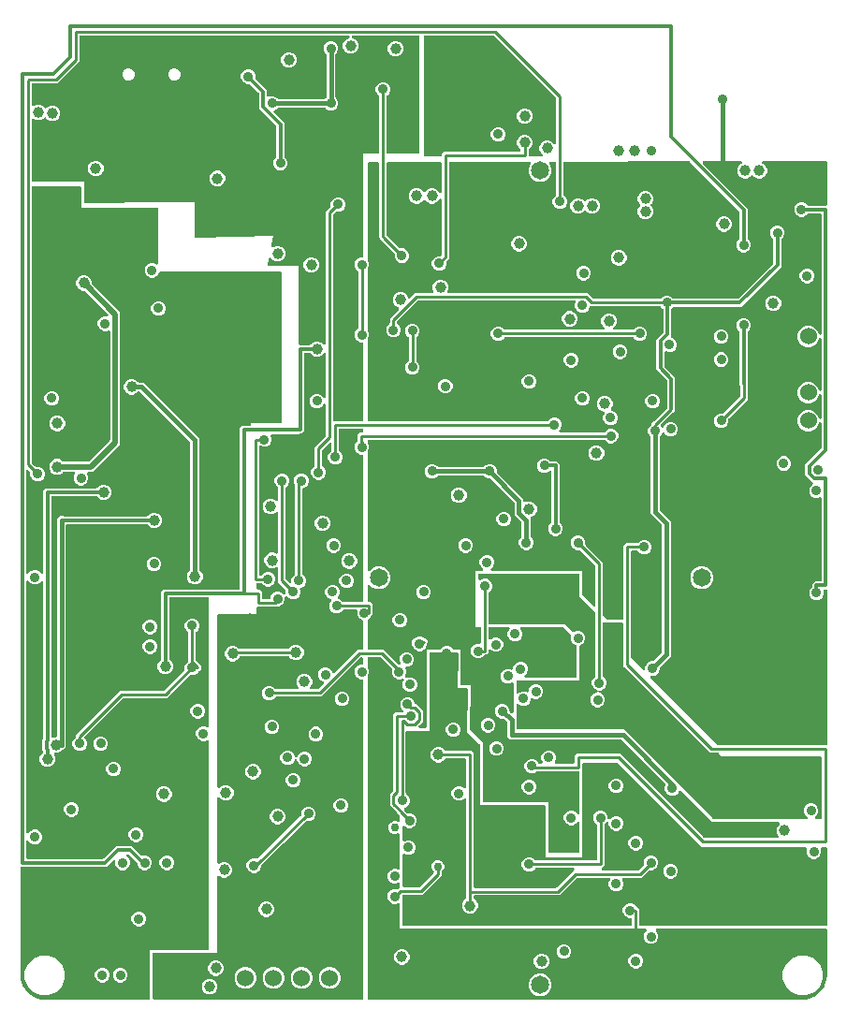
<source format=gbr>
G04 EAGLE Gerber RS-274X export*
G75*
%MOMM*%
%FSLAX34Y34*%
%LPD*%
%INCopper Layer 2*%
%IPPOS*%
%AMOC8*
5,1,8,0,0,1.08239X$1,22.5*%
G01*
%ADD10C,1.650000*%
%ADD11C,1.524000*%
%ADD12C,1.006400*%
%ADD13C,0.906400*%
%ADD14C,0.304800*%
%ADD15C,0.254000*%
%ADD16C,0.508000*%
%ADD17C,0.406400*%
%ADD18C,0.756400*%

G36*
X711222Y3305D02*
X711222Y3305D01*
X711300Y3307D01*
X714558Y3563D01*
X714626Y3577D01*
X714694Y3581D01*
X714850Y3621D01*
X721048Y5635D01*
X721155Y5685D01*
X721266Y5729D01*
X721317Y5762D01*
X721336Y5770D01*
X721351Y5783D01*
X721402Y5815D01*
X726674Y9646D01*
X726760Y9727D01*
X726852Y9802D01*
X726891Y9849D01*
X726906Y9863D01*
X726916Y9880D01*
X726954Y9926D01*
X730785Y15198D01*
X730842Y15302D01*
X730906Y15402D01*
X730928Y15459D01*
X730938Y15477D01*
X730943Y15497D01*
X730965Y15552D01*
X732979Y21750D01*
X732992Y21817D01*
X733014Y21883D01*
X733037Y22042D01*
X733293Y25300D01*
X733292Y25322D01*
X733297Y25400D01*
X733297Y66040D01*
X733282Y66158D01*
X733275Y66277D01*
X733262Y66315D01*
X733257Y66356D01*
X733214Y66466D01*
X733177Y66579D01*
X733155Y66614D01*
X733140Y66651D01*
X733071Y66747D01*
X733007Y66848D01*
X732977Y66876D01*
X732954Y66909D01*
X732862Y66984D01*
X732775Y67066D01*
X732740Y67086D01*
X732709Y67111D01*
X732601Y67162D01*
X732497Y67220D01*
X732457Y67230D01*
X732421Y67247D01*
X732304Y67269D01*
X732189Y67299D01*
X732129Y67303D01*
X732109Y67307D01*
X732088Y67305D01*
X732028Y67309D01*
X579404Y67309D01*
X579266Y67292D01*
X579128Y67279D01*
X579109Y67272D01*
X579088Y67269D01*
X578959Y67218D01*
X578828Y67171D01*
X578811Y67160D01*
X578793Y67152D01*
X578680Y67071D01*
X578565Y66993D01*
X578552Y66977D01*
X578535Y66966D01*
X578447Y66858D01*
X578355Y66754D01*
X578345Y66736D01*
X578333Y66721D01*
X578273Y66595D01*
X578210Y66471D01*
X578206Y66451D01*
X578197Y66433D01*
X578171Y66296D01*
X578140Y66161D01*
X578141Y66140D01*
X578137Y66120D01*
X578146Y65982D01*
X578150Y65843D01*
X578156Y65823D01*
X578157Y65803D01*
X578200Y65671D01*
X578238Y65537D01*
X578249Y65520D01*
X578255Y65501D01*
X578329Y65383D01*
X578400Y65263D01*
X578419Y65242D01*
X578425Y65232D01*
X578440Y65218D01*
X578506Y65142D01*
X579605Y64044D01*
X580605Y61631D01*
X580605Y59019D01*
X579605Y56606D01*
X577759Y54760D01*
X575346Y53760D01*
X572734Y53760D01*
X570321Y54760D01*
X568475Y56606D01*
X567475Y59019D01*
X567475Y61631D01*
X568475Y64044D01*
X569574Y65142D01*
X569658Y65252D01*
X569747Y65359D01*
X569756Y65378D01*
X569768Y65394D01*
X569824Y65521D01*
X569883Y65647D01*
X569887Y65667D01*
X569895Y65686D01*
X569917Y65824D01*
X569943Y65959D01*
X569942Y65980D01*
X569945Y66000D01*
X569932Y66139D01*
X569923Y66277D01*
X569917Y66296D01*
X569915Y66316D01*
X569868Y66448D01*
X569825Y66579D01*
X569814Y66597D01*
X569807Y66616D01*
X569729Y66731D01*
X569655Y66848D01*
X569640Y66862D01*
X569629Y66879D01*
X569524Y66971D01*
X569423Y67066D01*
X569406Y67076D01*
X569390Y67089D01*
X569266Y67153D01*
X569145Y67220D01*
X569125Y67225D01*
X569107Y67234D01*
X568971Y67264D01*
X568837Y67299D01*
X568809Y67301D01*
X568797Y67303D01*
X568776Y67303D01*
X568676Y67309D01*
X346709Y67309D01*
X346709Y89356D01*
X346703Y89405D01*
X346705Y89455D01*
X346683Y89562D01*
X346669Y89671D01*
X346651Y89718D01*
X346641Y89766D01*
X346593Y89865D01*
X346552Y89967D01*
X346523Y90007D01*
X346501Y90052D01*
X346430Y90135D01*
X346366Y90224D01*
X346327Y90256D01*
X346295Y90294D01*
X346205Y90357D01*
X346121Y90427D01*
X346076Y90448D01*
X346035Y90477D01*
X345932Y90516D01*
X345833Y90563D01*
X345784Y90572D01*
X345738Y90590D01*
X345628Y90602D01*
X345521Y90622D01*
X345471Y90619D01*
X345422Y90625D01*
X345313Y90609D01*
X345203Y90603D01*
X345156Y90587D01*
X345107Y90580D01*
X344954Y90528D01*
X343571Y89955D01*
X340959Y89955D01*
X338546Y90955D01*
X336700Y92801D01*
X335700Y95214D01*
X335700Y97826D01*
X336700Y100239D01*
X338546Y102085D01*
X340959Y103085D01*
X343633Y103085D01*
X343731Y103097D01*
X343830Y103100D01*
X343889Y103117D01*
X343949Y103125D01*
X344041Y103161D01*
X344136Y103189D01*
X344188Y103219D01*
X344244Y103242D01*
X344324Y103300D01*
X344410Y103350D01*
X344485Y103416D01*
X344502Y103428D01*
X344510Y103438D01*
X344531Y103456D01*
X346338Y105263D01*
X346398Y105342D01*
X346466Y105414D01*
X346495Y105467D01*
X346532Y105515D01*
X346572Y105606D01*
X346620Y105692D01*
X346635Y105751D01*
X346659Y105806D01*
X346674Y105904D01*
X346699Y106000D01*
X346705Y106100D01*
X346709Y106120D01*
X346707Y106133D01*
X346709Y106161D01*
X346709Y107771D01*
X346703Y107820D01*
X346705Y107870D01*
X346683Y107977D01*
X346669Y108086D01*
X346651Y108133D01*
X346641Y108181D01*
X346593Y108280D01*
X346552Y108382D01*
X346523Y108422D01*
X346501Y108467D01*
X346430Y108550D01*
X346366Y108639D01*
X346327Y108671D01*
X346295Y108709D01*
X346205Y108772D01*
X346121Y108842D01*
X346076Y108863D01*
X346035Y108892D01*
X345932Y108931D01*
X345833Y108978D01*
X345784Y108987D01*
X345738Y109005D01*
X345628Y109017D01*
X345521Y109037D01*
X345471Y109034D01*
X345422Y109040D01*
X345313Y109024D01*
X345203Y109018D01*
X345156Y109002D01*
X345107Y108995D01*
X344954Y108943D01*
X343571Y108370D01*
X340959Y108370D01*
X338546Y109370D01*
X336700Y111216D01*
X335700Y113629D01*
X335700Y116241D01*
X336700Y118654D01*
X338546Y120500D01*
X340959Y121500D01*
X343571Y121500D01*
X344954Y120927D01*
X345002Y120914D01*
X345047Y120892D01*
X345155Y120872D01*
X345261Y120843D01*
X345311Y120842D01*
X345360Y120833D01*
X345469Y120839D01*
X345579Y120838D01*
X345627Y120849D01*
X345677Y120852D01*
X345781Y120886D01*
X345888Y120912D01*
X345932Y120935D01*
X345979Y120950D01*
X346072Y121009D01*
X346169Y121061D01*
X346206Y121094D01*
X346248Y121121D01*
X346323Y121201D01*
X346405Y121274D01*
X346432Y121316D01*
X346466Y121352D01*
X346519Y121448D01*
X346579Y121540D01*
X346596Y121587D01*
X346620Y121631D01*
X346647Y121737D01*
X346683Y121841D01*
X346687Y121891D01*
X346699Y121939D01*
X346709Y122099D01*
X346709Y152397D01*
X346703Y152447D01*
X346705Y152496D01*
X346683Y152604D01*
X346669Y152713D01*
X346651Y152759D01*
X346641Y152808D01*
X346593Y152907D01*
X346552Y153009D01*
X346523Y153049D01*
X346501Y153094D01*
X346430Y153177D01*
X346366Y153266D01*
X346327Y153298D01*
X346295Y153336D01*
X346205Y153399D01*
X346121Y153469D01*
X346076Y153490D01*
X346035Y153519D01*
X345932Y153558D01*
X345833Y153604D01*
X345784Y153614D01*
X345738Y153631D01*
X345628Y153644D01*
X345521Y153664D01*
X345471Y153661D01*
X345422Y153667D01*
X345313Y153651D01*
X345203Y153644D01*
X345156Y153629D01*
X345107Y153622D01*
X344954Y153570D01*
X343422Y152935D01*
X341108Y152935D01*
X338971Y153820D01*
X337335Y155456D01*
X336450Y157593D01*
X336450Y159907D01*
X337335Y162044D01*
X338971Y163680D01*
X341108Y164565D01*
X343422Y164565D01*
X344954Y163930D01*
X345002Y163917D01*
X345047Y163896D01*
X345155Y163875D01*
X345261Y163846D01*
X345311Y163845D01*
X345360Y163836D01*
X345469Y163843D01*
X345579Y163841D01*
X345627Y163852D01*
X345677Y163856D01*
X345781Y163889D01*
X345888Y163915D01*
X345932Y163938D01*
X345979Y163954D01*
X346072Y164012D01*
X346169Y164064D01*
X346206Y164097D01*
X346248Y164124D01*
X346323Y164204D01*
X346405Y164278D01*
X346432Y164319D01*
X346466Y164355D01*
X346519Y164452D01*
X346579Y164543D01*
X346596Y164590D01*
X346620Y164634D01*
X346647Y164740D01*
X346683Y164844D01*
X346687Y164894D01*
X346699Y164942D01*
X346709Y165103D01*
X346709Y168794D01*
X346697Y168892D01*
X346694Y168991D01*
X346677Y169050D01*
X346669Y169110D01*
X346633Y169202D01*
X346605Y169297D01*
X346575Y169349D01*
X346552Y169405D01*
X346494Y169486D01*
X346444Y169571D01*
X346378Y169646D01*
X346366Y169663D01*
X346356Y169671D01*
X346338Y169692D01*
X344042Y171987D01*
X344042Y172096D01*
X344030Y172194D01*
X344027Y172293D01*
X344010Y172352D01*
X344002Y172412D01*
X343966Y172504D01*
X343938Y172599D01*
X343908Y172651D01*
X343885Y172707D01*
X343827Y172788D01*
X343777Y172873D01*
X343736Y172919D01*
X343735Y172921D01*
X343732Y172924D01*
X343711Y172948D01*
X343699Y172965D01*
X343689Y172973D01*
X343671Y172994D01*
X337692Y178972D01*
X337692Y189328D01*
X340496Y192131D01*
X340556Y192210D01*
X340624Y192282D01*
X340653Y192335D01*
X340690Y192383D01*
X340730Y192474D01*
X340778Y192560D01*
X340793Y192619D01*
X340817Y192674D01*
X340832Y192772D01*
X340857Y192868D01*
X340863Y192968D01*
X340867Y192989D01*
X340865Y193001D01*
X340867Y193029D01*
X340867Y261083D01*
X342802Y263018D01*
X348839Y263018D01*
X348977Y263035D01*
X349115Y263048D01*
X349135Y263055D01*
X349155Y263058D01*
X349284Y263109D01*
X349415Y263156D01*
X349432Y263167D01*
X349450Y263175D01*
X349563Y263256D01*
X349678Y263334D01*
X349691Y263350D01*
X349708Y263361D01*
X349796Y263469D01*
X349888Y263573D01*
X349898Y263591D01*
X349910Y263606D01*
X349970Y263732D01*
X350033Y263856D01*
X350037Y263876D01*
X350046Y263894D01*
X350072Y264031D01*
X350103Y264166D01*
X350102Y264187D01*
X350106Y264206D01*
X350097Y264345D01*
X350093Y264484D01*
X350087Y264504D01*
X350086Y264524D01*
X350043Y264656D01*
X350005Y264790D01*
X349994Y264807D01*
X349988Y264826D01*
X349913Y264944D01*
X349843Y265064D01*
X349824Y265085D01*
X349818Y265095D01*
X349803Y265109D01*
X349737Y265184D01*
X348130Y266791D01*
X347130Y269204D01*
X347130Y271816D01*
X348130Y274229D01*
X349976Y276075D01*
X352389Y277075D01*
X355001Y277075D01*
X357414Y276075D01*
X359260Y274229D01*
X360335Y271635D01*
X360349Y271610D01*
X360358Y271582D01*
X360428Y271472D01*
X360492Y271359D01*
X360513Y271338D01*
X360528Y271313D01*
X360623Y271224D01*
X360713Y271131D01*
X360738Y271115D01*
X360760Y271095D01*
X360874Y271032D01*
X360984Y270964D01*
X361013Y270956D01*
X361039Y270941D01*
X361164Y270909D01*
X361288Y270871D01*
X361318Y270869D01*
X361346Y270862D01*
X361481Y270853D01*
X368007Y264328D01*
X368007Y255102D01*
X363992Y251088D01*
X363907Y250978D01*
X363818Y250871D01*
X363810Y250852D01*
X363797Y250836D01*
X363742Y250708D01*
X363683Y250583D01*
X363679Y250563D01*
X363671Y250544D01*
X363649Y250406D01*
X363623Y250271D01*
X363624Y250250D01*
X363621Y250230D01*
X363634Y250091D01*
X363643Y249953D01*
X363649Y249934D01*
X363651Y249914D01*
X363698Y249782D01*
X363741Y249651D01*
X363752Y249633D01*
X363759Y249614D01*
X363837Y249499D01*
X363911Y249382D01*
X363926Y249368D01*
X363937Y249351D01*
X364041Y249259D01*
X364143Y249164D01*
X364160Y249154D01*
X364176Y249141D01*
X364300Y249077D01*
X364421Y249010D01*
X364441Y249005D01*
X364459Y248996D01*
X364595Y248966D01*
X364729Y248931D01*
X364757Y248929D01*
X364769Y248927D01*
X364790Y248927D01*
X364890Y248921D01*
X369570Y248921D01*
X369688Y248936D01*
X369807Y248943D01*
X369845Y248956D01*
X369886Y248961D01*
X369996Y249004D01*
X370109Y249041D01*
X370144Y249063D01*
X370181Y249078D01*
X370277Y249148D01*
X370378Y249211D01*
X370406Y249241D01*
X370439Y249264D01*
X370515Y249356D01*
X370596Y249443D01*
X370616Y249478D01*
X370641Y249509D01*
X370692Y249617D01*
X370750Y249721D01*
X370760Y249761D01*
X370777Y249797D01*
X370799Y249914D01*
X370829Y250029D01*
X370833Y250090D01*
X370837Y250110D01*
X370835Y250130D01*
X370839Y250190D01*
X370839Y319121D01*
X370822Y319259D01*
X370809Y319397D01*
X370802Y319417D01*
X370799Y319437D01*
X370748Y319566D01*
X370701Y319697D01*
X370690Y319714D01*
X370682Y319732D01*
X370601Y319845D01*
X370523Y319960D01*
X370507Y319973D01*
X370496Y319990D01*
X370388Y320078D01*
X370284Y320170D01*
X370266Y320180D01*
X370251Y320192D01*
X370125Y320252D01*
X370001Y320315D01*
X369981Y320319D01*
X369963Y320328D01*
X369827Y320354D01*
X369691Y320385D01*
X369670Y320384D01*
X369651Y320388D01*
X369512Y320379D01*
X369373Y320375D01*
X369353Y320369D01*
X369333Y320368D01*
X369201Y320325D01*
X369067Y320287D01*
X369050Y320276D01*
X369031Y320270D01*
X368913Y320196D01*
X368793Y320125D01*
X368772Y320106D01*
X368762Y320100D01*
X368748Y320085D01*
X368673Y320019D01*
X368209Y319555D01*
X365796Y318555D01*
X363184Y318555D01*
X360771Y319555D01*
X358925Y321401D01*
X357925Y323814D01*
X357925Y326520D01*
X357933Y326549D01*
X357933Y326554D01*
X357935Y326559D01*
X357936Y326713D01*
X357938Y326867D01*
X357937Y326872D01*
X357937Y326877D01*
X357908Y327036D01*
X357779Y327551D01*
X357831Y327638D01*
X357873Y327733D01*
X357923Y327823D01*
X357937Y327878D01*
X357960Y327929D01*
X357976Y328031D01*
X358002Y328131D01*
X358008Y328222D01*
X358011Y328243D01*
X358010Y328257D01*
X358012Y328291D01*
X358012Y328393D01*
X358582Y328962D01*
X358628Y329022D01*
X358681Y329074D01*
X358773Y329207D01*
X359187Y329897D01*
X359285Y329922D01*
X359382Y329959D01*
X359480Y329988D01*
X359529Y330017D01*
X359582Y330037D01*
X359665Y330097D01*
X359754Y330149D01*
X359823Y330210D01*
X359840Y330222D01*
X359849Y330233D01*
X359875Y330256D01*
X359955Y330336D01*
X359986Y330340D01*
X360085Y330343D01*
X360143Y330360D01*
X360204Y330368D01*
X360296Y330404D01*
X360391Y330432D01*
X360443Y330462D01*
X360499Y330485D01*
X360579Y330543D01*
X360665Y330593D01*
X360740Y330659D01*
X360757Y330671D01*
X360764Y330681D01*
X360768Y330684D01*
X363184Y331685D01*
X365796Y331685D01*
X368217Y330682D01*
X368273Y330639D01*
X368345Y330571D01*
X368398Y330542D01*
X368446Y330505D01*
X368537Y330465D01*
X368623Y330417D01*
X368682Y330402D01*
X368738Y330378D01*
X368836Y330363D01*
X368931Y330338D01*
X369031Y330332D01*
X369052Y330328D01*
X369064Y330330D01*
X369092Y330328D01*
X369668Y330328D01*
X371603Y328393D01*
X371603Y325657D01*
X371426Y325481D01*
X371366Y325402D01*
X371298Y325330D01*
X371269Y325277D01*
X371232Y325229D01*
X371192Y325138D01*
X371144Y325052D01*
X371129Y324993D01*
X371105Y324938D01*
X371090Y324840D01*
X371065Y324744D01*
X371059Y324644D01*
X371055Y324623D01*
X371057Y324611D01*
X371055Y324583D01*
X371055Y323814D01*
X370219Y321796D01*
X370205Y321748D01*
X370184Y321703D01*
X370164Y321595D01*
X370135Y321489D01*
X370134Y321439D01*
X370125Y321391D01*
X370131Y321281D01*
X370130Y321171D01*
X370141Y321123D01*
X370144Y321073D01*
X370178Y320969D01*
X370204Y320862D01*
X370227Y320818D01*
X370242Y320771D01*
X370301Y320678D01*
X370353Y320581D01*
X370386Y320544D01*
X370413Y320502D01*
X370493Y320427D01*
X370566Y320345D01*
X370608Y320318D01*
X370644Y320284D01*
X370740Y320231D01*
X370832Y320171D01*
X370879Y320154D01*
X370923Y320130D01*
X371029Y320103D01*
X371133Y320067D01*
X371183Y320063D01*
X371231Y320051D01*
X371391Y320041D01*
X382621Y320041D01*
X382719Y320053D01*
X382818Y320056D01*
X382877Y320073D01*
X382937Y320081D01*
X383029Y320117D01*
X383124Y320145D01*
X383176Y320175D01*
X383232Y320198D01*
X383312Y320256D01*
X383398Y320306D01*
X383473Y320372D01*
X383490Y320384D01*
X383497Y320394D01*
X383519Y320413D01*
X385536Y322430D01*
X387949Y323430D01*
X390561Y323430D01*
X392974Y322430D01*
X394991Y320413D01*
X395070Y320352D01*
X395142Y320284D01*
X395195Y320255D01*
X395243Y320218D01*
X395334Y320178D01*
X395420Y320130D01*
X395479Y320115D01*
X395535Y320091D01*
X395633Y320076D01*
X395728Y320051D01*
X395828Y320045D01*
X395849Y320041D01*
X395861Y320043D01*
X395889Y320041D01*
X401575Y320041D01*
X401575Y289052D01*
X401590Y288934D01*
X401597Y288815D01*
X401610Y288777D01*
X401615Y288736D01*
X401658Y288626D01*
X401695Y288513D01*
X401717Y288478D01*
X401732Y288441D01*
X401802Y288345D01*
X401865Y288244D01*
X401895Y288216D01*
X401918Y288183D01*
X402010Y288108D01*
X402097Y288026D01*
X402132Y288006D01*
X402163Y287981D01*
X402271Y287930D01*
X402375Y287872D01*
X402415Y287862D01*
X402451Y287845D01*
X402568Y287823D01*
X402683Y287793D01*
X402744Y287789D01*
X402764Y287785D01*
X402784Y287787D01*
X402844Y287783D01*
X410703Y287783D01*
X410211Y247666D01*
X410223Y247560D01*
X410226Y247453D01*
X410241Y247402D01*
X410247Y247350D01*
X410285Y247250D01*
X410315Y247147D01*
X410341Y247102D01*
X410360Y247052D01*
X410422Y246965D01*
X410476Y246873D01*
X410531Y246811D01*
X410544Y246793D01*
X410556Y246783D01*
X410583Y246753D01*
X421641Y235694D01*
X421641Y182880D01*
X421656Y182762D01*
X421663Y182643D01*
X421676Y182605D01*
X421681Y182564D01*
X421724Y182454D01*
X421761Y182341D01*
X421783Y182306D01*
X421798Y182269D01*
X421868Y182173D01*
X421931Y182072D01*
X421961Y182044D01*
X421984Y182011D01*
X422076Y181936D01*
X422163Y181854D01*
X422198Y181834D01*
X422229Y181809D01*
X422337Y181758D01*
X422441Y181700D01*
X422481Y181690D01*
X422517Y181673D01*
X422634Y181651D01*
X422749Y181621D01*
X422810Y181617D01*
X422830Y181613D01*
X422850Y181615D01*
X422910Y181611D01*
X481331Y181611D01*
X481331Y137160D01*
X481346Y137042D01*
X481353Y136923D01*
X481366Y136885D01*
X481371Y136844D01*
X481414Y136734D01*
X481451Y136621D01*
X481473Y136586D01*
X481488Y136549D01*
X481558Y136453D01*
X481621Y136352D01*
X481651Y136324D01*
X481674Y136291D01*
X481766Y136216D01*
X481853Y136134D01*
X481888Y136114D01*
X481919Y136089D01*
X482027Y136038D01*
X482131Y135980D01*
X482171Y135970D01*
X482207Y135953D01*
X482324Y135931D01*
X482439Y135901D01*
X482500Y135897D01*
X482520Y135893D01*
X482540Y135895D01*
X482600Y135891D01*
X508000Y135891D01*
X508118Y135906D01*
X508237Y135913D01*
X508275Y135926D01*
X508316Y135931D01*
X508426Y135974D01*
X508539Y136011D01*
X508574Y136033D01*
X508611Y136048D01*
X508707Y136118D01*
X508808Y136181D01*
X508836Y136211D01*
X508869Y136234D01*
X508945Y136326D01*
X509026Y136413D01*
X509046Y136448D01*
X509071Y136479D01*
X509122Y136587D01*
X509180Y136691D01*
X509190Y136731D01*
X509207Y136767D01*
X509229Y136884D01*
X509259Y136999D01*
X509263Y137060D01*
X509267Y137080D01*
X509265Y137100D01*
X509269Y137160D01*
X509269Y162911D01*
X509252Y163049D01*
X509239Y163187D01*
X509232Y163207D01*
X509229Y163227D01*
X509178Y163356D01*
X509131Y163487D01*
X509120Y163504D01*
X509112Y163522D01*
X509031Y163634D01*
X508953Y163750D01*
X508937Y163763D01*
X508926Y163780D01*
X508818Y163868D01*
X508714Y163960D01*
X508696Y163970D01*
X508681Y163982D01*
X508555Y164042D01*
X508431Y164105D01*
X508411Y164109D01*
X508393Y164118D01*
X508257Y164144D01*
X508121Y164175D01*
X508100Y164174D01*
X508081Y164178D01*
X507942Y164169D01*
X507803Y164165D01*
X507783Y164159D01*
X507763Y164158D01*
X507631Y164115D01*
X507497Y164077D01*
X507480Y164066D01*
X507461Y164060D01*
X507343Y163986D01*
X507223Y163915D01*
X507202Y163896D01*
X507192Y163890D01*
X507178Y163875D01*
X507103Y163809D01*
X505369Y162075D01*
X502956Y161075D01*
X500344Y161075D01*
X497931Y162075D01*
X496085Y163921D01*
X495085Y166334D01*
X495085Y168946D01*
X496085Y171359D01*
X497931Y173205D01*
X500344Y174205D01*
X502956Y174205D01*
X505369Y173205D01*
X507103Y171471D01*
X507212Y171386D01*
X507319Y171298D01*
X507338Y171289D01*
X507354Y171276D01*
X507482Y171221D01*
X507607Y171162D01*
X507627Y171158D01*
X507646Y171150D01*
X507784Y171128D01*
X507920Y171102D01*
X507940Y171103D01*
X507960Y171100D01*
X508099Y171113D01*
X508237Y171122D01*
X508256Y171128D01*
X508276Y171130D01*
X508408Y171177D01*
X508539Y171220D01*
X508557Y171231D01*
X508576Y171238D01*
X508691Y171316D01*
X508808Y171390D01*
X508822Y171405D01*
X508839Y171416D01*
X508931Y171520D01*
X509026Y171622D01*
X509036Y171640D01*
X509049Y171655D01*
X509113Y171779D01*
X509180Y171900D01*
X509185Y171920D01*
X509194Y171938D01*
X509224Y172074D01*
X509259Y172208D01*
X509261Y172236D01*
X509264Y172248D01*
X509263Y172269D01*
X509269Y172369D01*
X509269Y208788D01*
X509254Y208906D01*
X509247Y209025D01*
X509234Y209063D01*
X509229Y209104D01*
X509186Y209214D01*
X509149Y209327D01*
X509127Y209362D01*
X509112Y209399D01*
X509043Y209495D01*
X508979Y209596D01*
X508949Y209624D01*
X508926Y209657D01*
X508834Y209733D01*
X508747Y209814D01*
X508712Y209834D01*
X508681Y209859D01*
X508573Y209910D01*
X508469Y209968D01*
X508429Y209978D01*
X508393Y209995D01*
X508276Y210017D01*
X508161Y210047D01*
X508101Y210051D01*
X508081Y210055D01*
X508060Y210053D01*
X508000Y210057D01*
X471327Y210057D01*
X471229Y210045D01*
X471130Y210042D01*
X471072Y210025D01*
X471011Y210017D01*
X470919Y209981D01*
X470824Y209953D01*
X470772Y209923D01*
X470716Y209900D01*
X470636Y209842D01*
X470550Y209792D01*
X470475Y209726D01*
X470458Y209714D01*
X470451Y209704D01*
X470429Y209686D01*
X469809Y209065D01*
X467396Y208065D01*
X464784Y208065D01*
X462371Y209065D01*
X460525Y210911D01*
X459525Y213324D01*
X459525Y215936D01*
X460525Y218349D01*
X462371Y220195D01*
X464784Y221195D01*
X467396Y221195D01*
X469809Y220195D01*
X471655Y218349D01*
X472029Y217446D01*
X472044Y217421D01*
X472053Y217393D01*
X472122Y217283D01*
X472187Y217170D01*
X472207Y217149D01*
X472223Y217124D01*
X472318Y217035D01*
X472408Y216942D01*
X472433Y216926D01*
X472455Y216906D01*
X472568Y216843D01*
X472679Y216775D01*
X472707Y216767D01*
X472733Y216752D01*
X472859Y216720D01*
X472983Y216682D01*
X473012Y216680D01*
X473041Y216673D01*
X473202Y216663D01*
X474639Y216663D01*
X474689Y216669D01*
X474738Y216667D01*
X474845Y216689D01*
X474955Y216703D01*
X475001Y216721D01*
X475050Y216731D01*
X475148Y216779D01*
X475250Y216820D01*
X475290Y216849D01*
X475335Y216871D01*
X475419Y216942D01*
X475508Y217006D01*
X475539Y217045D01*
X475577Y217077D01*
X475640Y217167D01*
X475711Y217251D01*
X475732Y217296D01*
X475760Y217337D01*
X475799Y217440D01*
X475846Y217539D01*
X475855Y217588D01*
X475873Y217634D01*
X475885Y217744D01*
X475906Y217851D01*
X475903Y217901D01*
X475908Y217950D01*
X475893Y218059D01*
X475886Y218169D01*
X475871Y218216D01*
X475864Y218265D01*
X475812Y218418D01*
X474765Y220944D01*
X474765Y223556D01*
X475765Y225969D01*
X477611Y227815D01*
X480024Y228815D01*
X482636Y228815D01*
X485049Y227815D01*
X486895Y225969D01*
X487895Y223556D01*
X487895Y220944D01*
X486848Y218418D01*
X486835Y218370D01*
X486814Y218325D01*
X486793Y218217D01*
X486764Y218111D01*
X486764Y218061D01*
X486754Y218012D01*
X486761Y217903D01*
X486759Y217793D01*
X486771Y217745D01*
X486774Y217695D01*
X486808Y217591D01*
X486833Y217484D01*
X486857Y217440D01*
X486872Y217393D01*
X486931Y217300D01*
X486982Y217203D01*
X487015Y217166D01*
X487042Y217124D01*
X487122Y217049D01*
X487196Y216967D01*
X487238Y216940D01*
X487274Y216906D01*
X487370Y216853D01*
X487462Y216793D01*
X487509Y216776D01*
X487552Y216752D01*
X487659Y216725D01*
X487763Y216689D01*
X487812Y216685D01*
X487860Y216673D01*
X488021Y216663D01*
X503428Y216663D01*
X503546Y216678D01*
X503665Y216685D01*
X503703Y216698D01*
X503744Y216703D01*
X503854Y216746D01*
X503967Y216783D01*
X504002Y216805D01*
X504039Y216820D01*
X504135Y216889D01*
X504236Y216953D01*
X504264Y216983D01*
X504297Y217006D01*
X504373Y217098D01*
X504454Y217185D01*
X504474Y217220D01*
X504499Y217251D01*
X504550Y217359D01*
X504608Y217463D01*
X504618Y217503D01*
X504635Y217539D01*
X504657Y217656D01*
X504687Y217771D01*
X504691Y217831D01*
X504695Y217851D01*
X504693Y217872D01*
X504697Y217932D01*
X504697Y223618D01*
X506632Y225553D01*
X546198Y225553D01*
X622026Y149724D01*
X622105Y149664D01*
X622177Y149596D01*
X622230Y149567D01*
X622278Y149530D01*
X622369Y149490D01*
X622455Y149442D01*
X622514Y149427D01*
X622569Y149403D01*
X622667Y149388D01*
X622763Y149363D01*
X622863Y149357D01*
X622884Y149353D01*
X622896Y149355D01*
X622924Y149353D01*
X688492Y149353D01*
X688630Y149370D01*
X688768Y149383D01*
X688787Y149390D01*
X688808Y149393D01*
X688937Y149444D01*
X689068Y149491D01*
X689085Y149502D01*
X689103Y149510D01*
X689216Y149591D01*
X689331Y149669D01*
X689344Y149685D01*
X689361Y149696D01*
X689449Y149804D01*
X689541Y149908D01*
X689550Y149926D01*
X689563Y149941D01*
X689623Y150067D01*
X689686Y150191D01*
X689690Y150211D01*
X689699Y150229D01*
X689725Y150366D01*
X689756Y150501D01*
X689755Y150522D01*
X689759Y150541D01*
X689750Y150680D01*
X689746Y150819D01*
X689740Y150839D01*
X689739Y150859D01*
X689696Y150991D01*
X689657Y151125D01*
X689647Y151142D01*
X689641Y151161D01*
X689567Y151279D01*
X689496Y151399D01*
X689477Y151420D01*
X689471Y151430D01*
X689456Y151444D01*
X689389Y151519D01*
X688701Y152208D01*
X687625Y154805D01*
X687625Y157615D01*
X688701Y160212D01*
X690151Y161663D01*
X690237Y161772D01*
X690325Y161879D01*
X690334Y161898D01*
X690346Y161914D01*
X690402Y162042D01*
X690461Y162167D01*
X690465Y162187D01*
X690473Y162206D01*
X690495Y162344D01*
X690521Y162480D01*
X690519Y162500D01*
X690523Y162520D01*
X690510Y162659D01*
X690501Y162797D01*
X690495Y162816D01*
X690493Y162836D01*
X690446Y162968D01*
X690403Y163099D01*
X690392Y163117D01*
X690385Y163136D01*
X690307Y163251D01*
X690233Y163368D01*
X690218Y163382D01*
X690207Y163399D01*
X690103Y163491D01*
X690001Y163586D01*
X689983Y163596D01*
X689968Y163609D01*
X689845Y163672D01*
X689723Y163740D01*
X689703Y163745D01*
X689685Y163754D01*
X689549Y163784D01*
X689415Y163819D01*
X689387Y163821D01*
X689375Y163824D01*
X689354Y163823D01*
X689254Y163829D01*
X629176Y163829D01*
X601099Y191906D01*
X601060Y191936D01*
X601027Y191973D01*
X600935Y192033D01*
X600848Y192101D01*
X600802Y192120D01*
X600761Y192148D01*
X600657Y192183D01*
X600556Y192227D01*
X600507Y192235D01*
X600460Y192251D01*
X600351Y192260D01*
X600242Y192277D01*
X600193Y192272D01*
X600143Y192276D01*
X600035Y192257D01*
X599925Y192247D01*
X599879Y192230D01*
X599830Y192222D01*
X599730Y192177D01*
X599626Y192139D01*
X599585Y192111D01*
X599540Y192091D01*
X599454Y192023D01*
X599363Y191961D01*
X599330Y191923D01*
X599291Y191893D01*
X599225Y191805D01*
X599153Y191722D01*
X599130Y191678D01*
X599100Y191638D01*
X599029Y191494D01*
X598655Y190591D01*
X596809Y188745D01*
X594396Y187745D01*
X591784Y187745D01*
X589371Y188745D01*
X587525Y190591D01*
X586525Y193004D01*
X586525Y195616D01*
X587173Y197180D01*
X587181Y197209D01*
X587195Y197235D01*
X587223Y197362D01*
X587257Y197487D01*
X587258Y197516D01*
X587264Y197545D01*
X587260Y197675D01*
X587262Y197805D01*
X587255Y197834D01*
X587255Y197863D01*
X587218Y197988D01*
X587188Y198114D01*
X587174Y198140D01*
X587166Y198169D01*
X587100Y198281D01*
X587039Y198395D01*
X587020Y198417D01*
X587005Y198443D01*
X586898Y198563D01*
X547328Y238134D01*
X547250Y238194D01*
X547178Y238262D01*
X547125Y238291D01*
X547077Y238328D01*
X546986Y238368D01*
X546899Y238416D01*
X546841Y238431D01*
X546785Y238455D01*
X546687Y238470D01*
X546591Y238495D01*
X546491Y238501D01*
X546471Y238505D01*
X546459Y238503D01*
X546431Y238505D01*
X446626Y238505D01*
X444245Y240886D01*
X444245Y254087D01*
X444227Y254233D01*
X444211Y254380D01*
X444207Y254390D01*
X444205Y254402D01*
X444151Y254539D01*
X444099Y254677D01*
X444093Y254687D01*
X444088Y254698D01*
X444002Y254817D01*
X443917Y254938D01*
X443906Y254949D01*
X443902Y254955D01*
X443889Y254965D01*
X443802Y255050D01*
X441190Y257290D01*
X441147Y257318D01*
X441111Y257352D01*
X441015Y257405D01*
X440924Y257465D01*
X440876Y257481D01*
X440832Y257506D01*
X440727Y257533D01*
X440623Y257568D01*
X440573Y257572D01*
X440524Y257585D01*
X440363Y257595D01*
X438114Y257595D01*
X435701Y258595D01*
X433855Y260441D01*
X432855Y262854D01*
X432855Y265466D01*
X433855Y267879D01*
X435701Y269725D01*
X438114Y270725D01*
X440726Y270725D01*
X443139Y269725D01*
X444985Y267879D01*
X445985Y265466D01*
X445985Y264470D01*
X446003Y264324D01*
X446019Y264178D01*
X446023Y264167D01*
X446025Y264155D01*
X446079Y264017D01*
X446131Y263880D01*
X446137Y263870D01*
X446142Y263859D01*
X446228Y263740D01*
X446313Y263619D01*
X446324Y263608D01*
X446328Y263602D01*
X446341Y263592D01*
X446428Y263507D01*
X447484Y262602D01*
X447560Y262552D01*
X447629Y262494D01*
X447692Y262464D01*
X447749Y262426D01*
X447835Y262397D01*
X447917Y262358D01*
X447985Y262345D01*
X448050Y262323D01*
X448141Y262316D01*
X448230Y262299D01*
X448298Y262303D01*
X448367Y262297D01*
X448457Y262313D01*
X448547Y262318D01*
X448613Y262340D01*
X448681Y262351D01*
X448763Y262388D01*
X448849Y262416D01*
X448908Y262453D01*
X448971Y262482D01*
X449041Y262538D01*
X449118Y262587D01*
X449165Y262637D01*
X449219Y262680D01*
X449274Y262752D01*
X449336Y262818D01*
X449369Y262879D01*
X449411Y262934D01*
X449446Y263017D01*
X449490Y263097D01*
X449507Y263163D01*
X449533Y263227D01*
X449546Y263317D01*
X449569Y263405D01*
X449577Y263526D01*
X449579Y263542D01*
X449578Y263549D01*
X449579Y263565D01*
X449579Y289009D01*
X449573Y289058D01*
X449575Y289108D01*
X449553Y289215D01*
X449539Y289324D01*
X449521Y289371D01*
X449511Y289419D01*
X449463Y289518D01*
X449422Y289620D01*
X449393Y289660D01*
X449371Y289705D01*
X449300Y289788D01*
X449236Y289877D01*
X449197Y289909D01*
X449165Y289947D01*
X449075Y290010D01*
X448991Y290080D01*
X448946Y290101D01*
X448905Y290130D01*
X448802Y290169D01*
X448703Y290216D01*
X448654Y290225D01*
X448608Y290243D01*
X448498Y290255D01*
X448391Y290275D01*
X448341Y290272D01*
X448292Y290278D01*
X448183Y290262D01*
X448073Y290256D01*
X448026Y290240D01*
X447977Y290233D01*
X447824Y290181D01*
X445806Y289345D01*
X443194Y289345D01*
X440781Y290345D01*
X438935Y292191D01*
X437935Y294604D01*
X437935Y297216D01*
X438935Y299629D01*
X440781Y301475D01*
X443194Y302475D01*
X445806Y302475D01*
X447610Y301727D01*
X447658Y301714D01*
X447703Y301693D01*
X447811Y301672D01*
X447917Y301643D01*
X447967Y301643D01*
X448016Y301633D01*
X448125Y301640D01*
X448235Y301638D01*
X448283Y301650D01*
X448333Y301653D01*
X448437Y301687D01*
X448544Y301712D01*
X448588Y301736D01*
X448635Y301751D01*
X448728Y301810D01*
X448825Y301861D01*
X448862Y301895D01*
X448904Y301921D01*
X448979Y302001D01*
X449061Y302075D01*
X449088Y302117D01*
X449122Y302153D01*
X449175Y302249D01*
X449235Y302341D01*
X449252Y302388D01*
X449276Y302431D01*
X449303Y302538D01*
X449339Y302642D01*
X449343Y302691D01*
X449355Y302739D01*
X449365Y302900D01*
X449365Y303566D01*
X450365Y305979D01*
X452211Y307825D01*
X454624Y308825D01*
X457236Y308825D01*
X459649Y307825D01*
X461495Y305979D01*
X462495Y303566D01*
X462495Y300954D01*
X461495Y298541D01*
X459761Y296808D01*
X459676Y296698D01*
X459588Y296591D01*
X459579Y296572D01*
X459566Y296556D01*
X459511Y296428D01*
X459452Y296303D01*
X459448Y296283D01*
X459440Y296264D01*
X459418Y296126D01*
X459392Y295991D01*
X459393Y295970D01*
X459390Y295950D01*
X459403Y295811D01*
X459412Y295673D01*
X459418Y295654D01*
X459420Y295634D01*
X459467Y295502D01*
X459510Y295371D01*
X459521Y295353D01*
X459528Y295334D01*
X459606Y295219D01*
X459680Y295102D01*
X459695Y295088D01*
X459706Y295071D01*
X459811Y294979D01*
X459912Y294884D01*
X459929Y294874D01*
X459945Y294861D01*
X460069Y294797D01*
X460190Y294730D01*
X460210Y294725D01*
X460228Y294716D01*
X460364Y294686D01*
X460498Y294651D01*
X460526Y294649D01*
X460538Y294647D01*
X460559Y294647D01*
X460659Y294641D01*
X505460Y294641D01*
X505578Y294656D01*
X505697Y294663D01*
X505735Y294676D01*
X505776Y294681D01*
X505886Y294724D01*
X505999Y294761D01*
X506034Y294783D01*
X506071Y294798D01*
X506167Y294868D01*
X506268Y294931D01*
X506296Y294961D01*
X506329Y294984D01*
X506405Y295076D01*
X506486Y295163D01*
X506506Y295198D01*
X506531Y295229D01*
X506582Y295337D01*
X506640Y295441D01*
X506650Y295481D01*
X506667Y295517D01*
X506689Y295634D01*
X506719Y295749D01*
X506723Y295810D01*
X506727Y295830D01*
X506725Y295850D01*
X506729Y295910D01*
X506729Y322773D01*
X506726Y322802D01*
X506728Y322831D01*
X506706Y322959D01*
X506689Y323088D01*
X506679Y323116D01*
X506674Y323145D01*
X506620Y323263D01*
X506572Y323384D01*
X506555Y323408D01*
X506543Y323435D01*
X506462Y323536D01*
X506386Y323641D01*
X506363Y323660D01*
X506344Y323683D01*
X506241Y323761D01*
X506141Y323844D01*
X506114Y323857D01*
X506090Y323874D01*
X505946Y323945D01*
X504281Y324635D01*
X502435Y326481D01*
X501435Y328894D01*
X501435Y331506D01*
X501689Y332118D01*
X501697Y332146D01*
X501710Y332173D01*
X501739Y332299D01*
X501773Y332425D01*
X501773Y332454D01*
X501780Y332483D01*
X501776Y332613D01*
X501778Y332743D01*
X501771Y332771D01*
X501770Y332801D01*
X501734Y332926D01*
X501704Y333052D01*
X501690Y333078D01*
X501682Y333106D01*
X501616Y333218D01*
X501555Y333333D01*
X501535Y333355D01*
X501520Y333380D01*
X501414Y333501D01*
X494928Y339988D01*
X494849Y340048D01*
X494777Y340116D01*
X494724Y340145D01*
X494676Y340182D01*
X494585Y340222D01*
X494499Y340270D01*
X494440Y340285D01*
X494384Y340309D01*
X494286Y340324D01*
X494191Y340349D01*
X494091Y340355D01*
X494070Y340359D01*
X494058Y340357D01*
X494030Y340359D01*
X456849Y340359D01*
X456711Y340342D01*
X456573Y340329D01*
X456553Y340322D01*
X456533Y340319D01*
X456404Y340268D01*
X456273Y340221D01*
X456256Y340210D01*
X456238Y340202D01*
X456125Y340121D01*
X456010Y340043D01*
X455997Y340027D01*
X455980Y340016D01*
X455892Y339908D01*
X455800Y339804D01*
X455790Y339786D01*
X455778Y339771D01*
X455718Y339645D01*
X455655Y339521D01*
X455651Y339501D01*
X455642Y339483D01*
X455616Y339347D01*
X455585Y339211D01*
X455586Y339190D01*
X455582Y339171D01*
X455591Y339032D01*
X455595Y338893D01*
X455601Y338873D01*
X455602Y338853D01*
X455645Y338721D01*
X455683Y338587D01*
X455694Y338570D01*
X455700Y338551D01*
X455774Y338433D01*
X455845Y338313D01*
X455864Y338292D01*
X455870Y338282D01*
X455885Y338268D01*
X455951Y338193D01*
X456415Y337729D01*
X457415Y335316D01*
X457415Y332704D01*
X456415Y330291D01*
X454569Y328445D01*
X452156Y327445D01*
X449544Y327445D01*
X447131Y328445D01*
X445285Y330291D01*
X444285Y332704D01*
X444285Y335316D01*
X445285Y337729D01*
X445749Y338193D01*
X445834Y338302D01*
X445922Y338409D01*
X445931Y338428D01*
X445944Y338444D01*
X445999Y338572D01*
X446058Y338697D01*
X446062Y338717D01*
X446070Y338736D01*
X446092Y338874D01*
X446118Y339010D01*
X446117Y339030D01*
X446120Y339050D01*
X446107Y339189D01*
X446098Y339327D01*
X446092Y339346D01*
X446090Y339366D01*
X446043Y339498D01*
X446000Y339629D01*
X445989Y339647D01*
X445982Y339666D01*
X445904Y339781D01*
X445830Y339898D01*
X445815Y339912D01*
X445804Y339929D01*
X445700Y340021D01*
X445598Y340116D01*
X445580Y340126D01*
X445565Y340139D01*
X445442Y340202D01*
X445320Y340270D01*
X445300Y340275D01*
X445282Y340284D01*
X445146Y340314D01*
X445012Y340349D01*
X444984Y340351D01*
X444972Y340354D01*
X444951Y340353D01*
X444851Y340359D01*
X428244Y340359D01*
X428126Y340344D01*
X428007Y340337D01*
X427969Y340324D01*
X427928Y340319D01*
X427818Y340276D01*
X427705Y340239D01*
X427670Y340217D01*
X427633Y340202D01*
X427537Y340133D01*
X427436Y340069D01*
X427408Y340039D01*
X427375Y340016D01*
X427299Y339924D01*
X427218Y339837D01*
X427198Y339802D01*
X427173Y339771D01*
X427122Y339663D01*
X427064Y339559D01*
X427054Y339519D01*
X427037Y339483D01*
X427015Y339366D01*
X426985Y339251D01*
X426981Y339191D01*
X426977Y339171D01*
X426979Y339150D01*
X426975Y339090D01*
X426975Y330103D01*
X426992Y329965D01*
X427005Y329827D01*
X427012Y329808D01*
X427015Y329787D01*
X427066Y329658D01*
X427113Y329527D01*
X427124Y329510D01*
X427132Y329492D01*
X427213Y329379D01*
X427291Y329264D01*
X427307Y329251D01*
X427318Y329234D01*
X427426Y329146D01*
X427530Y329054D01*
X427548Y329044D01*
X427563Y329032D01*
X427689Y328972D01*
X427813Y328909D01*
X427833Y328905D01*
X427851Y328896D01*
X427988Y328870D01*
X428123Y328839D01*
X428144Y328840D01*
X428163Y328836D01*
X428302Y328845D01*
X428441Y328849D01*
X428461Y328855D01*
X428481Y328856D01*
X428613Y328899D01*
X428747Y328937D01*
X428764Y328948D01*
X428783Y328954D01*
X428901Y329028D01*
X429021Y329099D01*
X429042Y329118D01*
X429052Y329124D01*
X429066Y329139D01*
X429141Y329205D01*
X429986Y330050D01*
X432399Y331050D01*
X435011Y331050D01*
X437424Y330050D01*
X439270Y328204D01*
X440270Y325791D01*
X440270Y323179D01*
X439270Y320766D01*
X437424Y318920D01*
X435011Y317920D01*
X432399Y317920D01*
X429986Y318920D01*
X429141Y319765D01*
X429032Y319849D01*
X428925Y319938D01*
X428906Y319947D01*
X428890Y319960D01*
X428763Y320015D01*
X428637Y320074D01*
X428617Y320078D01*
X428598Y320086D01*
X428460Y320108D01*
X428324Y320134D01*
X428304Y320133D01*
X428284Y320136D01*
X428145Y320123D01*
X428007Y320114D01*
X427988Y320108D01*
X427968Y320106D01*
X427836Y320059D01*
X427705Y320016D01*
X427687Y320005D01*
X427668Y319998D01*
X427553Y319920D01*
X427436Y319846D01*
X427422Y319831D01*
X427405Y319820D01*
X427313Y319716D01*
X427218Y319614D01*
X427208Y319596D01*
X427195Y319581D01*
X427132Y319458D01*
X427064Y319336D01*
X427059Y319316D01*
X427050Y319298D01*
X427020Y319162D01*
X426985Y319028D01*
X426983Y319000D01*
X426980Y318988D01*
X426981Y318967D01*
X426975Y318867D01*
X426975Y317265D01*
X425040Y315330D01*
X424123Y315330D01*
X424025Y315318D01*
X423926Y315315D01*
X423868Y315298D01*
X423807Y315290D01*
X423715Y315254D01*
X423620Y315226D01*
X423568Y315196D01*
X423512Y315173D01*
X423432Y315115D01*
X423346Y315065D01*
X423271Y314999D01*
X423254Y314987D01*
X423247Y314977D01*
X423225Y314959D01*
X421335Y313068D01*
X418922Y312068D01*
X416310Y312068D01*
X413897Y313068D01*
X412051Y314914D01*
X411051Y317327D01*
X411051Y319939D01*
X412051Y322352D01*
X413897Y324198D01*
X416310Y325198D01*
X419100Y325198D01*
X419218Y325213D01*
X419337Y325220D01*
X419375Y325233D01*
X419416Y325238D01*
X419526Y325281D01*
X419639Y325318D01*
X419674Y325340D01*
X419711Y325355D01*
X419807Y325424D01*
X419908Y325488D01*
X419936Y325518D01*
X419969Y325541D01*
X420045Y325633D01*
X420126Y325720D01*
X420146Y325755D01*
X420171Y325786D01*
X420222Y325894D01*
X420280Y325998D01*
X420290Y326038D01*
X420307Y326074D01*
X420329Y326191D01*
X420359Y326306D01*
X420363Y326366D01*
X420367Y326386D01*
X420365Y326407D01*
X420369Y326467D01*
X420369Y339090D01*
X420354Y339208D01*
X420347Y339327D01*
X420334Y339365D01*
X420329Y339406D01*
X420286Y339516D01*
X420249Y339629D01*
X420227Y339664D01*
X420212Y339701D01*
X420143Y339797D01*
X420079Y339898D01*
X420049Y339926D01*
X420026Y339959D01*
X419934Y340035D01*
X419847Y340116D01*
X419812Y340136D01*
X419781Y340161D01*
X419673Y340212D01*
X419569Y340270D01*
X419529Y340280D01*
X419493Y340297D01*
X419376Y340319D01*
X419261Y340349D01*
X419201Y340353D01*
X419181Y340357D01*
X419160Y340355D01*
X419100Y340359D01*
X415289Y340359D01*
X415289Y391161D01*
X420721Y391161D01*
X420859Y391178D01*
X420997Y391191D01*
X421017Y391198D01*
X421037Y391201D01*
X421166Y391252D01*
X421297Y391299D01*
X421314Y391310D01*
X421332Y391318D01*
X421445Y391399D01*
X421560Y391477D01*
X421573Y391493D01*
X421590Y391504D01*
X421678Y391612D01*
X421770Y391716D01*
X421780Y391734D01*
X421792Y391749D01*
X421852Y391875D01*
X421915Y391999D01*
X421919Y392019D01*
X421928Y392037D01*
X421954Y392174D01*
X421985Y392309D01*
X421984Y392330D01*
X421988Y392350D01*
X421979Y392488D01*
X421975Y392627D01*
X421969Y392647D01*
X421968Y392667D01*
X421925Y392799D01*
X421887Y392933D01*
X421876Y392950D01*
X421870Y392969D01*
X421795Y393087D01*
X421725Y393207D01*
X421706Y393228D01*
X421700Y393238D01*
X421685Y393252D01*
X421619Y393328D01*
X419885Y395061D01*
X418885Y397474D01*
X418885Y400086D01*
X419885Y402499D01*
X421731Y404345D01*
X424144Y405345D01*
X426756Y405345D01*
X429169Y404345D01*
X431015Y402499D01*
X432015Y400086D01*
X432015Y397474D01*
X431015Y395061D01*
X429281Y393328D01*
X429196Y393218D01*
X429108Y393111D01*
X429099Y393092D01*
X429086Y393076D01*
X429031Y392948D01*
X428972Y392823D01*
X428968Y392803D01*
X428960Y392784D01*
X428938Y392646D01*
X428912Y392511D01*
X428913Y392490D01*
X428910Y392470D01*
X428923Y392331D01*
X428932Y392193D01*
X428938Y392174D01*
X428940Y392154D01*
X428987Y392022D01*
X429030Y391891D01*
X429041Y391873D01*
X429048Y391854D01*
X429126Y391739D01*
X429200Y391622D01*
X429215Y391608D01*
X429226Y391591D01*
X429331Y391499D01*
X429432Y391404D01*
X429449Y391394D01*
X429465Y391381D01*
X429589Y391317D01*
X429710Y391250D01*
X429730Y391245D01*
X429748Y391236D01*
X429884Y391206D01*
X430018Y391171D01*
X430046Y391169D01*
X430058Y391167D01*
X430079Y391167D01*
X430179Y391161D01*
X511811Y391161D01*
X511811Y369570D01*
X511823Y369472D01*
X511826Y369373D01*
X511843Y369315D01*
X511851Y369254D01*
X511887Y369162D01*
X511915Y369067D01*
X511945Y369015D01*
X511968Y368959D01*
X512026Y368879D01*
X512076Y368793D01*
X512142Y368718D01*
X512154Y368701D01*
X512164Y368694D01*
X512183Y368673D01*
X521581Y359274D01*
X521690Y359189D01*
X521797Y359101D01*
X521816Y359092D01*
X521832Y359080D01*
X521960Y359024D01*
X522085Y358965D01*
X522105Y358961D01*
X522124Y358953D01*
X522262Y358931D01*
X522398Y358905D01*
X522418Y358907D01*
X522438Y358903D01*
X522577Y358916D01*
X522715Y358925D01*
X522734Y358931D01*
X522754Y358933D01*
X522886Y358980D01*
X523017Y359023D01*
X523035Y359034D01*
X523054Y359041D01*
X523169Y359119D01*
X523286Y359193D01*
X523300Y359208D01*
X523317Y359219D01*
X523409Y359324D01*
X523504Y359425D01*
X523514Y359443D01*
X523527Y359458D01*
X523591Y359582D01*
X523658Y359703D01*
X523663Y359723D01*
X523672Y359741D01*
X523702Y359877D01*
X523737Y360011D01*
X523739Y360039D01*
X523742Y360051D01*
X523741Y360072D01*
X523747Y360172D01*
X523747Y395616D01*
X523735Y395714D01*
X523732Y395813D01*
X523715Y395872D01*
X523707Y395932D01*
X523671Y396024D01*
X523643Y396119D01*
X523613Y396171D01*
X523590Y396227D01*
X523532Y396307D01*
X523482Y396393D01*
X523416Y396468D01*
X523404Y396485D01*
X523394Y396493D01*
X523376Y396514D01*
X510266Y409624D01*
X510187Y409684D01*
X510115Y409752D01*
X510062Y409781D01*
X510014Y409818D01*
X509923Y409858D01*
X509837Y409906D01*
X509778Y409921D01*
X509723Y409945D01*
X509625Y409960D01*
X509529Y409985D01*
X509429Y409991D01*
X509408Y409995D01*
X509396Y409993D01*
X509368Y409995D01*
X506694Y409995D01*
X504281Y410995D01*
X502435Y412841D01*
X501435Y415254D01*
X501435Y417866D01*
X502435Y420279D01*
X504281Y422125D01*
X506694Y423125D01*
X509306Y423125D01*
X511719Y422125D01*
X513565Y420279D01*
X514565Y417866D01*
X514565Y415192D01*
X514577Y415094D01*
X514580Y414995D01*
X514597Y414936D01*
X514605Y414876D01*
X514641Y414784D01*
X514669Y414689D01*
X514699Y414637D01*
X514722Y414581D01*
X514780Y414501D01*
X514830Y414415D01*
X514896Y414340D01*
X514908Y414323D01*
X514918Y414315D01*
X514936Y414294D01*
X530353Y398878D01*
X530353Y351028D01*
X530365Y350930D01*
X530368Y350831D01*
X530385Y350773D01*
X530393Y350712D01*
X530429Y350620D01*
X530457Y350525D01*
X530487Y350473D01*
X530510Y350417D01*
X530568Y350337D01*
X530618Y350251D01*
X530684Y350176D01*
X530696Y350159D01*
X530706Y350152D01*
X530724Y350131D01*
X533773Y347083D01*
X533851Y347022D01*
X533923Y346954D01*
X533976Y346925D01*
X534024Y346888D01*
X534115Y346848D01*
X534201Y346800D01*
X534260Y346785D01*
X534316Y346761D01*
X534414Y346746D01*
X534509Y346721D01*
X534609Y346715D01*
X534630Y346711D01*
X534642Y346713D01*
X534670Y346711D01*
X547878Y346711D01*
X547996Y346726D01*
X548115Y346733D01*
X548153Y346746D01*
X548194Y346751D01*
X548304Y346794D01*
X548417Y346831D01*
X548452Y346853D01*
X548489Y346868D01*
X548585Y346938D01*
X548686Y347001D01*
X548714Y347031D01*
X548747Y347054D01*
X548823Y347146D01*
X548904Y347233D01*
X548924Y347268D01*
X548949Y347299D01*
X549000Y347407D01*
X549058Y347511D01*
X549068Y347551D01*
X549085Y347587D01*
X549107Y347704D01*
X549137Y347819D01*
X549141Y347880D01*
X549145Y347900D01*
X549143Y347920D01*
X549147Y347980D01*
X549147Y414118D01*
X551082Y416053D01*
X561183Y416053D01*
X561281Y416065D01*
X561380Y416068D01*
X561438Y416085D01*
X561499Y416093D01*
X561591Y416129D01*
X561686Y416157D01*
X561738Y416187D01*
X561794Y416210D01*
X561874Y416268D01*
X561960Y416318D01*
X562035Y416384D01*
X562052Y416396D01*
X562059Y416406D01*
X562081Y416424D01*
X563971Y418315D01*
X566384Y419315D01*
X568996Y419315D01*
X571409Y418315D01*
X573255Y416469D01*
X574255Y414056D01*
X574255Y411444D01*
X573255Y409031D01*
X571409Y407185D01*
X568996Y406185D01*
X566384Y406185D01*
X563971Y407185D01*
X562081Y409076D01*
X562002Y409136D01*
X561930Y409204D01*
X561877Y409233D01*
X561829Y409270D01*
X561738Y409310D01*
X561652Y409358D01*
X561593Y409373D01*
X561537Y409397D01*
X561439Y409412D01*
X561344Y409437D01*
X561244Y409443D01*
X561223Y409447D01*
X561211Y409445D01*
X561183Y409447D01*
X557022Y409447D01*
X556904Y409432D01*
X556785Y409425D01*
X556747Y409412D01*
X556706Y409407D01*
X556596Y409364D01*
X556483Y409327D01*
X556448Y409305D01*
X556411Y409290D01*
X556315Y409221D01*
X556214Y409157D01*
X556186Y409127D01*
X556153Y409104D01*
X556077Y409012D01*
X555996Y408925D01*
X555976Y408890D01*
X555951Y408859D01*
X555900Y408751D01*
X555842Y408647D01*
X555832Y408607D01*
X555815Y408571D01*
X555793Y408454D01*
X555763Y408339D01*
X555759Y408279D01*
X555755Y408259D01*
X555757Y408238D01*
X555753Y408178D01*
X555753Y312928D01*
X555765Y312830D01*
X555768Y312731D01*
X555785Y312673D01*
X555793Y312612D01*
X555829Y312520D01*
X555857Y312425D01*
X555887Y312373D01*
X555910Y312317D01*
X555968Y312237D01*
X556018Y312151D01*
X556084Y312076D01*
X556096Y312059D01*
X556106Y312052D01*
X556124Y312031D01*
X566579Y301576D01*
X566688Y301491D01*
X566795Y301403D01*
X566814Y301394D01*
X566830Y301382D01*
X566958Y301326D01*
X567083Y301267D01*
X567103Y301263D01*
X567122Y301255D01*
X567260Y301233D01*
X567396Y301207D01*
X567416Y301209D01*
X567436Y301205D01*
X567575Y301218D01*
X567713Y301227D01*
X567732Y301233D01*
X567752Y301235D01*
X567884Y301282D01*
X568015Y301325D01*
X568033Y301336D01*
X568052Y301343D01*
X568167Y301421D01*
X568284Y301495D01*
X568298Y301510D01*
X568315Y301521D01*
X568407Y301625D01*
X568502Y301727D01*
X568512Y301745D01*
X568525Y301760D01*
X568589Y301884D01*
X568656Y302005D01*
X568661Y302025D01*
X568670Y302043D01*
X568700Y302179D01*
X568735Y302313D01*
X568737Y302341D01*
X568740Y302353D01*
X568739Y302374D01*
X568745Y302474D01*
X568745Y304328D01*
X569745Y306741D01*
X571591Y308587D01*
X574004Y309587D01*
X575601Y309587D01*
X575699Y309599D01*
X575798Y309602D01*
X575856Y309619D01*
X575916Y309627D01*
X576008Y309663D01*
X576103Y309691D01*
X576155Y309721D01*
X576212Y309744D01*
X576292Y309802D01*
X576377Y309852D01*
X576453Y309918D01*
X576469Y309930D01*
X576477Y309940D01*
X576498Y309958D01*
X583574Y317034D01*
X583634Y317112D01*
X583702Y317184D01*
X583731Y317237D01*
X583768Y317285D01*
X583808Y317376D01*
X583856Y317463D01*
X583871Y317521D01*
X583895Y317577D01*
X583910Y317675D01*
X583935Y317771D01*
X583941Y317871D01*
X583945Y317891D01*
X583943Y317903D01*
X583945Y317931D01*
X583945Y432131D01*
X583933Y432229D01*
X583930Y432328D01*
X583913Y432386D01*
X583905Y432446D01*
X583869Y432538D01*
X583841Y432633D01*
X583811Y432685D01*
X583788Y432742D01*
X583730Y432822D01*
X583680Y432907D01*
X583614Y432983D01*
X583602Y432999D01*
X583592Y433007D01*
X583574Y433028D01*
X573785Y442816D01*
X573785Y511907D01*
X573773Y512005D01*
X573770Y512104D01*
X573753Y512163D01*
X573745Y512223D01*
X573709Y512315D01*
X573681Y512410D01*
X573651Y512462D01*
X573628Y512518D01*
X573570Y512598D01*
X573520Y512684D01*
X573454Y512759D01*
X573442Y512776D01*
X573432Y512783D01*
X573414Y512805D01*
X572285Y513933D01*
X571285Y516346D01*
X571285Y518958D01*
X572285Y521371D01*
X574176Y523261D01*
X574236Y523340D01*
X574304Y523412D01*
X574333Y523465D01*
X574370Y523513D01*
X574410Y523604D01*
X574458Y523690D01*
X574473Y523749D01*
X574497Y523805D01*
X574512Y523903D01*
X574537Y523998D01*
X574543Y524098D01*
X574547Y524119D01*
X574545Y524131D01*
X574547Y524159D01*
X574547Y524434D01*
X576853Y526740D01*
X576854Y526740D01*
X588360Y538246D01*
X588420Y538325D01*
X588488Y538397D01*
X588517Y538450D01*
X588554Y538498D01*
X588594Y538589D01*
X588642Y538675D01*
X588657Y538734D01*
X588681Y538789D01*
X588696Y538887D01*
X588721Y538983D01*
X588727Y539083D01*
X588731Y539103D01*
X588729Y539116D01*
X588731Y539144D01*
X588731Y562691D01*
X588719Y562789D01*
X588716Y562888D01*
X588699Y562947D01*
X588691Y563007D01*
X588655Y563099D01*
X588627Y563194D01*
X588597Y563246D01*
X588574Y563302D01*
X588516Y563382D01*
X588466Y563468D01*
X588400Y563543D01*
X588388Y563560D01*
X588378Y563568D01*
X588360Y563589D01*
X578905Y573043D01*
X578905Y600453D01*
X584717Y606265D01*
X584777Y606343D01*
X584845Y606415D01*
X584874Y606468D01*
X584911Y606516D01*
X584951Y606607D01*
X584999Y606694D01*
X585014Y606752D01*
X585038Y606808D01*
X585053Y606906D01*
X585078Y607001D01*
X585084Y607102D01*
X585088Y607122D01*
X585086Y607134D01*
X585088Y607162D01*
X585088Y627477D01*
X585076Y627575D01*
X585073Y627674D01*
X585056Y627732D01*
X585048Y627793D01*
X585012Y627885D01*
X584984Y627980D01*
X584954Y628032D01*
X584931Y628088D01*
X584873Y628168D01*
X584823Y628254D01*
X584757Y628329D01*
X584745Y628346D01*
X584735Y628353D01*
X584717Y628375D01*
X583036Y630056D01*
X582957Y630116D01*
X582885Y630184D01*
X582832Y630213D01*
X582784Y630250D01*
X582693Y630290D01*
X582607Y630338D01*
X582548Y630353D01*
X582492Y630377D01*
X582394Y630392D01*
X582299Y630417D01*
X582199Y630423D01*
X582178Y630427D01*
X582166Y630425D01*
X582138Y630427D01*
X519448Y630427D01*
X519419Y630424D01*
X519389Y630426D01*
X519261Y630404D01*
X519132Y630387D01*
X519105Y630377D01*
X519076Y630372D01*
X518957Y630318D01*
X518837Y630270D01*
X518813Y630253D01*
X518786Y630241D01*
X518684Y630160D01*
X518579Y630084D01*
X518560Y630061D01*
X518537Y630042D01*
X518459Y629939D01*
X518376Y629839D01*
X518364Y629812D01*
X518346Y629788D01*
X518275Y629644D01*
X517375Y627471D01*
X515529Y625625D01*
X513116Y624625D01*
X510504Y624625D01*
X508091Y625625D01*
X506245Y627471D01*
X505245Y629884D01*
X505245Y632496D01*
X505854Y633966D01*
X505867Y634014D01*
X505889Y634059D01*
X505909Y634167D01*
X505938Y634273D01*
X505939Y634323D01*
X505948Y634372D01*
X505942Y634481D01*
X505943Y634591D01*
X505932Y634639D01*
X505929Y634689D01*
X505895Y634793D01*
X505869Y634900D01*
X505846Y634944D01*
X505831Y634991D01*
X505772Y635084D01*
X505720Y635181D01*
X505687Y635218D01*
X505660Y635260D01*
X505580Y635335D01*
X505507Y635417D01*
X505465Y635444D01*
X505429Y635478D01*
X505333Y635531D01*
X505241Y635591D01*
X505194Y635608D01*
X505150Y635632D01*
X505044Y635659D01*
X504940Y635695D01*
X504890Y635699D01*
X504842Y635711D01*
X504682Y635721D01*
X363779Y635721D01*
X363681Y635709D01*
X363582Y635706D01*
X363523Y635689D01*
X363463Y635681D01*
X363371Y635645D01*
X363276Y635617D01*
X363224Y635587D01*
X363168Y635564D01*
X363088Y635506D01*
X363002Y635456D01*
X362927Y635390D01*
X362910Y635378D01*
X362903Y635368D01*
X362881Y635350D01*
X344669Y617138D01*
X344609Y617059D01*
X344541Y616987D01*
X344512Y616934D01*
X344475Y616886D01*
X344435Y616795D01*
X344387Y616709D01*
X344372Y616650D01*
X344348Y616595D01*
X344333Y616497D01*
X344308Y616401D01*
X344302Y616301D01*
X344298Y616280D01*
X344300Y616268D01*
X344298Y616240D01*
X344298Y615472D01*
X344310Y615374D01*
X344313Y615275D01*
X344330Y615217D01*
X344338Y615156D01*
X344374Y615064D01*
X344402Y614969D01*
X344432Y614917D01*
X344455Y614861D01*
X344513Y614781D01*
X344563Y614695D01*
X344629Y614620D01*
X344641Y614603D01*
X344651Y614596D01*
X344669Y614574D01*
X346560Y612684D01*
X347560Y610271D01*
X347560Y607659D01*
X346560Y605246D01*
X344714Y603400D01*
X342301Y602400D01*
X339689Y602400D01*
X337276Y603400D01*
X335430Y605246D01*
X334430Y607659D01*
X334430Y610271D01*
X335430Y612684D01*
X337321Y614574D01*
X337381Y614653D01*
X337449Y614725D01*
X337478Y614778D01*
X337515Y614826D01*
X337555Y614917D01*
X337603Y615003D01*
X337618Y615062D01*
X337642Y615118D01*
X337657Y615216D01*
X337682Y615311D01*
X337688Y615411D01*
X337692Y615432D01*
X337690Y615444D01*
X337692Y615472D01*
X337692Y619502D01*
X345626Y627436D01*
X345656Y627475D01*
X345693Y627508D01*
X345754Y627600D01*
X345821Y627687D01*
X345841Y627733D01*
X345868Y627774D01*
X345904Y627878D01*
X345947Y627979D01*
X345955Y628028D01*
X345971Y628075D01*
X345980Y628184D01*
X345997Y628293D01*
X345992Y628342D01*
X345996Y628392D01*
X345978Y628500D01*
X345967Y628610D01*
X345950Y628656D01*
X345942Y628705D01*
X345897Y628805D01*
X345860Y628909D01*
X345832Y628950D01*
X345811Y628995D01*
X345743Y629081D01*
X345681Y629172D01*
X345644Y629205D01*
X345613Y629244D01*
X345525Y629310D01*
X345443Y629382D01*
X345398Y629405D01*
X345359Y629435D01*
X345214Y629506D01*
X343343Y630281D01*
X341356Y632268D01*
X340280Y634865D01*
X340280Y637675D01*
X341356Y640272D01*
X343343Y642259D01*
X345940Y643335D01*
X348750Y643335D01*
X351347Y642259D01*
X353334Y640272D01*
X354109Y638401D01*
X354134Y638358D01*
X354151Y638311D01*
X354212Y638220D01*
X354267Y638125D01*
X354301Y638089D01*
X354329Y638048D01*
X354412Y637975D01*
X354488Y637896D01*
X354530Y637870D01*
X354568Y637837D01*
X354665Y637787D01*
X354759Y637730D01*
X354807Y637715D01*
X354851Y637693D01*
X354958Y637669D01*
X355063Y637636D01*
X355113Y637634D01*
X355161Y637623D01*
X355271Y637626D01*
X355381Y637621D01*
X355429Y637631D01*
X355479Y637633D01*
X355585Y637663D01*
X355692Y637685D01*
X355737Y637707D01*
X355785Y637721D01*
X355879Y637777D01*
X355978Y637825D01*
X356016Y637857D01*
X356058Y637883D01*
X356179Y637989D01*
X360517Y642327D01*
X376219Y642327D01*
X376269Y642333D01*
X376318Y642331D01*
X376426Y642353D01*
X376535Y642367D01*
X376581Y642385D01*
X376630Y642395D01*
X376728Y642443D01*
X376831Y642484D01*
X376871Y642513D01*
X376915Y642535D01*
X376999Y642606D01*
X377088Y642670D01*
X377120Y642709D01*
X377157Y642741D01*
X377221Y642831D01*
X377291Y642915D01*
X377312Y642960D01*
X377340Y643001D01*
X377379Y643104D01*
X377426Y643203D01*
X377436Y643252D01*
X377453Y643298D01*
X377465Y643408D01*
X377486Y643515D01*
X377483Y643565D01*
X377488Y643614D01*
X377473Y643723D01*
X377466Y643833D01*
X377451Y643880D01*
X377444Y643929D01*
X377392Y644082D01*
X376475Y646295D01*
X376475Y649105D01*
X377551Y651702D01*
X379538Y653689D01*
X382135Y654765D01*
X384945Y654765D01*
X387542Y653689D01*
X389529Y651702D01*
X390605Y649105D01*
X390605Y646295D01*
X389688Y644082D01*
X389675Y644034D01*
X389654Y643989D01*
X389633Y643881D01*
X389604Y643775D01*
X389603Y643725D01*
X389594Y643676D01*
X389601Y643567D01*
X389599Y643457D01*
X389611Y643409D01*
X389614Y643359D01*
X389648Y643255D01*
X389673Y643148D01*
X389696Y643104D01*
X389712Y643057D01*
X389771Y642964D01*
X389822Y642867D01*
X389855Y642830D01*
X389882Y642788D01*
X389962Y642713D01*
X390036Y642631D01*
X390077Y642604D01*
X390114Y642570D01*
X390210Y642517D01*
X390302Y642457D01*
X390349Y642440D01*
X390392Y642416D01*
X390498Y642389D01*
X390602Y642353D01*
X390652Y642349D01*
X390700Y642337D01*
X390861Y642327D01*
X516423Y642327D01*
X521345Y637404D01*
X521424Y637344D01*
X521496Y637276D01*
X521549Y637247D01*
X521597Y637210D01*
X521688Y637170D01*
X521774Y637122D01*
X521833Y637107D01*
X521888Y637083D01*
X521986Y637068D01*
X522082Y637043D01*
X522182Y637037D01*
X522203Y637033D01*
X522215Y637035D01*
X522243Y637033D01*
X582138Y637033D01*
X582236Y637045D01*
X582335Y637048D01*
X582393Y637065D01*
X582454Y637073D01*
X582546Y637109D01*
X582641Y637137D01*
X582693Y637167D01*
X582749Y637190D01*
X582829Y637248D01*
X582915Y637298D01*
X582990Y637364D01*
X583007Y637376D01*
X583014Y637386D01*
X583036Y637404D01*
X584926Y639295D01*
X587339Y640295D01*
X589951Y640295D01*
X592364Y639295D01*
X594000Y637658D01*
X594079Y637598D01*
X594151Y637530D01*
X594204Y637501D01*
X594252Y637464D01*
X594343Y637424D01*
X594429Y637376D01*
X594488Y637361D01*
X594544Y637337D01*
X594642Y637322D01*
X594737Y637297D01*
X594837Y637291D01*
X594858Y637287D01*
X594870Y637289D01*
X594898Y637287D01*
X652051Y637287D01*
X652149Y637299D01*
X652248Y637302D01*
X652306Y637319D01*
X652367Y637327D01*
X652459Y637363D01*
X652554Y637391D01*
X652606Y637421D01*
X652662Y637444D01*
X652742Y637502D01*
X652828Y637552D01*
X652903Y637618D01*
X652920Y637630D01*
X652927Y637640D01*
X652949Y637658D01*
X684412Y669121D01*
X684472Y669200D01*
X684540Y669272D01*
X684569Y669325D01*
X684606Y669373D01*
X684646Y669464D01*
X684694Y669550D01*
X684709Y669609D01*
X684733Y669665D01*
X684748Y669763D01*
X684773Y669858D01*
X684779Y669958D01*
X684783Y669979D01*
X684781Y669991D01*
X684783Y670019D01*
X684783Y690723D01*
X684771Y690821D01*
X684768Y690920D01*
X684751Y690978D01*
X684743Y691039D01*
X684707Y691131D01*
X684679Y691226D01*
X684649Y691278D01*
X684626Y691334D01*
X684568Y691414D01*
X684518Y691500D01*
X684452Y691575D01*
X684440Y691592D01*
X684430Y691599D01*
X684412Y691621D01*
X682775Y693257D01*
X681775Y695670D01*
X681775Y698282D01*
X682775Y700695D01*
X684621Y702541D01*
X687034Y703541D01*
X689646Y703541D01*
X692059Y702541D01*
X693905Y700695D01*
X694905Y698282D01*
X694905Y695670D01*
X693905Y693257D01*
X692268Y691621D01*
X692208Y691542D01*
X692140Y691470D01*
X692111Y691417D01*
X692074Y691369D01*
X692034Y691278D01*
X691986Y691192D01*
X691971Y691133D01*
X691947Y691077D01*
X691932Y690979D01*
X691907Y690884D01*
X691901Y690784D01*
X691897Y690763D01*
X691899Y690751D01*
X691897Y690723D01*
X691897Y666547D01*
X655523Y630173D01*
X594898Y630173D01*
X594800Y630161D01*
X594701Y630158D01*
X594642Y630141D01*
X594582Y630133D01*
X594490Y630097D01*
X594395Y630069D01*
X594343Y630039D01*
X594287Y630016D01*
X594207Y629958D01*
X594121Y629908D01*
X594046Y629842D01*
X594029Y629830D01*
X594022Y629820D01*
X594000Y629802D01*
X592573Y628375D01*
X592513Y628296D01*
X592445Y628224D01*
X592416Y628171D01*
X592379Y628123D01*
X592339Y628032D01*
X592291Y627946D01*
X592276Y627887D01*
X592252Y627831D01*
X592237Y627734D01*
X592212Y627638D01*
X592206Y627538D01*
X592202Y627517D01*
X592204Y627505D01*
X592202Y627477D01*
X592202Y603637D01*
X592191Y603623D01*
X592172Y603578D01*
X592144Y603536D01*
X592109Y603432D01*
X592065Y603332D01*
X592057Y603282D01*
X592041Y603235D01*
X592032Y603126D01*
X592015Y603017D01*
X592020Y602968D01*
X592016Y602918D01*
X592035Y602810D01*
X592045Y602701D01*
X592062Y602654D01*
X592070Y602605D01*
X592115Y602505D01*
X592153Y602402D01*
X592180Y602360D01*
X592201Y602315D01*
X592270Y602229D01*
X592331Y602138D01*
X592368Y602105D01*
X592399Y602067D01*
X592487Y602000D01*
X592570Y601928D01*
X592614Y601905D01*
X592654Y601875D01*
X592798Y601804D01*
X594269Y601195D01*
X596115Y599349D01*
X597115Y596936D01*
X597115Y594324D01*
X596115Y591911D01*
X594269Y590065D01*
X591856Y589065D01*
X589244Y589065D01*
X587774Y589674D01*
X587726Y589687D01*
X587681Y589709D01*
X587573Y589729D01*
X587467Y589758D01*
X587417Y589759D01*
X587368Y589768D01*
X587259Y589762D01*
X587149Y589763D01*
X587101Y589752D01*
X587051Y589749D01*
X586947Y589715D01*
X586840Y589689D01*
X586796Y589666D01*
X586749Y589651D01*
X586656Y589592D01*
X586559Y589540D01*
X586522Y589507D01*
X586480Y589480D01*
X586405Y589400D01*
X586323Y589327D01*
X586296Y589285D01*
X586262Y589249D01*
X586209Y589153D01*
X586149Y589061D01*
X586132Y589014D01*
X586108Y588970D01*
X586081Y588864D01*
X586045Y588760D01*
X586041Y588710D01*
X586029Y588662D01*
X586019Y588502D01*
X586019Y576515D01*
X586031Y576417D01*
X586034Y576318D01*
X586051Y576260D01*
X586059Y576200D01*
X586095Y576108D01*
X586123Y576012D01*
X586153Y575960D01*
X586176Y575904D01*
X586234Y575824D01*
X586284Y575739D01*
X586350Y575663D01*
X586362Y575647D01*
X586372Y575639D01*
X586390Y575618D01*
X595845Y566163D01*
X595845Y539503D01*
X595857Y539405D01*
X595860Y539306D01*
X595877Y539248D01*
X595885Y539187D01*
X595885Y535991D01*
X593789Y533895D01*
X593691Y533892D01*
X593632Y533875D01*
X593572Y533867D01*
X593480Y533831D01*
X593385Y533803D01*
X593333Y533773D01*
X593277Y533750D01*
X593197Y533692D01*
X593111Y533642D01*
X593036Y533576D01*
X593019Y533564D01*
X593011Y533554D01*
X592990Y533536D01*
X583018Y523563D01*
X582945Y523469D01*
X582866Y523380D01*
X582848Y523344D01*
X582823Y523312D01*
X582776Y523202D01*
X582721Y523097D01*
X582713Y523057D01*
X582697Y523020D01*
X582678Y522902D01*
X582652Y522786D01*
X582653Y522746D01*
X582647Y522706D01*
X582658Y522587D01*
X582661Y522468D01*
X582673Y522430D01*
X582677Y522389D01*
X582717Y522277D01*
X582750Y522163D01*
X582770Y522128D01*
X582784Y522090D01*
X582851Y521991D01*
X582911Y521889D01*
X582951Y521844D01*
X582963Y521827D01*
X582978Y521813D01*
X583018Y521768D01*
X583559Y521227D01*
X583598Y521196D01*
X583632Y521160D01*
X583724Y521099D01*
X583810Y521032D01*
X583856Y521012D01*
X583897Y520985D01*
X584001Y520949D01*
X584102Y520906D01*
X584151Y520898D01*
X584198Y520882D01*
X584308Y520873D01*
X584416Y520856D01*
X584466Y520860D01*
X584515Y520856D01*
X584624Y520875D01*
X584733Y520886D01*
X584780Y520902D01*
X584829Y520911D01*
X584929Y520956D01*
X585032Y520993D01*
X585073Y521021D01*
X585119Y521041D01*
X585204Y521110D01*
X585295Y521172D01*
X585328Y521209D01*
X585367Y521240D01*
X585433Y521328D01*
X585506Y521410D01*
X585528Y521454D01*
X585558Y521494D01*
X585629Y521639D01*
X586255Y523149D01*
X588101Y524995D01*
X590514Y525995D01*
X593126Y525995D01*
X595539Y524995D01*
X597385Y523149D01*
X598385Y520736D01*
X598385Y518124D01*
X597385Y515711D01*
X595539Y513865D01*
X593126Y512865D01*
X590514Y512865D01*
X588101Y513865D01*
X586111Y515855D01*
X586072Y515886D01*
X586038Y515922D01*
X585946Y515983D01*
X585860Y516050D01*
X585814Y516070D01*
X585773Y516097D01*
X585669Y516133D01*
X585568Y516176D01*
X585519Y516184D01*
X585472Y516200D01*
X585362Y516209D01*
X585254Y516226D01*
X585204Y516222D01*
X585155Y516226D01*
X585046Y516207D01*
X584937Y516196D01*
X584890Y516180D01*
X584841Y516171D01*
X584741Y516126D01*
X584638Y516089D01*
X584597Y516061D01*
X584551Y516041D01*
X584466Y515972D01*
X584375Y515910D01*
X584342Y515873D01*
X584303Y515842D01*
X584237Y515754D01*
X584164Y515672D01*
X584142Y515628D01*
X584112Y515588D01*
X584041Y515443D01*
X583415Y513933D01*
X582286Y512805D01*
X582226Y512726D01*
X582158Y512654D01*
X582129Y512601D01*
X582092Y512553D01*
X582052Y512462D01*
X582004Y512376D01*
X581989Y512317D01*
X581965Y512261D01*
X581950Y512163D01*
X581925Y512068D01*
X581919Y511968D01*
X581915Y511947D01*
X581917Y511935D01*
X581915Y511907D01*
X581915Y446709D01*
X581927Y446611D01*
X581930Y446512D01*
X581947Y446454D01*
X581955Y446394D01*
X581991Y446302D01*
X582019Y446207D01*
X582049Y446155D01*
X582072Y446098D01*
X582130Y446018D01*
X582180Y445933D01*
X582246Y445857D01*
X582258Y445841D01*
X582268Y445833D01*
X582286Y445812D01*
X592075Y436024D01*
X592075Y314038D01*
X582246Y304210D01*
X582186Y304132D01*
X582118Y304060D01*
X582089Y304007D01*
X582052Y303959D01*
X582012Y303868D01*
X581964Y303781D01*
X581949Y303723D01*
X581925Y303667D01*
X581910Y303569D01*
X581885Y303473D01*
X581879Y303373D01*
X581875Y303353D01*
X581877Y303341D01*
X581875Y303313D01*
X581875Y301716D01*
X580875Y299303D01*
X579029Y297457D01*
X576616Y296457D01*
X574762Y296457D01*
X574624Y296440D01*
X574486Y296427D01*
X574467Y296420D01*
X574446Y296417D01*
X574317Y296366D01*
X574186Y296319D01*
X574170Y296308D01*
X574151Y296300D01*
X574038Y296219D01*
X573923Y296141D01*
X573910Y296125D01*
X573893Y296114D01*
X573805Y296006D01*
X573713Y295902D01*
X573704Y295884D01*
X573691Y295869D01*
X573631Y295743D01*
X573568Y295619D01*
X573564Y295599D01*
X573555Y295581D01*
X573529Y295445D01*
X573498Y295309D01*
X573499Y295288D01*
X573495Y295269D01*
X573504Y295130D01*
X573508Y294991D01*
X573514Y294971D01*
X573515Y294951D01*
X573558Y294819D01*
X573597Y294685D01*
X573607Y294668D01*
X573613Y294649D01*
X573687Y294531D01*
X573758Y294411D01*
X573777Y294390D01*
X573783Y294380D01*
X573798Y294366D01*
X573864Y294291D01*
X634611Y233544D01*
X634689Y233484D01*
X634761Y233416D01*
X634814Y233387D01*
X634862Y233350D01*
X634953Y233310D01*
X635039Y233262D01*
X635098Y233247D01*
X635154Y233223D01*
X635252Y233208D01*
X635347Y233183D01*
X635447Y233177D01*
X635468Y233173D01*
X635480Y233175D01*
X635508Y233173D01*
X732028Y233173D01*
X732146Y233188D01*
X732265Y233195D01*
X732303Y233208D01*
X732344Y233213D01*
X732454Y233256D01*
X732567Y233293D01*
X732602Y233315D01*
X732639Y233330D01*
X732735Y233399D01*
X732836Y233463D01*
X732864Y233493D01*
X732897Y233516D01*
X732973Y233608D01*
X733054Y233695D01*
X733074Y233730D01*
X733099Y233761D01*
X733150Y233869D01*
X733208Y233973D01*
X733218Y234013D01*
X733235Y234049D01*
X733257Y234166D01*
X733287Y234281D01*
X733291Y234341D01*
X733295Y234361D01*
X733293Y234382D01*
X733297Y234442D01*
X733297Y373126D01*
X733282Y373244D01*
X733275Y373363D01*
X733262Y373401D01*
X733257Y373442D01*
X733214Y373552D01*
X733177Y373665D01*
X733155Y373700D01*
X733140Y373737D01*
X733071Y373833D01*
X733007Y373934D01*
X732977Y373962D01*
X732954Y373995D01*
X732862Y374071D01*
X732775Y374152D01*
X732740Y374172D01*
X732709Y374197D01*
X732601Y374248D01*
X732497Y374306D01*
X732457Y374316D01*
X732421Y374333D01*
X732304Y374355D01*
X732189Y374385D01*
X732129Y374389D01*
X732109Y374393D01*
X732088Y374391D01*
X732028Y374395D01*
X731477Y374395D01*
X731427Y374389D01*
X731378Y374391D01*
X731270Y374369D01*
X731161Y374355D01*
X731115Y374337D01*
X731066Y374327D01*
X730968Y374279D01*
X730865Y374238D01*
X730825Y374209D01*
X730780Y374187D01*
X730697Y374116D01*
X730608Y374052D01*
X730576Y374013D01*
X730538Y373981D01*
X730475Y373891D01*
X730405Y373807D01*
X730384Y373762D01*
X730355Y373721D01*
X730316Y373618D01*
X730270Y373519D01*
X730260Y373470D01*
X730243Y373423D01*
X730231Y373314D01*
X730210Y373207D01*
X730213Y373157D01*
X730208Y373107D01*
X730223Y372999D01*
X730230Y372889D01*
X730245Y372842D01*
X730251Y372802D01*
X730251Y370157D01*
X729251Y367745D01*
X727405Y365898D01*
X724992Y364898D01*
X722380Y364898D01*
X719967Y365898D01*
X718121Y367745D01*
X717121Y370157D01*
X717121Y372769D01*
X718121Y375182D01*
X719758Y376819D01*
X719818Y376897D01*
X719886Y376969D01*
X719915Y377022D01*
X719952Y377070D01*
X719992Y377161D01*
X720040Y377247D01*
X720055Y377306D01*
X720079Y377362D01*
X720094Y377460D01*
X720119Y377555D01*
X720124Y377639D01*
X720127Y377651D01*
X720126Y377660D01*
X720129Y377676D01*
X720127Y377688D01*
X720129Y377716D01*
X720129Y379425D01*
X722213Y381509D01*
X726948Y381509D01*
X727066Y381524D01*
X727185Y381531D01*
X727223Y381544D01*
X727264Y381549D01*
X727374Y381592D01*
X727487Y381629D01*
X727522Y381651D01*
X727559Y381666D01*
X727655Y381735D01*
X727756Y381799D01*
X727784Y381829D01*
X727817Y381852D01*
X727893Y381944D01*
X727974Y382031D01*
X727994Y382066D01*
X728019Y382097D01*
X728070Y382205D01*
X728128Y382309D01*
X728138Y382349D01*
X728155Y382385D01*
X728177Y382502D01*
X728207Y382617D01*
X728211Y382677D01*
X728215Y382697D01*
X728213Y382718D01*
X728214Y382723D01*
X728215Y382728D01*
X728214Y382733D01*
X728217Y382778D01*
X728217Y456422D01*
X728211Y456471D01*
X728213Y456521D01*
X728191Y456628D01*
X728177Y456737D01*
X728159Y456784D01*
X728149Y456832D01*
X728101Y456931D01*
X728060Y457033D01*
X728031Y457073D01*
X728009Y457118D01*
X727938Y457201D01*
X727874Y457290D01*
X727835Y457322D01*
X727803Y457360D01*
X727713Y457423D01*
X727629Y457493D01*
X727584Y457514D01*
X727543Y457543D01*
X727440Y457582D01*
X727341Y457629D01*
X727292Y457638D01*
X727246Y457656D01*
X727136Y457668D01*
X727029Y457688D01*
X726979Y457685D01*
X726930Y457691D01*
X726821Y457675D01*
X726711Y457669D01*
X726664Y457653D01*
X726615Y457646D01*
X726462Y457594D01*
X724992Y456985D01*
X722380Y456985D01*
X719967Y457985D01*
X718121Y459831D01*
X717121Y462244D01*
X717121Y464856D01*
X718121Y467269D01*
X720035Y469183D01*
X720058Y469196D01*
X720093Y469230D01*
X720135Y469258D01*
X720207Y469341D01*
X720286Y469417D01*
X720312Y469459D01*
X720345Y469497D01*
X720395Y469594D01*
X720452Y469688D01*
X720467Y469736D01*
X720490Y469780D01*
X720514Y469887D01*
X720546Y469992D01*
X720548Y470042D01*
X720559Y470090D01*
X720556Y470200D01*
X720561Y470309D01*
X720551Y470358D01*
X720550Y470408D01*
X720519Y470514D01*
X720497Y470621D01*
X720475Y470666D01*
X720461Y470714D01*
X720406Y470808D01*
X720357Y470907D01*
X720325Y470945D01*
X720300Y470988D01*
X720193Y471108D01*
X717891Y473411D01*
X713525Y477777D01*
X713525Y487423D01*
X727846Y501744D01*
X727906Y501822D01*
X727974Y501894D01*
X728003Y501947D01*
X728040Y501995D01*
X728080Y502086D01*
X728128Y502173D01*
X728143Y502231D01*
X728167Y502287D01*
X728182Y502385D01*
X728207Y502480D01*
X728213Y502581D01*
X728217Y502601D01*
X728215Y502613D01*
X728217Y502641D01*
X728217Y524264D01*
X728209Y524334D01*
X728210Y524403D01*
X728189Y524491D01*
X728177Y524580D01*
X728152Y524645D01*
X728135Y524713D01*
X728093Y524792D01*
X728060Y524876D01*
X728019Y524932D01*
X727987Y524994D01*
X727926Y525060D01*
X727874Y525133D01*
X727820Y525178D01*
X727773Y525229D01*
X727698Y525278D01*
X727629Y525336D01*
X727565Y525366D01*
X727507Y525404D01*
X727422Y525433D01*
X727341Y525471D01*
X727272Y525484D01*
X727206Y525507D01*
X727117Y525514D01*
X727029Y525531D01*
X726959Y525527D01*
X726889Y525532D01*
X726801Y525517D01*
X726711Y525511D01*
X726645Y525490D01*
X726576Y525478D01*
X726494Y525441D01*
X726409Y525413D01*
X726350Y525376D01*
X726286Y525347D01*
X726216Y525291D01*
X726140Y525243D01*
X726092Y525192D01*
X726038Y525149D01*
X725983Y525077D01*
X725922Y525012D01*
X725888Y524950D01*
X725846Y524895D01*
X725775Y524750D01*
X724463Y521582D01*
X721748Y518867D01*
X718200Y517397D01*
X714360Y517397D01*
X710812Y518867D01*
X708097Y521582D01*
X706627Y525130D01*
X706627Y528970D01*
X708097Y532518D01*
X710812Y535233D01*
X714360Y536703D01*
X718200Y536703D01*
X721748Y535233D01*
X724463Y532518D01*
X725775Y529350D01*
X725810Y529289D01*
X725836Y529224D01*
X725888Y529152D01*
X725933Y529074D01*
X725981Y529023D01*
X726022Y528967D01*
X726092Y528910D01*
X726154Y528845D01*
X726214Y528809D01*
X726267Y528764D01*
X726349Y528726D01*
X726425Y528679D01*
X726492Y528658D01*
X726555Y528629D01*
X726643Y528612D01*
X726729Y528585D01*
X726799Y528582D01*
X726868Y528569D01*
X726957Y528574D01*
X727047Y528570D01*
X727115Y528584D01*
X727185Y528589D01*
X727270Y528616D01*
X727358Y528634D01*
X727421Y528665D01*
X727487Y528687D01*
X727563Y528735D01*
X727644Y528774D01*
X727697Y528819D01*
X727756Y528857D01*
X727818Y528922D01*
X727886Y528981D01*
X727926Y529038D01*
X727974Y529088D01*
X728017Y529167D01*
X728069Y529241D01*
X728094Y529306D01*
X728128Y529367D01*
X728150Y529454D01*
X728182Y529538D01*
X728190Y529607D01*
X728207Y529675D01*
X728217Y529836D01*
X728217Y549664D01*
X728209Y549734D01*
X728210Y549803D01*
X728189Y549891D01*
X728177Y549980D01*
X728152Y550045D01*
X728135Y550113D01*
X728093Y550192D01*
X728060Y550276D01*
X728019Y550332D01*
X727987Y550394D01*
X727926Y550460D01*
X727874Y550533D01*
X727820Y550578D01*
X727773Y550629D01*
X727698Y550678D01*
X727629Y550736D01*
X727565Y550766D01*
X727507Y550804D01*
X727422Y550833D01*
X727341Y550871D01*
X727272Y550884D01*
X727206Y550907D01*
X727117Y550914D01*
X727029Y550931D01*
X726959Y550927D01*
X726889Y550932D01*
X726801Y550917D01*
X726711Y550911D01*
X726645Y550890D01*
X726576Y550878D01*
X726494Y550841D01*
X726409Y550813D01*
X726350Y550776D01*
X726286Y550747D01*
X726216Y550691D01*
X726140Y550643D01*
X726092Y550592D01*
X726038Y550549D01*
X725983Y550477D01*
X725922Y550412D01*
X725888Y550350D01*
X725846Y550295D01*
X725775Y550150D01*
X724463Y546982D01*
X721748Y544267D01*
X718200Y542797D01*
X714360Y542797D01*
X710812Y544267D01*
X708097Y546982D01*
X706627Y550530D01*
X706627Y554370D01*
X708097Y557918D01*
X710812Y560633D01*
X714360Y562103D01*
X718200Y562103D01*
X721748Y560633D01*
X724463Y557918D01*
X725775Y554750D01*
X725810Y554689D01*
X725836Y554624D01*
X725888Y554552D01*
X725933Y554474D01*
X725981Y554423D01*
X726022Y554367D01*
X726092Y554310D01*
X726154Y554245D01*
X726214Y554209D01*
X726267Y554164D01*
X726349Y554126D01*
X726425Y554079D01*
X726492Y554058D01*
X726555Y554029D01*
X726643Y554012D01*
X726729Y553985D01*
X726799Y553982D01*
X726868Y553969D01*
X726957Y553974D01*
X727047Y553970D01*
X727115Y553984D01*
X727185Y553989D01*
X727270Y554016D01*
X727358Y554034D01*
X727421Y554065D01*
X727487Y554087D01*
X727563Y554135D01*
X727644Y554174D01*
X727697Y554219D01*
X727756Y554257D01*
X727818Y554322D01*
X727886Y554381D01*
X727926Y554438D01*
X727974Y554488D01*
X728017Y554567D01*
X728069Y554641D01*
X728094Y554706D01*
X728128Y554767D01*
X728150Y554854D01*
X728182Y554938D01*
X728190Y555007D01*
X728207Y555075D01*
X728217Y555236D01*
X728217Y600464D01*
X728209Y600534D01*
X728210Y600603D01*
X728189Y600691D01*
X728177Y600780D01*
X728152Y600845D01*
X728135Y600913D01*
X728093Y600992D01*
X728060Y601076D01*
X728019Y601132D01*
X727987Y601194D01*
X727926Y601260D01*
X727874Y601333D01*
X727820Y601378D01*
X727773Y601429D01*
X727698Y601478D01*
X727629Y601536D01*
X727565Y601566D01*
X727507Y601604D01*
X727422Y601633D01*
X727341Y601671D01*
X727272Y601684D01*
X727206Y601707D01*
X727117Y601714D01*
X727029Y601731D01*
X726959Y601727D01*
X726889Y601732D01*
X726801Y601717D01*
X726711Y601711D01*
X726645Y601690D01*
X726576Y601678D01*
X726494Y601641D01*
X726409Y601613D01*
X726350Y601576D01*
X726286Y601547D01*
X726216Y601491D01*
X726140Y601443D01*
X726092Y601392D01*
X726038Y601349D01*
X725983Y601277D01*
X725922Y601212D01*
X725888Y601150D01*
X725846Y601095D01*
X725775Y600950D01*
X724463Y597782D01*
X721748Y595067D01*
X718200Y593597D01*
X714360Y593597D01*
X710812Y595067D01*
X708097Y597782D01*
X706627Y601330D01*
X706627Y605170D01*
X708097Y608718D01*
X710812Y611433D01*
X714360Y612903D01*
X718200Y612903D01*
X721748Y611433D01*
X724463Y608718D01*
X725775Y605550D01*
X725810Y605489D01*
X725836Y605424D01*
X725888Y605352D01*
X725933Y605274D01*
X725981Y605223D01*
X726022Y605167D01*
X726092Y605110D01*
X726154Y605045D01*
X726214Y605009D01*
X726267Y604964D01*
X726349Y604926D01*
X726425Y604879D01*
X726492Y604858D01*
X726555Y604829D01*
X726643Y604812D01*
X726729Y604785D01*
X726799Y604782D01*
X726868Y604769D01*
X726957Y604774D01*
X727047Y604770D01*
X727115Y604784D01*
X727185Y604789D01*
X727270Y604816D01*
X727358Y604834D01*
X727421Y604865D01*
X727487Y604887D01*
X727563Y604935D01*
X727644Y604974D01*
X727697Y605019D01*
X727756Y605057D01*
X727818Y605122D01*
X727886Y605181D01*
X727926Y605238D01*
X727974Y605288D01*
X728017Y605367D01*
X728069Y605441D01*
X728094Y605506D01*
X728128Y605567D01*
X728150Y605654D01*
X728182Y605738D01*
X728190Y605807D01*
X728207Y605875D01*
X728217Y606036D01*
X728217Y713232D01*
X728202Y713350D01*
X728195Y713469D01*
X728182Y713507D01*
X728177Y713548D01*
X728134Y713658D01*
X728097Y713771D01*
X728075Y713806D01*
X728060Y713843D01*
X727991Y713939D01*
X727927Y714040D01*
X727897Y714068D01*
X727874Y714101D01*
X727782Y714177D01*
X727695Y714258D01*
X727660Y714278D01*
X727629Y714303D01*
X727521Y714354D01*
X727417Y714412D01*
X727377Y714422D01*
X727341Y714439D01*
X727224Y714461D01*
X727109Y714491D01*
X727049Y714495D01*
X727029Y714499D01*
X727008Y714497D01*
X726948Y714501D01*
X716437Y714501D01*
X716339Y714489D01*
X716240Y714486D01*
X716182Y714469D01*
X716121Y714461D01*
X716029Y714425D01*
X715934Y714397D01*
X715882Y714367D01*
X715826Y714344D01*
X715746Y714286D01*
X715660Y714236D01*
X715585Y714170D01*
X715568Y714158D01*
X715561Y714148D01*
X715539Y714130D01*
X713903Y712493D01*
X711490Y711493D01*
X708878Y711493D01*
X706465Y712493D01*
X704619Y714339D01*
X703619Y716752D01*
X703619Y719364D01*
X704619Y721777D01*
X706465Y723623D01*
X708878Y724623D01*
X711490Y724623D01*
X713903Y723623D01*
X715539Y721986D01*
X715618Y721926D01*
X715690Y721858D01*
X715743Y721829D01*
X715791Y721792D01*
X715882Y721752D01*
X715968Y721704D01*
X716027Y721689D01*
X716083Y721665D01*
X716181Y721650D01*
X716276Y721625D01*
X716376Y721619D01*
X716397Y721615D01*
X716409Y721617D01*
X716437Y721615D01*
X732028Y721615D01*
X732146Y721630D01*
X732265Y721637D01*
X732303Y721650D01*
X732344Y721655D01*
X732454Y721698D01*
X732567Y721735D01*
X732602Y721757D01*
X732639Y721772D01*
X732735Y721841D01*
X732836Y721905D01*
X732864Y721935D01*
X732897Y721958D01*
X732973Y722050D01*
X733054Y722137D01*
X733074Y722172D01*
X733099Y722203D01*
X733150Y722311D01*
X733208Y722415D01*
X733218Y722455D01*
X733235Y722491D01*
X733257Y722608D01*
X733287Y722723D01*
X733291Y722783D01*
X733295Y722803D01*
X733293Y722824D01*
X733297Y722884D01*
X733297Y760716D01*
X733282Y760836D01*
X733274Y760957D01*
X733262Y760993D01*
X733257Y761032D01*
X733213Y761144D01*
X733175Y761259D01*
X733155Y761292D01*
X733140Y761327D01*
X733069Y761425D01*
X733004Y761527D01*
X732976Y761553D01*
X732954Y761585D01*
X732860Y761662D01*
X732772Y761744D01*
X732738Y761763D01*
X732709Y761787D01*
X732599Y761839D01*
X732493Y761897D01*
X732456Y761907D01*
X732421Y761923D01*
X732302Y761946D01*
X732185Y761976D01*
X732128Y761979D01*
X732109Y761983D01*
X732088Y761982D01*
X732024Y761985D01*
X675655Y761814D01*
X675587Y761805D01*
X675520Y761806D01*
X675430Y761785D01*
X675339Y761773D01*
X675276Y761748D01*
X675210Y761732D01*
X675129Y761689D01*
X675044Y761655D01*
X674989Y761615D01*
X674929Y761583D01*
X674861Y761522D01*
X674787Y761468D01*
X674744Y761415D01*
X674694Y761370D01*
X674643Y761293D01*
X674585Y761222D01*
X674556Y761161D01*
X674519Y761104D01*
X674489Y761017D01*
X674450Y760934D01*
X674438Y760867D01*
X674416Y760803D01*
X674409Y760712D01*
X674392Y760621D01*
X674396Y760554D01*
X674391Y760486D01*
X674406Y760396D01*
X674412Y760304D01*
X674433Y760240D01*
X674445Y760173D01*
X674483Y760089D01*
X674511Y760002D01*
X674548Y759945D01*
X674576Y759883D01*
X674633Y759811D01*
X674682Y759734D01*
X674732Y759687D01*
X674774Y759634D01*
X674848Y759579D01*
X674915Y759516D01*
X674974Y759484D01*
X675028Y759443D01*
X675173Y759372D01*
X675832Y759099D01*
X677819Y757112D01*
X678895Y754515D01*
X678895Y751705D01*
X677819Y749108D01*
X675832Y747121D01*
X673235Y746045D01*
X670425Y746045D01*
X667828Y747121D01*
X666377Y748571D01*
X666283Y748645D01*
X666194Y748723D01*
X666158Y748742D01*
X666126Y748766D01*
X666017Y748814D01*
X665911Y748868D01*
X665872Y748877D01*
X665834Y748893D01*
X665717Y748911D01*
X665601Y748937D01*
X665560Y748936D01*
X665520Y748943D01*
X665402Y748931D01*
X665283Y748928D01*
X665244Y748917D01*
X665204Y748913D01*
X665092Y748873D01*
X664977Y748839D01*
X664942Y748819D01*
X664904Y748805D01*
X664806Y748738D01*
X664703Y748678D01*
X664658Y748638D01*
X664641Y748627D01*
X664628Y748611D01*
X664582Y748571D01*
X663132Y747121D01*
X660535Y746045D01*
X657725Y746045D01*
X655128Y747121D01*
X653141Y749108D01*
X652065Y751705D01*
X652065Y754515D01*
X653141Y757112D01*
X655128Y759099D01*
X655637Y759310D01*
X655699Y759345D01*
X655766Y759372D01*
X655836Y759424D01*
X655913Y759467D01*
X655964Y759517D01*
X656022Y759560D01*
X656078Y759627D01*
X656141Y759689D01*
X656179Y759750D01*
X656224Y759805D01*
X656262Y759885D01*
X656308Y759960D01*
X656329Y760028D01*
X656359Y760093D01*
X656375Y760179D01*
X656401Y760264D01*
X656405Y760335D01*
X656418Y760406D01*
X656412Y760493D01*
X656416Y760581D01*
X656402Y760652D01*
X656397Y760723D01*
X656370Y760807D01*
X656352Y760893D01*
X656321Y760957D01*
X656298Y761025D01*
X656251Y761099D01*
X656212Y761178D01*
X656166Y761233D01*
X656127Y761294D01*
X656063Y761353D01*
X656006Y761420D01*
X655947Y761462D01*
X655895Y761511D01*
X655818Y761553D01*
X655746Y761604D01*
X655679Y761629D01*
X655616Y761663D01*
X655531Y761685D01*
X655449Y761716D01*
X655377Y761724D01*
X655308Y761742D01*
X655147Y761752D01*
X621850Y761650D01*
X621714Y761633D01*
X621577Y761620D01*
X621556Y761613D01*
X621534Y761610D01*
X621407Y761559D01*
X621278Y761512D01*
X621260Y761500D01*
X621239Y761492D01*
X621128Y761411D01*
X621015Y761334D01*
X621000Y761317D01*
X620982Y761304D01*
X620895Y761198D01*
X620804Y761095D01*
X620794Y761076D01*
X620780Y761059D01*
X620722Y760935D01*
X620660Y760812D01*
X620655Y760790D01*
X620646Y760770D01*
X620620Y760635D01*
X620590Y760502D01*
X620591Y760480D01*
X620587Y760458D01*
X620596Y760321D01*
X620600Y760184D01*
X620606Y760163D01*
X620608Y760141D01*
X620650Y760010D01*
X620688Y759879D01*
X620700Y759859D01*
X620706Y759838D01*
X620780Y759723D01*
X620850Y759605D01*
X620870Y759581D01*
X620877Y759570D01*
X620893Y759556D01*
X620956Y759484D01*
X661417Y719023D01*
X661417Y692053D01*
X661429Y691955D01*
X661432Y691856D01*
X661449Y691798D01*
X661457Y691737D01*
X661493Y691645D01*
X661521Y691550D01*
X661551Y691498D01*
X661574Y691442D01*
X661632Y691362D01*
X661682Y691276D01*
X661748Y691201D01*
X661760Y691184D01*
X661770Y691177D01*
X661788Y691155D01*
X663425Y689519D01*
X664425Y687106D01*
X664425Y684494D01*
X663425Y682081D01*
X661579Y680235D01*
X659166Y679235D01*
X656554Y679235D01*
X654141Y680235D01*
X652295Y682081D01*
X651295Y684494D01*
X651295Y687106D01*
X652295Y689519D01*
X653932Y691155D01*
X653992Y691234D01*
X654060Y691306D01*
X654089Y691359D01*
X654126Y691407D01*
X654166Y691498D01*
X654214Y691584D01*
X654229Y691643D01*
X654253Y691699D01*
X654268Y691797D01*
X654293Y691892D01*
X654299Y691992D01*
X654303Y692013D01*
X654301Y692025D01*
X654303Y692053D01*
X654303Y715551D01*
X654291Y715649D01*
X654288Y715748D01*
X654271Y715806D01*
X654263Y715867D01*
X654227Y715959D01*
X654199Y716054D01*
X654169Y716106D01*
X654146Y716162D01*
X654088Y716242D01*
X654038Y716328D01*
X653972Y716403D01*
X653960Y716420D01*
X653950Y716427D01*
X653932Y716449D01*
X609143Y761237D01*
X609063Y761299D01*
X608989Y761368D01*
X608938Y761396D01*
X608891Y761432D01*
X608799Y761472D01*
X608710Y761521D01*
X608653Y761535D01*
X608600Y761559D01*
X608500Y761574D01*
X608402Y761599D01*
X608306Y761605D01*
X608285Y761608D01*
X608272Y761607D01*
X608241Y761609D01*
X496058Y761268D01*
X495942Y761253D01*
X495825Y761246D01*
X495785Y761233D01*
X495743Y761227D01*
X495634Y761184D01*
X495523Y761148D01*
X495487Y761125D01*
X495447Y761109D01*
X495353Y761040D01*
X495254Y760978D01*
X495225Y760947D01*
X495191Y760922D01*
X495116Y760831D01*
X495036Y760746D01*
X495015Y760709D01*
X494989Y760676D01*
X494939Y760570D01*
X494882Y760468D01*
X494872Y760426D01*
X494854Y760388D01*
X494832Y760273D01*
X494803Y760160D01*
X494799Y760096D01*
X494795Y760076D01*
X494796Y760056D01*
X494793Y759999D01*
X494793Y731677D01*
X494805Y731579D01*
X494808Y731480D01*
X494825Y731422D01*
X494833Y731361D01*
X494869Y731269D01*
X494897Y731174D01*
X494927Y731122D01*
X494950Y731066D01*
X495008Y730986D01*
X495058Y730900D01*
X495125Y730825D01*
X495136Y730808D01*
X495146Y730801D01*
X495164Y730779D01*
X497055Y728889D01*
X498055Y726476D01*
X498055Y723864D01*
X497055Y721451D01*
X495209Y719605D01*
X492796Y718605D01*
X490184Y718605D01*
X487771Y719605D01*
X485925Y721451D01*
X484925Y723864D01*
X484925Y726476D01*
X485925Y728889D01*
X487816Y730779D01*
X487876Y730858D01*
X487944Y730930D01*
X487973Y730983D01*
X488010Y731031D01*
X488050Y731122D01*
X488098Y731208D01*
X488113Y731267D01*
X488137Y731323D01*
X488152Y731421D01*
X488177Y731516D01*
X488183Y731616D01*
X488187Y731637D01*
X488185Y731649D01*
X488187Y731677D01*
X488187Y759971D01*
X488172Y760091D01*
X488164Y760212D01*
X488152Y760248D01*
X488147Y760287D01*
X488103Y760399D01*
X488065Y760514D01*
X488045Y760546D01*
X488030Y760582D01*
X487959Y760680D01*
X487894Y760782D01*
X487866Y760808D01*
X487844Y760840D01*
X487750Y760917D01*
X487662Y760999D01*
X487628Y761018D01*
X487599Y761042D01*
X487489Y761094D01*
X487383Y761152D01*
X487346Y761162D01*
X487311Y761178D01*
X487192Y761201D01*
X487075Y761231D01*
X487018Y761234D01*
X486999Y761238D01*
X486978Y761236D01*
X486914Y761240D01*
X483193Y761229D01*
X483057Y761211D01*
X482921Y761199D01*
X482900Y761191D01*
X482878Y761188D01*
X482750Y761137D01*
X482621Y761091D01*
X482603Y761079D01*
X482583Y761070D01*
X482472Y760989D01*
X482358Y760912D01*
X482344Y760896D01*
X482326Y760883D01*
X482239Y760777D01*
X482148Y760674D01*
X482138Y760654D01*
X482124Y760637D01*
X482066Y760513D01*
X482003Y760391D01*
X481998Y760369D01*
X481989Y760349D01*
X481964Y760214D01*
X481934Y760080D01*
X481934Y760058D01*
X481930Y760036D01*
X481939Y759899D01*
X481943Y759762D01*
X481950Y759741D01*
X481951Y759719D01*
X481994Y759589D01*
X482032Y759457D01*
X482043Y759438D01*
X482050Y759417D01*
X482124Y759301D01*
X482193Y759183D01*
X482214Y759160D01*
X482221Y759149D01*
X482236Y759134D01*
X482300Y759062D01*
X482427Y758935D01*
X483993Y755155D01*
X483993Y751065D01*
X482427Y747285D01*
X479535Y744393D01*
X475755Y742827D01*
X471665Y742827D01*
X467885Y744393D01*
X464993Y747285D01*
X463427Y751065D01*
X463427Y755155D01*
X464993Y758935D01*
X465062Y759004D01*
X465149Y759116D01*
X465238Y759225D01*
X465246Y759241D01*
X465257Y759256D01*
X465313Y759385D01*
X465373Y759513D01*
X465376Y759531D01*
X465384Y759547D01*
X465406Y759686D01*
X465432Y759825D01*
X465431Y759844D01*
X465434Y759862D01*
X465420Y760002D01*
X465411Y760143D01*
X465406Y760160D01*
X465404Y760178D01*
X465356Y760311D01*
X465312Y760445D01*
X465302Y760460D01*
X465296Y760477D01*
X465217Y760594D01*
X465141Y760713D01*
X465128Y760725D01*
X465118Y760741D01*
X465012Y760834D01*
X464909Y760930D01*
X464893Y760939D01*
X464879Y760951D01*
X464754Y761015D01*
X464630Y761083D01*
X464612Y761087D01*
X464596Y761096D01*
X464459Y761127D01*
X464322Y761161D01*
X464297Y761163D01*
X464286Y761165D01*
X464266Y761165D01*
X464161Y761171D01*
X392553Y760954D01*
X392437Y760938D01*
X392320Y760931D01*
X392280Y760918D01*
X392238Y760913D01*
X392129Y760869D01*
X392018Y760833D01*
X391982Y760811D01*
X391942Y760795D01*
X391848Y760726D01*
X391749Y760663D01*
X391720Y760632D01*
X391686Y760607D01*
X391611Y760517D01*
X391531Y760431D01*
X391510Y760394D01*
X391484Y760362D01*
X391434Y760256D01*
X391377Y760153D01*
X391367Y760112D01*
X391349Y760073D01*
X391327Y759958D01*
X391298Y759845D01*
X391294Y759781D01*
X391290Y759761D01*
X391291Y759741D01*
X391288Y759684D01*
X391288Y673637D01*
X389206Y671556D01*
X389146Y671477D01*
X389078Y671405D01*
X389049Y671352D01*
X389012Y671304D01*
X388972Y671213D01*
X388924Y671127D01*
X388909Y671068D01*
X388885Y671013D01*
X388870Y670915D01*
X388845Y670819D01*
X388839Y670719D01*
X388835Y670698D01*
X388837Y670686D01*
X388835Y670658D01*
X388835Y667984D01*
X387835Y665571D01*
X385989Y663725D01*
X383576Y662725D01*
X380964Y662725D01*
X378551Y663725D01*
X376705Y665571D01*
X375705Y667984D01*
X375705Y670596D01*
X376705Y673009D01*
X378551Y674855D01*
X380964Y675855D01*
X383413Y675855D01*
X383531Y675870D01*
X383650Y675877D01*
X383688Y675890D01*
X383729Y675895D01*
X383839Y675938D01*
X383952Y675975D01*
X383987Y675997D01*
X384024Y676012D01*
X384120Y676081D01*
X384221Y676145D01*
X384249Y676175D01*
X384282Y676198D01*
X384358Y676290D01*
X384439Y676377D01*
X384459Y676412D01*
X384484Y676443D01*
X384535Y676551D01*
X384593Y676655D01*
X384603Y676695D01*
X384620Y676731D01*
X384642Y676848D01*
X384672Y676963D01*
X384676Y677023D01*
X384680Y677043D01*
X384678Y677064D01*
X384682Y677124D01*
X384682Y726562D01*
X384674Y726631D01*
X384675Y726701D01*
X384654Y726789D01*
X384642Y726878D01*
X384617Y726943D01*
X384600Y727010D01*
X384558Y727090D01*
X384525Y727173D01*
X384484Y727230D01*
X384452Y727291D01*
X384391Y727358D01*
X384339Y727431D01*
X384285Y727475D01*
X384238Y727527D01*
X384163Y727576D01*
X384094Y727633D01*
X384030Y727663D01*
X383972Y727702D01*
X383887Y727731D01*
X383806Y727769D01*
X383737Y727782D01*
X383671Y727805D01*
X383582Y727812D01*
X383494Y727829D01*
X383424Y727824D01*
X383354Y727830D01*
X383266Y727815D01*
X383176Y727809D01*
X383110Y727788D01*
X383041Y727776D01*
X382959Y727739D01*
X382874Y727711D01*
X382815Y727674D01*
X382751Y727645D01*
X382681Y727589D01*
X382605Y727541D01*
X382557Y727490D01*
X382503Y727446D01*
X382449Y727375D01*
X382387Y727309D01*
X382353Y727248D01*
X382311Y727192D01*
X382240Y727048D01*
X381909Y726248D01*
X379922Y724261D01*
X377325Y723185D01*
X374515Y723185D01*
X371918Y724261D01*
X369833Y726346D01*
X369738Y726420D01*
X369649Y726498D01*
X369613Y726517D01*
X369581Y726541D01*
X369472Y726589D01*
X369366Y726643D01*
X369327Y726652D01*
X369289Y726668D01*
X369172Y726686D01*
X369056Y726712D01*
X369015Y726711D01*
X368975Y726718D01*
X368857Y726706D01*
X368738Y726703D01*
X368699Y726692D01*
X368659Y726688D01*
X368546Y726647D01*
X368432Y726614D01*
X368398Y726594D01*
X368359Y726580D01*
X368261Y726513D01*
X368158Y726453D01*
X368113Y726413D01*
X368096Y726402D01*
X368083Y726386D01*
X368038Y726346D01*
X365952Y724261D01*
X363355Y723185D01*
X360545Y723185D01*
X357948Y724261D01*
X355961Y726248D01*
X354885Y728845D01*
X354885Y731655D01*
X355961Y734252D01*
X357948Y736239D01*
X360545Y737315D01*
X363355Y737315D01*
X365952Y736239D01*
X368038Y734154D01*
X368132Y734080D01*
X368221Y734002D01*
X368257Y733983D01*
X368289Y733959D01*
X368398Y733911D01*
X368504Y733857D01*
X368543Y733848D01*
X368581Y733832D01*
X368698Y733814D01*
X368814Y733788D01*
X368855Y733789D01*
X368895Y733782D01*
X369013Y733794D01*
X369132Y733797D01*
X369171Y733808D01*
X369211Y733812D01*
X369323Y733853D01*
X369438Y733886D01*
X369473Y733906D01*
X369511Y733920D01*
X369609Y733987D01*
X369712Y734047D01*
X369757Y734087D01*
X369774Y734098D01*
X369787Y734114D01*
X369833Y734154D01*
X371918Y736239D01*
X374515Y737315D01*
X377325Y737315D01*
X379922Y736239D01*
X381909Y734252D01*
X382240Y733452D01*
X382275Y733392D01*
X382301Y733327D01*
X382353Y733254D01*
X382398Y733176D01*
X382446Y733126D01*
X382487Y733069D01*
X382557Y733012D01*
X382619Y732948D01*
X382679Y732911D01*
X382732Y732867D01*
X382814Y732828D01*
X382890Y732781D01*
X382957Y732761D01*
X383020Y732731D01*
X383108Y732714D01*
X383194Y732688D01*
X383264Y732684D01*
X383333Y732671D01*
X383422Y732677D01*
X383512Y732673D01*
X383580Y732687D01*
X383650Y732691D01*
X383735Y732719D01*
X383823Y732737D01*
X383886Y732768D01*
X383952Y732789D01*
X384028Y732837D01*
X384109Y732877D01*
X384162Y732922D01*
X384221Y732959D01*
X384283Y733025D01*
X384351Y733083D01*
X384391Y733140D01*
X384439Y733191D01*
X384482Y733269D01*
X384534Y733343D01*
X384559Y733408D01*
X384593Y733469D01*
X384615Y733556D01*
X384647Y733640D01*
X384655Y733710D01*
X384672Y733777D01*
X384682Y733938D01*
X384682Y759656D01*
X384667Y759776D01*
X384659Y759897D01*
X384647Y759934D01*
X384642Y759972D01*
X384598Y760085D01*
X384560Y760199D01*
X384540Y760232D01*
X384525Y760268D01*
X384454Y760366D01*
X384389Y760468D01*
X384361Y760494D01*
X384339Y760525D01*
X384245Y760602D01*
X384157Y760685D01*
X384123Y760703D01*
X384094Y760728D01*
X383984Y760779D01*
X383878Y760837D01*
X383841Y760847D01*
X383806Y760863D01*
X383687Y760886D01*
X383570Y760916D01*
X383513Y760919D01*
X383494Y760923D01*
X383473Y760922D01*
X383409Y760926D01*
X336038Y760782D01*
X335922Y760767D01*
X335805Y760759D01*
X335765Y760746D01*
X335723Y760741D01*
X335614Y760697D01*
X335503Y760661D01*
X335467Y760639D01*
X335427Y760623D01*
X335333Y760554D01*
X335234Y760491D01*
X335205Y760460D01*
X335171Y760435D01*
X335096Y760345D01*
X335016Y760260D01*
X334995Y760222D01*
X334969Y760190D01*
X334919Y760084D01*
X334862Y759981D01*
X334852Y759940D01*
X334834Y759902D01*
X334812Y759786D01*
X334783Y759673D01*
X334779Y759610D01*
X334775Y759589D01*
X334776Y759569D01*
X334773Y759512D01*
X334773Y695314D01*
X334785Y695216D01*
X334788Y695117D01*
X334805Y695058D01*
X334813Y694998D01*
X334849Y694906D01*
X334877Y694811D01*
X334907Y694759D01*
X334930Y694703D01*
X334988Y694623D01*
X335038Y694537D01*
X335104Y694462D01*
X335116Y694445D01*
X335126Y694437D01*
X335144Y694416D01*
X346349Y683211D01*
X346428Y683151D01*
X346500Y683083D01*
X346553Y683054D01*
X346601Y683017D01*
X346692Y682977D01*
X346778Y682929D01*
X346837Y682914D01*
X346892Y682890D01*
X346990Y682875D01*
X347086Y682850D01*
X347186Y682844D01*
X347207Y682840D01*
X347219Y682842D01*
X347247Y682840D01*
X349921Y682840D01*
X352334Y681840D01*
X354180Y679994D01*
X355180Y677581D01*
X355180Y674969D01*
X354180Y672556D01*
X352334Y670710D01*
X349921Y669710D01*
X347309Y669710D01*
X344896Y670710D01*
X343050Y672556D01*
X342050Y674969D01*
X342050Y677643D01*
X342038Y677741D01*
X342035Y677840D01*
X342018Y677899D01*
X342010Y677959D01*
X341974Y678051D01*
X341946Y678146D01*
X341916Y678198D01*
X341893Y678254D01*
X341835Y678334D01*
X341785Y678420D01*
X341719Y678495D01*
X341707Y678512D01*
X341697Y678520D01*
X341679Y678541D01*
X331218Y689002D01*
X330579Y689640D01*
X328906Y691313D01*
X328893Y691409D01*
X328889Y691473D01*
X328882Y691496D01*
X328871Y691577D01*
X328868Y691586D01*
X328867Y691595D01*
X328815Y691747D01*
X328409Y692725D01*
X328405Y692733D01*
X328402Y692742D01*
X328326Y692872D01*
X328252Y693001D01*
X328245Y693008D01*
X328241Y693016D01*
X328167Y693100D01*
X328167Y759485D01*
X328152Y759605D01*
X328144Y759725D01*
X328132Y759762D01*
X328127Y759800D01*
X328083Y759913D01*
X328045Y760028D01*
X328025Y760060D01*
X328010Y760096D01*
X327939Y760194D01*
X327874Y760296D01*
X327846Y760322D01*
X327824Y760353D01*
X327730Y760431D01*
X327642Y760513D01*
X327608Y760531D01*
X327579Y760556D01*
X327469Y760608D01*
X327363Y760666D01*
X327326Y760675D01*
X327291Y760692D01*
X327172Y760714D01*
X327055Y760744D01*
X326998Y760748D01*
X326979Y760751D01*
X326958Y760750D01*
X326894Y760754D01*
X318766Y760729D01*
X318650Y760714D01*
X318533Y760707D01*
X318493Y760694D01*
X318451Y760688D01*
X318342Y760645D01*
X318231Y760609D01*
X318195Y760586D01*
X318155Y760571D01*
X318061Y760501D01*
X317962Y760439D01*
X317933Y760408D01*
X317899Y760383D01*
X317824Y760293D01*
X317744Y760207D01*
X317723Y760170D01*
X317697Y760137D01*
X317647Y760031D01*
X317590Y759929D01*
X317580Y759888D01*
X317562Y759849D01*
X317540Y759734D01*
X317511Y759621D01*
X317507Y759557D01*
X317503Y759537D01*
X317504Y759517D01*
X317501Y759460D01*
X317501Y672749D01*
X317513Y672651D01*
X317516Y672552D01*
X317533Y672493D01*
X317541Y672433D01*
X317577Y672341D01*
X317605Y672246D01*
X317635Y672194D01*
X317658Y672138D01*
X317716Y672058D01*
X317766Y671972D01*
X317832Y671897D01*
X317844Y671880D01*
X317854Y671873D01*
X317873Y671851D01*
X317985Y671739D01*
X318985Y669326D01*
X318985Y666714D01*
X317985Y664301D01*
X317873Y664189D01*
X317812Y664110D01*
X317744Y664038D01*
X317715Y663985D01*
X317678Y663937D01*
X317638Y663846D01*
X317590Y663760D01*
X317575Y663701D01*
X317551Y663645D01*
X317536Y663547D01*
X317511Y663452D01*
X317505Y663352D01*
X317501Y663331D01*
X317503Y663319D01*
X317501Y663291D01*
X317501Y609249D01*
X317513Y609151D01*
X317516Y609052D01*
X317533Y608993D01*
X317541Y608933D01*
X317577Y608841D01*
X317605Y608746D01*
X317635Y608694D01*
X317658Y608638D01*
X317716Y608558D01*
X317766Y608472D01*
X317832Y608397D01*
X317844Y608380D01*
X317854Y608373D01*
X317873Y608351D01*
X317985Y608239D01*
X318985Y605826D01*
X318985Y603214D01*
X317985Y600801D01*
X317873Y600689D01*
X317812Y600610D01*
X317744Y600538D01*
X317715Y600485D01*
X317678Y600437D01*
X317638Y600346D01*
X317590Y600260D01*
X317575Y600201D01*
X317551Y600145D01*
X317536Y600047D01*
X317511Y599952D01*
X317505Y599852D01*
X317501Y599831D01*
X317503Y599819D01*
X317501Y599791D01*
X317501Y527812D01*
X317516Y527694D01*
X317523Y527575D01*
X317536Y527537D01*
X317541Y527496D01*
X317584Y527386D01*
X317621Y527273D01*
X317643Y527238D01*
X317658Y527201D01*
X317728Y527105D01*
X317791Y527004D01*
X317821Y526976D01*
X317844Y526943D01*
X317936Y526867D01*
X318023Y526786D01*
X318058Y526766D01*
X318089Y526741D01*
X318197Y526690D01*
X318301Y526632D01*
X318341Y526622D01*
X318377Y526605D01*
X318494Y526583D01*
X318609Y526553D01*
X318670Y526549D01*
X318690Y526545D01*
X318710Y526547D01*
X318770Y526543D01*
X479903Y526543D01*
X480001Y526555D01*
X480100Y526558D01*
X480158Y526575D01*
X480219Y526583D01*
X480311Y526619D01*
X480406Y526647D01*
X480458Y526677D01*
X480514Y526700D01*
X480594Y526758D01*
X480680Y526808D01*
X480755Y526874D01*
X480772Y526886D01*
X480779Y526896D01*
X480801Y526914D01*
X482691Y528805D01*
X485104Y529805D01*
X487716Y529805D01*
X490129Y528805D01*
X491975Y526959D01*
X492975Y524546D01*
X492975Y521934D01*
X491975Y519521D01*
X491003Y518549D01*
X490919Y518440D01*
X490830Y518333D01*
X490821Y518314D01*
X490808Y518298D01*
X490753Y518171D01*
X490694Y518045D01*
X490690Y518025D01*
X490682Y518006D01*
X490660Y517868D01*
X490634Y517732D01*
X490635Y517712D01*
X490632Y517692D01*
X490645Y517553D01*
X490654Y517415D01*
X490660Y517396D01*
X490662Y517376D01*
X490709Y517244D01*
X490752Y517113D01*
X490763Y517095D01*
X490770Y517076D01*
X490848Y516961D01*
X490922Y516844D01*
X490937Y516830D01*
X490948Y516813D01*
X491052Y516721D01*
X491154Y516626D01*
X491172Y516616D01*
X491187Y516603D01*
X491310Y516540D01*
X491432Y516472D01*
X491452Y516467D01*
X491470Y516458D01*
X491606Y516428D01*
X491740Y516393D01*
X491768Y516391D01*
X491780Y516388D01*
X491801Y516389D01*
X491901Y516383D01*
X531338Y516383D01*
X531436Y516395D01*
X531535Y516398D01*
X531593Y516415D01*
X531654Y516423D01*
X531746Y516459D01*
X531841Y516487D01*
X531893Y516517D01*
X531949Y516540D01*
X532029Y516598D01*
X532115Y516648D01*
X532190Y516714D01*
X532207Y516726D01*
X532214Y516736D01*
X532236Y516754D01*
X534126Y518645D01*
X536539Y519645D01*
X539151Y519645D01*
X541564Y518645D01*
X543410Y516799D01*
X544410Y514386D01*
X544410Y511774D01*
X543410Y509361D01*
X541564Y507515D01*
X539151Y506515D01*
X536539Y506515D01*
X534126Y507515D01*
X532236Y509406D01*
X532157Y509466D01*
X532085Y509534D01*
X532032Y509563D01*
X531984Y509600D01*
X531893Y509640D01*
X531807Y509688D01*
X531748Y509703D01*
X531692Y509727D01*
X531594Y509742D01*
X531499Y509767D01*
X531399Y509773D01*
X531378Y509777D01*
X531366Y509775D01*
X531338Y509777D01*
X318770Y509777D01*
X318652Y509762D01*
X318533Y509755D01*
X318495Y509742D01*
X318454Y509737D01*
X318344Y509694D01*
X318231Y509657D01*
X318196Y509635D01*
X318159Y509620D01*
X318063Y509551D01*
X317962Y509487D01*
X317934Y509457D01*
X317901Y509434D01*
X317826Y509342D01*
X317744Y509255D01*
X317724Y509220D01*
X317699Y509189D01*
X317648Y509081D01*
X317590Y508977D01*
X317580Y508937D01*
X317563Y508901D01*
X317541Y508784D01*
X317511Y508669D01*
X317507Y508609D01*
X317503Y508589D01*
X317505Y508568D01*
X317501Y508508D01*
X317501Y507649D01*
X317513Y507551D01*
X317516Y507452D01*
X317533Y507393D01*
X317541Y507333D01*
X317577Y507241D01*
X317605Y507146D01*
X317635Y507094D01*
X317658Y507038D01*
X317716Y506958D01*
X317766Y506872D01*
X317832Y506797D01*
X317844Y506780D01*
X317854Y506773D01*
X317873Y506751D01*
X317985Y506639D01*
X318985Y504226D01*
X318985Y501614D01*
X317985Y499201D01*
X317873Y499089D01*
X317812Y499010D01*
X317744Y498938D01*
X317715Y498885D01*
X317678Y498837D01*
X317638Y498746D01*
X317590Y498660D01*
X317575Y498601D01*
X317551Y498545D01*
X317536Y498447D01*
X317511Y498352D01*
X317505Y498252D01*
X317501Y498231D01*
X317503Y498219D01*
X317501Y498191D01*
X317501Y392257D01*
X317518Y392119D01*
X317531Y391981D01*
X317538Y391961D01*
X317541Y391941D01*
X317592Y391813D01*
X317639Y391681D01*
X317650Y391665D01*
X317658Y391646D01*
X317739Y391533D01*
X317817Y391418D01*
X317833Y391405D01*
X317844Y391388D01*
X317952Y391300D01*
X318056Y391208D01*
X318074Y391199D01*
X318089Y391186D01*
X318215Y391126D01*
X318339Y391063D01*
X318359Y391059D01*
X318377Y391050D01*
X318513Y391024D01*
X318649Y390993D01*
X318670Y390994D01*
X318690Y390990D01*
X318828Y390999D01*
X318967Y391003D01*
X318987Y391009D01*
X319007Y391010D01*
X319139Y391053D01*
X319273Y391092D01*
X319290Y391102D01*
X319309Y391108D01*
X319427Y391183D01*
X319547Y391253D01*
X319568Y391272D01*
X319578Y391278D01*
X319592Y391293D01*
X319668Y391359D01*
X321835Y393527D01*
X325615Y395093D01*
X329705Y395093D01*
X333485Y393527D01*
X336377Y390635D01*
X337943Y386855D01*
X337943Y382765D01*
X336377Y378985D01*
X333485Y376093D01*
X329705Y374527D01*
X325615Y374527D01*
X321835Y376093D01*
X319668Y378261D01*
X319558Y378346D01*
X319451Y378434D01*
X319432Y378443D01*
X319416Y378455D01*
X319288Y378511D01*
X319163Y378570D01*
X319143Y378574D01*
X319124Y378582D01*
X318986Y378604D01*
X318851Y378630D01*
X318830Y378628D01*
X318810Y378632D01*
X318671Y378619D01*
X318533Y378610D01*
X318514Y378604D01*
X318494Y378602D01*
X318362Y378555D01*
X318231Y378512D01*
X318213Y378501D01*
X318194Y378494D01*
X318079Y378416D01*
X317962Y378342D01*
X317948Y378327D01*
X317931Y378316D01*
X317839Y378211D01*
X317744Y378110D01*
X317734Y378092D01*
X317721Y378077D01*
X317657Y377953D01*
X317590Y377832D01*
X317585Y377812D01*
X317576Y377794D01*
X317546Y377658D01*
X317511Y377524D01*
X317509Y377496D01*
X317507Y377484D01*
X317507Y377463D01*
X317501Y377363D01*
X317501Y363982D01*
X317516Y363864D01*
X317523Y363745D01*
X317536Y363707D01*
X317541Y363666D01*
X317584Y363556D01*
X317621Y363443D01*
X317643Y363408D01*
X317658Y363371D01*
X317728Y363275D01*
X317791Y363174D01*
X317821Y363146D01*
X317844Y363113D01*
X317936Y363037D01*
X318023Y362956D01*
X318058Y362936D01*
X318089Y362911D01*
X318197Y362860D01*
X318301Y362802D01*
X318341Y362792D01*
X318377Y362775D01*
X318494Y362753D01*
X318609Y362723D01*
X318670Y362719D01*
X318690Y362715D01*
X318710Y362717D01*
X318770Y362713D01*
X320138Y362713D01*
X322073Y360778D01*
X322073Y351692D01*
X320730Y350349D01*
X320724Y350342D01*
X320717Y350336D01*
X320627Y350216D01*
X320535Y350098D01*
X320531Y350089D01*
X320526Y350082D01*
X320455Y349937D01*
X320208Y349341D01*
X318361Y347495D01*
X318284Y347463D01*
X318259Y347448D01*
X318231Y347439D01*
X318121Y347370D01*
X318008Y347305D01*
X317987Y347285D01*
X317962Y347269D01*
X317873Y347174D01*
X317780Y347084D01*
X317764Y347059D01*
X317744Y347037D01*
X317681Y346924D01*
X317613Y346813D01*
X317605Y346785D01*
X317590Y346759D01*
X317558Y346633D01*
X317520Y346509D01*
X317518Y346479D01*
X317511Y346451D01*
X317501Y346290D01*
X317501Y320802D01*
X317516Y320684D01*
X317523Y320565D01*
X317536Y320527D01*
X317541Y320486D01*
X317584Y320376D01*
X317621Y320263D01*
X317643Y320228D01*
X317658Y320191D01*
X317728Y320095D01*
X317791Y319994D01*
X317821Y319966D01*
X317844Y319933D01*
X317936Y319857D01*
X318023Y319776D01*
X318058Y319756D01*
X318089Y319731D01*
X318197Y319680D01*
X318301Y319622D01*
X318341Y319612D01*
X318377Y319595D01*
X318494Y319573D01*
X318609Y319543D01*
X318670Y319539D01*
X318690Y319535D01*
X318710Y319537D01*
X318770Y319533D01*
X332203Y319533D01*
X345079Y306656D01*
X345158Y306596D01*
X345230Y306528D01*
X345283Y306499D01*
X345331Y306462D01*
X345422Y306422D01*
X345508Y306374D01*
X345567Y306359D01*
X345622Y306335D01*
X345720Y306320D01*
X345816Y306295D01*
X345916Y306289D01*
X345937Y306285D01*
X345949Y306287D01*
X345977Y306285D01*
X346070Y306285D01*
X346119Y306291D01*
X346169Y306289D01*
X346276Y306311D01*
X346386Y306325D01*
X346432Y306343D01*
X346480Y306353D01*
X346579Y306401D01*
X346681Y306442D01*
X346721Y306471D01*
X346766Y306493D01*
X346850Y306564D01*
X346939Y306628D01*
X346970Y306667D01*
X347008Y306699D01*
X347071Y306789D01*
X347141Y306873D01*
X347163Y306918D01*
X347191Y306959D01*
X347230Y307062D01*
X347277Y307161D01*
X347286Y307210D01*
X347304Y307256D01*
X347316Y307366D01*
X347337Y307473D01*
X347334Y307523D01*
X347339Y307572D01*
X347324Y307681D01*
X347317Y307791D01*
X347302Y307838D01*
X347295Y307887D01*
X347243Y308040D01*
X346495Y309844D01*
X346495Y312456D01*
X347495Y314869D01*
X349341Y316715D01*
X351754Y317715D01*
X354366Y317715D01*
X356779Y316715D01*
X358625Y314869D01*
X359625Y312456D01*
X359625Y309844D01*
X358625Y307431D01*
X356779Y305585D01*
X354366Y304585D01*
X353065Y304585D01*
X353016Y304579D01*
X352966Y304581D01*
X352859Y304559D01*
X352749Y304545D01*
X352703Y304527D01*
X352655Y304517D01*
X352556Y304469D01*
X352454Y304428D01*
X352414Y304399D01*
X352369Y304377D01*
X352285Y304306D01*
X352196Y304242D01*
X352165Y304203D01*
X352127Y304171D01*
X352064Y304081D01*
X351994Y303997D01*
X351972Y303952D01*
X351944Y303911D01*
X351905Y303808D01*
X351858Y303709D01*
X351849Y303660D01*
X351831Y303614D01*
X351819Y303504D01*
X351798Y303397D01*
X351801Y303347D01*
X351796Y303298D01*
X351811Y303189D01*
X351818Y303079D01*
X351833Y303032D01*
X351840Y302983D01*
X351892Y302830D01*
X352640Y301026D01*
X352640Y298414D01*
X351624Y295963D01*
X351588Y295828D01*
X351547Y295696D01*
X351546Y295675D01*
X351540Y295656D01*
X351538Y295516D01*
X351531Y295378D01*
X351536Y295358D01*
X351535Y295338D01*
X351568Y295202D01*
X351596Y295066D01*
X351605Y295048D01*
X351609Y295029D01*
X351675Y294905D01*
X351735Y294781D01*
X351749Y294765D01*
X351758Y294747D01*
X351852Y294645D01*
X351942Y294539D01*
X351958Y294527D01*
X351972Y294512D01*
X352088Y294436D01*
X352202Y294356D01*
X352221Y294349D01*
X352238Y294337D01*
X352369Y294292D01*
X352499Y294243D01*
X352519Y294241D01*
X352539Y294234D01*
X352677Y294223D01*
X352815Y294208D01*
X352835Y294211D01*
X352856Y294209D01*
X352993Y294233D01*
X353130Y294252D01*
X353157Y294261D01*
X353169Y294263D01*
X353188Y294272D01*
X353283Y294304D01*
X354612Y294855D01*
X357223Y294855D01*
X359636Y293855D01*
X361483Y292009D01*
X362482Y289596D01*
X362482Y286984D01*
X361483Y284571D01*
X359636Y282725D01*
X357223Y281725D01*
X354612Y281725D01*
X352199Y282725D01*
X350352Y284571D01*
X349353Y286984D01*
X349353Y289596D01*
X350368Y292047D01*
X350405Y292181D01*
X350446Y292314D01*
X350447Y292335D01*
X350452Y292354D01*
X350454Y292494D01*
X350461Y292632D01*
X350457Y292652D01*
X350457Y292672D01*
X350425Y292808D01*
X350397Y292944D01*
X350388Y292962D01*
X350383Y292981D01*
X350318Y293105D01*
X350257Y293229D01*
X350244Y293245D01*
X350234Y293263D01*
X350141Y293365D01*
X350051Y293471D01*
X350034Y293483D01*
X350020Y293498D01*
X349904Y293574D01*
X349791Y293654D01*
X349772Y293661D01*
X349755Y293673D01*
X349623Y293718D01*
X349493Y293767D01*
X349473Y293769D01*
X349454Y293776D01*
X349315Y293787D01*
X349177Y293802D01*
X349157Y293799D01*
X349137Y293801D01*
X349000Y293777D01*
X348862Y293758D01*
X348836Y293749D01*
X348824Y293747D01*
X348805Y293738D01*
X348710Y293706D01*
X347381Y293155D01*
X344769Y293155D01*
X342356Y294155D01*
X340510Y296001D01*
X339510Y298414D01*
X339510Y301026D01*
X339730Y301556D01*
X339738Y301585D01*
X339751Y301611D01*
X339780Y301738D01*
X339814Y301863D01*
X339814Y301892D01*
X339821Y301921D01*
X339817Y302051D01*
X339819Y302181D01*
X339812Y302210D01*
X339811Y302239D01*
X339775Y302364D01*
X339745Y302490D01*
X339731Y302516D01*
X339723Y302545D01*
X339657Y302656D01*
X339596Y302771D01*
X339576Y302793D01*
X339561Y302819D01*
X339455Y302939D01*
X329839Y312556D01*
X329760Y312616D01*
X329688Y312684D01*
X329635Y312713D01*
X329587Y312750D01*
X329496Y312790D01*
X329410Y312838D01*
X329351Y312853D01*
X329296Y312877D01*
X329198Y312892D01*
X329102Y312917D01*
X329002Y312923D01*
X328981Y312927D01*
X328969Y312925D01*
X328941Y312927D01*
X318770Y312927D01*
X318652Y312912D01*
X318533Y312905D01*
X318495Y312892D01*
X318454Y312887D01*
X318344Y312844D01*
X318231Y312807D01*
X318196Y312785D01*
X318159Y312770D01*
X318063Y312701D01*
X317962Y312637D01*
X317934Y312607D01*
X317901Y312584D01*
X317826Y312492D01*
X317744Y312405D01*
X317724Y312370D01*
X317699Y312339D01*
X317648Y312231D01*
X317590Y312127D01*
X317580Y312087D01*
X317563Y312051D01*
X317541Y311934D01*
X317511Y311819D01*
X317507Y311759D01*
X317503Y311739D01*
X317505Y311718D01*
X317501Y311658D01*
X317501Y304449D01*
X317513Y304351D01*
X317516Y304252D01*
X317533Y304193D01*
X317541Y304133D01*
X317577Y304041D01*
X317605Y303946D01*
X317635Y303894D01*
X317658Y303838D01*
X317716Y303758D01*
X317766Y303672D01*
X317832Y303597D01*
X317844Y303580D01*
X317854Y303573D01*
X317873Y303551D01*
X317985Y303439D01*
X318985Y301026D01*
X318985Y298414D01*
X317985Y296001D01*
X317873Y295889D01*
X317812Y295810D01*
X317744Y295738D01*
X317715Y295685D01*
X317678Y295637D01*
X317638Y295546D01*
X317590Y295460D01*
X317575Y295401D01*
X317551Y295345D01*
X317536Y295247D01*
X317511Y295152D01*
X317505Y295052D01*
X317501Y295031D01*
X317503Y295019D01*
X317501Y294991D01*
X317501Y4572D01*
X317516Y4454D01*
X317523Y4335D01*
X317536Y4297D01*
X317541Y4256D01*
X317584Y4146D01*
X317621Y4033D01*
X317643Y3998D01*
X317658Y3961D01*
X317728Y3865D01*
X317791Y3764D01*
X317821Y3736D01*
X317844Y3703D01*
X317936Y3627D01*
X318023Y3546D01*
X318058Y3526D01*
X318089Y3501D01*
X318197Y3450D01*
X318301Y3392D01*
X318341Y3382D01*
X318377Y3365D01*
X318494Y3343D01*
X318609Y3313D01*
X318670Y3309D01*
X318690Y3305D01*
X318710Y3307D01*
X318770Y3303D01*
X711200Y3303D01*
X711222Y3305D01*
G37*
G36*
X119498Y3318D02*
X119498Y3318D01*
X119617Y3325D01*
X119655Y3338D01*
X119696Y3343D01*
X119806Y3386D01*
X119919Y3423D01*
X119954Y3445D01*
X119991Y3460D01*
X120087Y3529D01*
X120188Y3593D01*
X120216Y3623D01*
X120249Y3646D01*
X120324Y3738D01*
X120406Y3825D01*
X120426Y3860D01*
X120451Y3891D01*
X120502Y3999D01*
X120560Y4103D01*
X120570Y4143D01*
X120587Y4179D01*
X120609Y4296D01*
X120639Y4411D01*
X120643Y4471D01*
X120647Y4491D01*
X120645Y4512D01*
X120649Y4572D01*
X120649Y48261D01*
X172720Y48261D01*
X172838Y48276D01*
X172957Y48283D01*
X172995Y48296D01*
X173036Y48301D01*
X173146Y48344D01*
X173259Y48381D01*
X173294Y48403D01*
X173331Y48418D01*
X173427Y48488D01*
X173528Y48551D01*
X173556Y48581D01*
X173589Y48604D01*
X173665Y48696D01*
X173746Y48783D01*
X173766Y48818D01*
X173791Y48849D01*
X173842Y48957D01*
X173900Y49061D01*
X173910Y49101D01*
X173927Y49137D01*
X173949Y49254D01*
X173979Y49369D01*
X173983Y49430D01*
X173987Y49450D01*
X173985Y49470D01*
X173989Y49530D01*
X173989Y236928D01*
X173983Y236977D01*
X173985Y237027D01*
X173963Y237134D01*
X173949Y237243D01*
X173931Y237290D01*
X173921Y237338D01*
X173873Y237437D01*
X173832Y237539D01*
X173803Y237579D01*
X173781Y237624D01*
X173710Y237708D01*
X173646Y237797D01*
X173607Y237828D01*
X173575Y237866D01*
X173485Y237929D01*
X173401Y237999D01*
X173356Y238021D01*
X173315Y238049D01*
X173212Y238088D01*
X173113Y238135D01*
X173064Y238144D01*
X173018Y238162D01*
X172908Y238174D01*
X172801Y238195D01*
X172751Y238192D01*
X172702Y238197D01*
X172593Y238182D01*
X172483Y238175D01*
X172436Y238160D01*
X172387Y238153D01*
X172234Y238101D01*
X170242Y237275D01*
X167630Y237275D01*
X165217Y238275D01*
X163371Y240121D01*
X162371Y242534D01*
X162371Y245146D01*
X163371Y247559D01*
X165217Y249405D01*
X167630Y250405D01*
X170242Y250405D01*
X172234Y249579D01*
X172282Y249566D01*
X172327Y249545D01*
X172435Y249525D01*
X172541Y249495D01*
X172591Y249495D01*
X172640Y249485D01*
X172749Y249492D01*
X172859Y249490D01*
X172907Y249502D01*
X172957Y249505D01*
X173061Y249539D01*
X173168Y249565D01*
X173212Y249588D01*
X173259Y249603D01*
X173352Y249662D01*
X173449Y249713D01*
X173486Y249747D01*
X173528Y249773D01*
X173603Y249853D01*
X173685Y249927D01*
X173712Y249969D01*
X173746Y250005D01*
X173799Y250101D01*
X173859Y250193D01*
X173876Y250240D01*
X173900Y250283D01*
X173927Y250390D01*
X173963Y250494D01*
X173967Y250543D01*
X173979Y250591D01*
X173989Y250752D01*
X173989Y366014D01*
X173974Y366132D01*
X173967Y366251D01*
X173954Y366289D01*
X173949Y366330D01*
X173906Y366440D01*
X173869Y366553D01*
X173847Y366588D01*
X173832Y366625D01*
X173763Y366721D01*
X173699Y366822D01*
X173669Y366850D01*
X173646Y366883D01*
X173554Y366959D01*
X173467Y367040D01*
X173432Y367060D01*
X173401Y367085D01*
X173293Y367136D01*
X173189Y367194D01*
X173149Y367204D01*
X173113Y367221D01*
X172996Y367243D01*
X172881Y367273D01*
X172821Y367277D01*
X172801Y367281D01*
X172780Y367279D01*
X172720Y367283D01*
X139446Y367283D01*
X139328Y367268D01*
X139209Y367261D01*
X139171Y367248D01*
X139130Y367243D01*
X139020Y367200D01*
X138907Y367163D01*
X138872Y367141D01*
X138835Y367126D01*
X138739Y367057D01*
X138638Y366993D01*
X138610Y366963D01*
X138577Y366940D01*
X138501Y366848D01*
X138420Y366761D01*
X138400Y366726D01*
X138375Y366695D01*
X138324Y366587D01*
X138266Y366483D01*
X138256Y366443D01*
X138239Y366407D01*
X138217Y366290D01*
X138187Y366175D01*
X138183Y366115D01*
X138179Y366095D01*
X138181Y366074D01*
X138177Y366014D01*
X138177Y311760D01*
X138189Y311662D01*
X138192Y311563D01*
X138209Y311505D01*
X138217Y311445D01*
X138253Y311352D01*
X138281Y311257D01*
X138311Y311205D01*
X138334Y311149D01*
X138392Y311069D01*
X138442Y310983D01*
X138508Y310908D01*
X138520Y310891D01*
X138530Y310884D01*
X138548Y310863D01*
X140609Y308802D01*
X141685Y306205D01*
X141685Y303395D01*
X140609Y300798D01*
X138622Y298811D01*
X136025Y297735D01*
X133215Y297735D01*
X130618Y298811D01*
X128631Y300798D01*
X127555Y303395D01*
X127555Y306205D01*
X128631Y308802D01*
X130692Y310863D01*
X130752Y310941D01*
X130820Y311013D01*
X130849Y311066D01*
X130886Y311114D01*
X130926Y311205D01*
X130974Y311291D01*
X130989Y311350D01*
X131013Y311406D01*
X131028Y311504D01*
X131053Y311599D01*
X131059Y311699D01*
X131063Y311720D01*
X131061Y311732D01*
X131063Y311760D01*
X131063Y372313D01*
X133147Y374397D01*
X200914Y374397D01*
X201032Y374412D01*
X201151Y374419D01*
X201189Y374432D01*
X201230Y374437D01*
X201340Y374480D01*
X201453Y374517D01*
X201488Y374539D01*
X201525Y374554D01*
X201621Y374623D01*
X201722Y374687D01*
X201750Y374717D01*
X201783Y374740D01*
X201859Y374832D01*
X201940Y374919D01*
X201960Y374954D01*
X201985Y374985D01*
X202036Y375093D01*
X202094Y375197D01*
X202104Y375237D01*
X202121Y375273D01*
X202143Y375390D01*
X202173Y375505D01*
X202177Y375565D01*
X202181Y375585D01*
X202179Y375606D01*
X202183Y375666D01*
X202183Y520268D01*
X204267Y522352D01*
X210820Y522352D01*
X210938Y522367D01*
X211057Y522374D01*
X211095Y522387D01*
X211136Y522392D01*
X211246Y522435D01*
X211359Y522472D01*
X211394Y522494D01*
X211431Y522509D01*
X211527Y522578D01*
X211628Y522642D01*
X211656Y522672D01*
X211689Y522695D01*
X211765Y522787D01*
X211846Y522874D01*
X211866Y522909D01*
X211891Y522940D01*
X211942Y523048D01*
X212000Y523152D01*
X212010Y523192D01*
X212027Y523228D01*
X212049Y523345D01*
X212079Y523460D01*
X212083Y523520D01*
X212087Y523540D01*
X212085Y523561D01*
X212089Y523621D01*
X212089Y524511D01*
X238760Y524511D01*
X238878Y524526D01*
X238997Y524533D01*
X239035Y524546D01*
X239076Y524551D01*
X239186Y524594D01*
X239299Y524631D01*
X239334Y524653D01*
X239371Y524668D01*
X239467Y524738D01*
X239568Y524801D01*
X239596Y524831D01*
X239629Y524854D01*
X239705Y524946D01*
X239786Y525033D01*
X239806Y525068D01*
X239831Y525099D01*
X239882Y525207D01*
X239940Y525311D01*
X239950Y525351D01*
X239967Y525387D01*
X239989Y525504D01*
X240019Y525619D01*
X240023Y525680D01*
X240027Y525700D01*
X240025Y525720D01*
X240029Y525780D01*
X240029Y660400D01*
X240014Y660518D01*
X240007Y660637D01*
X239994Y660675D01*
X239989Y660716D01*
X239946Y660826D01*
X239909Y660939D01*
X239887Y660974D01*
X239872Y661011D01*
X239803Y661107D01*
X239739Y661208D01*
X239709Y661236D01*
X239686Y661269D01*
X239594Y661345D01*
X239507Y661426D01*
X239472Y661446D01*
X239441Y661471D01*
X239333Y661522D01*
X239229Y661580D01*
X239189Y661590D01*
X239153Y661607D01*
X239036Y661629D01*
X238921Y661659D01*
X238861Y661663D01*
X238841Y661667D01*
X238820Y661665D01*
X238760Y661669D01*
X129982Y661669D01*
X129953Y661666D01*
X129924Y661668D01*
X129796Y661646D01*
X129667Y661629D01*
X129639Y661619D01*
X129610Y661614D01*
X129492Y661560D01*
X129371Y661512D01*
X129347Y661495D01*
X129320Y661483D01*
X129219Y661402D01*
X129114Y661326D01*
X129095Y661303D01*
X129072Y661284D01*
X128994Y661181D01*
X128911Y661081D01*
X128898Y661054D01*
X128881Y661030D01*
X128810Y660886D01*
X128120Y659221D01*
X126274Y657375D01*
X123861Y656375D01*
X121249Y656375D01*
X118836Y657375D01*
X116990Y659221D01*
X115990Y661634D01*
X115990Y664246D01*
X116990Y666659D01*
X118836Y668505D01*
X121249Y669505D01*
X123861Y669505D01*
X126507Y668409D01*
X126535Y668401D01*
X126607Y668367D01*
X126627Y668363D01*
X126646Y668355D01*
X126781Y668334D01*
X126814Y668325D01*
X126829Y668325D01*
X126920Y668307D01*
X126940Y668308D01*
X126960Y668305D01*
X127099Y668318D01*
X127122Y668320D01*
X127132Y668320D01*
X127136Y668321D01*
X127237Y668327D01*
X127256Y668333D01*
X127276Y668335D01*
X127408Y668382D01*
X127539Y668425D01*
X127557Y668436D01*
X127576Y668443D01*
X127691Y668521D01*
X127808Y668595D01*
X127822Y668610D01*
X127839Y668621D01*
X127931Y668725D01*
X128026Y668827D01*
X128036Y668845D01*
X128049Y668860D01*
X128113Y668984D01*
X128180Y669105D01*
X128185Y669125D01*
X128194Y669143D01*
X128224Y669279D01*
X128259Y669413D01*
X128261Y669441D01*
X128264Y669453D01*
X128263Y669474D01*
X128269Y669574D01*
X128269Y718185D01*
X128254Y718303D01*
X128247Y718422D01*
X128234Y718460D01*
X128229Y718501D01*
X128186Y718611D01*
X128149Y718724D01*
X128127Y718759D01*
X128112Y718796D01*
X128043Y718892D01*
X127979Y718993D01*
X127949Y719021D01*
X127926Y719054D01*
X127834Y719130D01*
X127747Y719211D01*
X127712Y719231D01*
X127681Y719256D01*
X127573Y719307D01*
X127469Y719365D01*
X127429Y719375D01*
X127393Y719392D01*
X127276Y719414D01*
X127161Y719444D01*
X127101Y719448D01*
X127081Y719452D01*
X127060Y719450D01*
X127000Y719454D01*
X58419Y719454D01*
X58419Y737870D01*
X58404Y737988D01*
X58397Y738107D01*
X58384Y738145D01*
X58379Y738186D01*
X58336Y738296D01*
X58299Y738409D01*
X58277Y738444D01*
X58262Y738481D01*
X58193Y738577D01*
X58129Y738678D01*
X58099Y738706D01*
X58076Y738739D01*
X57984Y738815D01*
X57897Y738896D01*
X57862Y738916D01*
X57831Y738941D01*
X57723Y738992D01*
X57619Y739050D01*
X57579Y739060D01*
X57543Y739077D01*
X57426Y739099D01*
X57311Y739129D01*
X57251Y739133D01*
X57231Y739137D01*
X57210Y739135D01*
X57150Y739139D01*
X14732Y739139D01*
X14614Y739124D01*
X14495Y739117D01*
X14457Y739104D01*
X14416Y739099D01*
X14306Y739056D01*
X14193Y739019D01*
X14158Y738997D01*
X14121Y738982D01*
X14025Y738913D01*
X13924Y738849D01*
X13896Y738819D01*
X13863Y738796D01*
X13787Y738704D01*
X13706Y738617D01*
X13686Y738582D01*
X13661Y738551D01*
X13610Y738443D01*
X13552Y738339D01*
X13542Y738299D01*
X13525Y738263D01*
X13503Y738146D01*
X13473Y738031D01*
X13469Y737971D01*
X13465Y737951D01*
X13467Y737930D01*
X13463Y737870D01*
X13463Y489574D01*
X13475Y489476D01*
X13478Y489377D01*
X13495Y489318D01*
X13503Y489258D01*
X13539Y489166D01*
X13567Y489071D01*
X13597Y489019D01*
X13620Y488963D01*
X13678Y488883D01*
X13728Y488797D01*
X13794Y488722D01*
X13806Y488705D01*
X13816Y488697D01*
X13834Y488676D01*
X16784Y485726D01*
X16863Y485666D01*
X16935Y485598D01*
X16988Y485569D01*
X17036Y485532D01*
X17127Y485492D01*
X17213Y485444D01*
X17272Y485429D01*
X17327Y485405D01*
X17425Y485390D01*
X17521Y485365D01*
X17621Y485359D01*
X17642Y485355D01*
X17654Y485357D01*
X17682Y485355D01*
X20356Y485355D01*
X22769Y484355D01*
X24615Y482509D01*
X25615Y480096D01*
X25615Y477484D01*
X24615Y475071D01*
X22769Y473225D01*
X20356Y472225D01*
X17744Y472225D01*
X15331Y473225D01*
X13485Y475071D01*
X12485Y477484D01*
X12485Y480158D01*
X12473Y480256D01*
X12470Y480355D01*
X12453Y480414D01*
X12445Y480474D01*
X12409Y480566D01*
X12381Y480661D01*
X12351Y480713D01*
X12328Y480769D01*
X12270Y480849D01*
X12220Y480935D01*
X12154Y481010D01*
X12142Y481027D01*
X12132Y481035D01*
X12114Y481056D01*
X10803Y482366D01*
X10694Y482451D01*
X10587Y482540D01*
X10568Y482548D01*
X10552Y482561D01*
X10425Y482616D01*
X10299Y482675D01*
X10279Y482679D01*
X10260Y482687D01*
X10122Y482709D01*
X9986Y482735D01*
X9966Y482734D01*
X9946Y482737D01*
X9807Y482724D01*
X9669Y482715D01*
X9650Y482709D01*
X9630Y482707D01*
X9498Y482660D01*
X9367Y482617D01*
X9349Y482606D01*
X9330Y482599D01*
X9215Y482521D01*
X9098Y482447D01*
X9084Y482432D01*
X9067Y482421D01*
X8975Y482317D01*
X8880Y482215D01*
X8870Y482198D01*
X8857Y482182D01*
X8793Y482058D01*
X8726Y481937D01*
X8721Y481917D01*
X8712Y481899D01*
X8682Y481763D01*
X8647Y481629D01*
X8645Y481601D01*
X8642Y481589D01*
X8643Y481568D01*
X8637Y481468D01*
X8637Y389920D01*
X8654Y389782D01*
X8667Y389644D01*
X8674Y389624D01*
X8677Y389604D01*
X8728Y389475D01*
X8775Y389344D01*
X8786Y389327D01*
X8794Y389309D01*
X8875Y389196D01*
X8953Y389081D01*
X8969Y389068D01*
X8980Y389051D01*
X9088Y388963D01*
X9192Y388871D01*
X9210Y388861D01*
X9225Y388849D01*
X9351Y388789D01*
X9475Y388726D01*
X9495Y388722D01*
X9513Y388713D01*
X9649Y388687D01*
X9785Y388656D01*
X9806Y388657D01*
X9825Y388653D01*
X9964Y388662D01*
X10103Y388666D01*
X10123Y388672D01*
X10143Y388673D01*
X10275Y388716D01*
X10409Y388754D01*
X10426Y388765D01*
X10445Y388771D01*
X10563Y388846D01*
X10683Y388916D01*
X10704Y388935D01*
X10714Y388941D01*
X10728Y388956D01*
X10803Y389022D01*
X12791Y391010D01*
X15204Y392010D01*
X17816Y392010D01*
X20229Y391010D01*
X22217Y389022D01*
X22326Y388937D01*
X22433Y388849D01*
X22452Y388840D01*
X22468Y388827D01*
X22596Y388772D01*
X22721Y388713D01*
X22741Y388709D01*
X22760Y388701D01*
X22898Y388679D01*
X23034Y388653D01*
X23054Y388654D01*
X23074Y388651D01*
X23213Y388664D01*
X23351Y388673D01*
X23370Y388679D01*
X23390Y388681D01*
X23522Y388728D01*
X23653Y388771D01*
X23671Y388782D01*
X23690Y388789D01*
X23805Y388867D01*
X23922Y388941D01*
X23936Y388956D01*
X23953Y388967D01*
X24045Y389072D01*
X24140Y389173D01*
X24150Y389190D01*
X24163Y389206D01*
X24227Y389330D01*
X24294Y389451D01*
X24299Y389471D01*
X24308Y389489D01*
X24338Y389625D01*
X24373Y389759D01*
X24375Y389787D01*
X24378Y389799D01*
X24377Y389819D01*
X24383Y389920D01*
X24383Y463753D01*
X26467Y465837D01*
X71780Y465837D01*
X71878Y465849D01*
X71977Y465852D01*
X72035Y465869D01*
X72095Y465877D01*
X72188Y465913D01*
X72283Y465941D01*
X72335Y465971D01*
X72391Y465994D01*
X72471Y466052D01*
X72557Y466102D01*
X72632Y466168D01*
X72649Y466180D01*
X72656Y466190D01*
X72677Y466208D01*
X74738Y468269D01*
X77335Y469345D01*
X80145Y469345D01*
X82742Y468269D01*
X84729Y466282D01*
X85805Y463685D01*
X85805Y460875D01*
X84729Y458278D01*
X82742Y456291D01*
X80145Y455215D01*
X77335Y455215D01*
X74738Y456291D01*
X72677Y458352D01*
X72599Y458412D01*
X72527Y458480D01*
X72474Y458509D01*
X72426Y458546D01*
X72335Y458586D01*
X72249Y458634D01*
X72190Y458649D01*
X72134Y458673D01*
X72036Y458688D01*
X71941Y458713D01*
X71841Y458719D01*
X71820Y458723D01*
X71808Y458721D01*
X71780Y458723D01*
X32766Y458723D01*
X32648Y458708D01*
X32529Y458701D01*
X32491Y458688D01*
X32450Y458683D01*
X32340Y458640D01*
X32227Y458603D01*
X32192Y458581D01*
X32155Y458566D01*
X32059Y458497D01*
X31958Y458433D01*
X31930Y458403D01*
X31897Y458380D01*
X31821Y458288D01*
X31740Y458201D01*
X31720Y458166D01*
X31695Y458135D01*
X31644Y458027D01*
X31586Y457923D01*
X31576Y457883D01*
X31559Y457847D01*
X31537Y457730D01*
X31507Y457615D01*
X31503Y457555D01*
X31499Y457535D01*
X31501Y457514D01*
X31497Y457454D01*
X31497Y241543D01*
X31503Y241494D01*
X31501Y241444D01*
X31523Y241337D01*
X31537Y241228D01*
X31555Y241182D01*
X31565Y241133D01*
X31613Y241034D01*
X31654Y240932D01*
X31683Y240892D01*
X31705Y240847D01*
X31776Y240764D01*
X31840Y240675D01*
X31879Y240643D01*
X31911Y240605D01*
X32001Y240542D01*
X32085Y240472D01*
X32130Y240451D01*
X32171Y240422D01*
X32274Y240383D01*
X32373Y240336D01*
X32422Y240327D01*
X32468Y240309D01*
X32578Y240297D01*
X32685Y240277D01*
X32735Y240280D01*
X32784Y240274D01*
X32893Y240290D01*
X33003Y240296D01*
X33050Y240312D01*
X33099Y240319D01*
X33252Y240371D01*
X34155Y240745D01*
X35306Y240745D01*
X35424Y240760D01*
X35543Y240767D01*
X35581Y240780D01*
X35622Y240785D01*
X35732Y240828D01*
X35845Y240865D01*
X35880Y240887D01*
X35917Y240902D01*
X36013Y240971D01*
X36114Y241035D01*
X36142Y241065D01*
X36175Y241088D01*
X36251Y241180D01*
X36332Y241267D01*
X36352Y241302D01*
X36377Y241333D01*
X36428Y241441D01*
X36486Y241545D01*
X36496Y241585D01*
X36513Y241621D01*
X36535Y241738D01*
X36565Y241853D01*
X36569Y241913D01*
X36573Y241933D01*
X36571Y241954D01*
X36575Y242014D01*
X36575Y438564D01*
X38956Y440945D01*
X42324Y440945D01*
X42460Y440808D01*
X42538Y440748D01*
X42610Y440680D01*
X42663Y440651D01*
X42711Y440614D01*
X42802Y440574D01*
X42889Y440526D01*
X42947Y440511D01*
X43003Y440487D01*
X43101Y440472D01*
X43197Y440447D01*
X43297Y440441D01*
X43317Y440437D01*
X43329Y440439D01*
X43357Y440437D01*
X117500Y440437D01*
X117598Y440449D01*
X117697Y440452D01*
X117755Y440469D01*
X117815Y440477D01*
X117908Y440513D01*
X118003Y440541D01*
X118055Y440571D01*
X118111Y440594D01*
X118191Y440652D01*
X118277Y440702D01*
X118352Y440768D01*
X118369Y440780D01*
X118376Y440790D01*
X118397Y440808D01*
X120458Y442869D01*
X123055Y443945D01*
X125865Y443945D01*
X128462Y442869D01*
X130449Y440882D01*
X131525Y438285D01*
X131525Y435475D01*
X130449Y432878D01*
X128462Y430891D01*
X125865Y429815D01*
X123055Y429815D01*
X120458Y430891D01*
X118397Y432952D01*
X118319Y433012D01*
X118247Y433080D01*
X118194Y433109D01*
X118146Y433146D01*
X118055Y433186D01*
X117969Y433234D01*
X117910Y433249D01*
X117854Y433273D01*
X117756Y433288D01*
X117661Y433313D01*
X117561Y433319D01*
X117540Y433323D01*
X117528Y433321D01*
X117500Y433323D01*
X45974Y433323D01*
X45856Y433308D01*
X45737Y433301D01*
X45699Y433288D01*
X45658Y433283D01*
X45548Y433240D01*
X45435Y433203D01*
X45400Y433181D01*
X45363Y433166D01*
X45267Y433097D01*
X45166Y433033D01*
X45138Y433003D01*
X45105Y432980D01*
X45029Y432888D01*
X44948Y432801D01*
X44928Y432766D01*
X44903Y432735D01*
X44852Y432627D01*
X44794Y432523D01*
X44784Y432483D01*
X44767Y432447D01*
X44745Y432330D01*
X44715Y432215D01*
X44711Y432155D01*
X44707Y432135D01*
X44709Y432114D01*
X44705Y432054D01*
X44705Y231996D01*
X42324Y229615D01*
X42012Y229615D01*
X41914Y229603D01*
X41815Y229600D01*
X41757Y229583D01*
X41697Y229575D01*
X41604Y229539D01*
X41509Y229511D01*
X41457Y229481D01*
X41401Y229458D01*
X41321Y229400D01*
X41235Y229350D01*
X41160Y229284D01*
X41143Y229272D01*
X41136Y229262D01*
X41115Y229244D01*
X39562Y227691D01*
X36965Y226615D01*
X35152Y226615D01*
X35103Y226609D01*
X35053Y226611D01*
X34946Y226589D01*
X34837Y226575D01*
X34790Y226557D01*
X34742Y226547D01*
X34643Y226499D01*
X34541Y226458D01*
X34501Y226429D01*
X34456Y226407D01*
X34373Y226336D01*
X34284Y226272D01*
X34252Y226233D01*
X34214Y226201D01*
X34151Y226111D01*
X34081Y226027D01*
X34060Y225982D01*
X34031Y225941D01*
X33992Y225838D01*
X33945Y225739D01*
X33936Y225690D01*
X33918Y225644D01*
X33906Y225534D01*
X33885Y225427D01*
X33889Y225377D01*
X33883Y225328D01*
X33898Y225219D01*
X33905Y225109D01*
X33921Y225062D01*
X33927Y225013D01*
X33980Y224860D01*
X35005Y222385D01*
X35005Y219575D01*
X33929Y216978D01*
X31942Y214991D01*
X29345Y213915D01*
X26535Y213915D01*
X23938Y214991D01*
X21951Y216978D01*
X20875Y219575D01*
X20875Y222385D01*
X21951Y224982D01*
X23619Y226650D01*
X23692Y226745D01*
X23771Y226834D01*
X23789Y226870D01*
X23814Y226902D01*
X23862Y227011D01*
X23916Y227117D01*
X23925Y227156D01*
X23941Y227193D01*
X23959Y227311D01*
X23985Y227427D01*
X23984Y227468D01*
X23990Y227508D01*
X23979Y227626D01*
X23976Y227745D01*
X23964Y227784D01*
X23961Y227824D01*
X23920Y227936D01*
X23887Y228051D01*
X23867Y228085D01*
X23853Y228123D01*
X23786Y228222D01*
X23726Y228325D01*
X23686Y228370D01*
X23674Y228387D01*
X23659Y228400D01*
X23619Y228445D01*
X23415Y228649D01*
X23415Y238711D01*
X24012Y239307D01*
X24072Y239385D01*
X24140Y239457D01*
X24169Y239510D01*
X24206Y239558D01*
X24246Y239649D01*
X24294Y239736D01*
X24309Y239794D01*
X24333Y239850D01*
X24348Y239948D01*
X24373Y240044D01*
X24379Y240144D01*
X24383Y240164D01*
X24381Y240176D01*
X24383Y240204D01*
X24383Y380970D01*
X24366Y381108D01*
X24353Y381246D01*
X24346Y381266D01*
X24343Y381286D01*
X24292Y381415D01*
X24245Y381546D01*
X24234Y381563D01*
X24226Y381581D01*
X24145Y381694D01*
X24067Y381809D01*
X24051Y381822D01*
X24040Y381839D01*
X23932Y381927D01*
X23828Y382019D01*
X23810Y382029D01*
X23795Y382041D01*
X23669Y382101D01*
X23545Y382164D01*
X23525Y382168D01*
X23507Y382177D01*
X23371Y382203D01*
X23235Y382234D01*
X23214Y382233D01*
X23195Y382237D01*
X23056Y382228D01*
X22917Y382224D01*
X22897Y382218D01*
X22877Y382217D01*
X22745Y382174D01*
X22611Y382136D01*
X22594Y382125D01*
X22575Y382119D01*
X22457Y382044D01*
X22337Y381974D01*
X22316Y381955D01*
X22306Y381949D01*
X22292Y381934D01*
X22217Y381868D01*
X20229Y379880D01*
X17816Y378880D01*
X15204Y378880D01*
X12791Y379880D01*
X10803Y381868D01*
X10694Y381953D01*
X10587Y382041D01*
X10568Y382050D01*
X10552Y382063D01*
X10424Y382118D01*
X10299Y382177D01*
X10279Y382181D01*
X10260Y382189D01*
X10122Y382211D01*
X9986Y382237D01*
X9966Y382236D01*
X9946Y382239D01*
X9807Y382226D01*
X9669Y382217D01*
X9650Y382211D01*
X9630Y382209D01*
X9498Y382162D01*
X9367Y382119D01*
X9349Y382108D01*
X9330Y382101D01*
X9215Y382023D01*
X9098Y381949D01*
X9084Y381934D01*
X9067Y381923D01*
X8975Y381818D01*
X8880Y381717D01*
X8870Y381700D01*
X8857Y381684D01*
X8793Y381560D01*
X8726Y381439D01*
X8721Y381419D01*
X8712Y381401D01*
X8682Y381265D01*
X8647Y381131D01*
X8645Y381103D01*
X8642Y381091D01*
X8643Y381070D01*
X8637Y380970D01*
X8637Y154970D01*
X8654Y154832D01*
X8667Y154694D01*
X8674Y154674D01*
X8677Y154654D01*
X8728Y154525D01*
X8775Y154394D01*
X8786Y154377D01*
X8794Y154359D01*
X8875Y154246D01*
X8953Y154131D01*
X8969Y154118D01*
X8980Y154101D01*
X9088Y154013D01*
X9192Y153921D01*
X9210Y153911D01*
X9225Y153899D01*
X9351Y153839D01*
X9475Y153776D01*
X9495Y153772D01*
X9513Y153763D01*
X9649Y153737D01*
X9785Y153706D01*
X9806Y153707D01*
X9825Y153703D01*
X9964Y153712D01*
X10103Y153716D01*
X10123Y153722D01*
X10143Y153723D01*
X10275Y153766D01*
X10409Y153804D01*
X10426Y153815D01*
X10445Y153821D01*
X10563Y153896D01*
X10683Y153966D01*
X10704Y153985D01*
X10714Y153991D01*
X10728Y154006D01*
X10803Y154072D01*
X12791Y156060D01*
X15204Y157060D01*
X17816Y157060D01*
X20229Y156060D01*
X22075Y154214D01*
X23075Y151801D01*
X23075Y149189D01*
X22075Y146776D01*
X20229Y144930D01*
X17816Y143930D01*
X15204Y143930D01*
X12791Y144930D01*
X10803Y146918D01*
X10694Y147003D01*
X10587Y147091D01*
X10568Y147100D01*
X10552Y147113D01*
X10424Y147168D01*
X10299Y147227D01*
X10279Y147231D01*
X10260Y147239D01*
X10122Y147261D01*
X9986Y147287D01*
X9966Y147286D01*
X9946Y147289D01*
X9807Y147276D01*
X9669Y147267D01*
X9650Y147261D01*
X9630Y147259D01*
X9498Y147212D01*
X9367Y147169D01*
X9349Y147158D01*
X9330Y147151D01*
X9215Y147073D01*
X9098Y146999D01*
X9084Y146984D01*
X9067Y146973D01*
X8975Y146868D01*
X8880Y146767D01*
X8870Y146750D01*
X8857Y146734D01*
X8793Y146610D01*
X8726Y146489D01*
X8721Y146469D01*
X8712Y146451D01*
X8682Y146315D01*
X8647Y146181D01*
X8645Y146153D01*
X8642Y146141D01*
X8643Y146120D01*
X8637Y146020D01*
X8637Y131826D01*
X8652Y131708D01*
X8659Y131589D01*
X8672Y131551D01*
X8677Y131510D01*
X8720Y131400D01*
X8757Y131287D01*
X8779Y131252D01*
X8794Y131215D01*
X8863Y131119D01*
X8927Y131018D01*
X8957Y130990D01*
X8980Y130957D01*
X9072Y130881D01*
X9159Y130800D01*
X9194Y130780D01*
X9225Y130755D01*
X9333Y130704D01*
X9437Y130646D01*
X9477Y130636D01*
X9513Y130619D01*
X9630Y130597D01*
X9745Y130567D01*
X9805Y130563D01*
X9825Y130559D01*
X9846Y130561D01*
X9906Y130557D01*
X78011Y130557D01*
X78109Y130569D01*
X78208Y130572D01*
X78266Y130589D01*
X78327Y130597D01*
X78419Y130633D01*
X78514Y130661D01*
X78566Y130691D01*
X78622Y130714D01*
X78702Y130772D01*
X78788Y130822D01*
X78863Y130888D01*
X78880Y130900D01*
X78887Y130910D01*
X78909Y130928D01*
X89967Y141987D01*
X104343Y141987D01*
X106798Y139531D01*
X112719Y133611D01*
X112742Y133593D01*
X112761Y133571D01*
X112867Y133496D01*
X112970Y133416D01*
X112997Y133404D01*
X113021Y133387D01*
X113143Y133342D01*
X113262Y133290D01*
X113291Y133285D01*
X113319Y133275D01*
X113448Y133260D01*
X113576Y133240D01*
X113605Y133243D01*
X113635Y133240D01*
X113763Y133258D01*
X113893Y133270D01*
X113920Y133280D01*
X113950Y133284D01*
X114102Y133336D01*
X114654Y133565D01*
X117266Y133565D01*
X119679Y132565D01*
X121525Y130719D01*
X122525Y128306D01*
X122525Y125694D01*
X121525Y123281D01*
X119679Y121435D01*
X117266Y120435D01*
X114654Y120435D01*
X112241Y121435D01*
X110395Y123281D01*
X109395Y125694D01*
X109395Y126349D01*
X109383Y126447D01*
X109380Y126546D01*
X109363Y126604D01*
X109355Y126665D01*
X109319Y126757D01*
X109291Y126852D01*
X109261Y126904D01*
X109238Y126960D01*
X109180Y127040D01*
X109130Y127126D01*
X109064Y127201D01*
X109052Y127218D01*
X109042Y127225D01*
X109024Y127247D01*
X101769Y134502D01*
X101690Y134562D01*
X101618Y134630D01*
X101565Y134659D01*
X101517Y134696D01*
X101426Y134736D01*
X101340Y134784D01*
X101281Y134799D01*
X101225Y134823D01*
X101127Y134838D01*
X101032Y134863D01*
X100932Y134869D01*
X100911Y134873D01*
X100899Y134871D01*
X100871Y134873D01*
X100435Y134873D01*
X100297Y134856D01*
X100159Y134843D01*
X100139Y134836D01*
X100119Y134833D01*
X99990Y134782D01*
X99859Y134735D01*
X99842Y134724D01*
X99824Y134716D01*
X99711Y134635D01*
X99596Y134557D01*
X99583Y134541D01*
X99566Y134530D01*
X99478Y134422D01*
X99386Y134318D01*
X99376Y134300D01*
X99364Y134285D01*
X99304Y134159D01*
X99241Y134035D01*
X99237Y134015D01*
X99228Y133997D01*
X99202Y133860D01*
X99171Y133725D01*
X99172Y133704D01*
X99168Y133685D01*
X99177Y133546D01*
X99181Y133407D01*
X99187Y133387D01*
X99188Y133367D01*
X99231Y133235D01*
X99269Y133101D01*
X99280Y133084D01*
X99286Y133065D01*
X99361Y132947D01*
X99431Y132827D01*
X99450Y132806D01*
X99456Y132796D01*
X99471Y132782D01*
X99537Y132707D01*
X101525Y130719D01*
X102525Y128306D01*
X102525Y125694D01*
X101525Y123281D01*
X99679Y121435D01*
X97266Y120435D01*
X94654Y120435D01*
X92241Y121435D01*
X90395Y123281D01*
X89395Y125694D01*
X89395Y128291D01*
X89378Y128429D01*
X89365Y128567D01*
X89358Y128587D01*
X89355Y128607D01*
X89304Y128736D01*
X89257Y128867D01*
X89246Y128884D01*
X89238Y128902D01*
X89157Y129015D01*
X89079Y129130D01*
X89063Y129143D01*
X89052Y129160D01*
X88944Y129248D01*
X88840Y129340D01*
X88822Y129350D01*
X88807Y129362D01*
X88681Y129422D01*
X88557Y129485D01*
X88537Y129489D01*
X88519Y129498D01*
X88383Y129524D01*
X88247Y129555D01*
X88226Y129554D01*
X88207Y129558D01*
X88068Y129549D01*
X87929Y129545D01*
X87909Y129539D01*
X87889Y129538D01*
X87757Y129495D01*
X87623Y129457D01*
X87606Y129446D01*
X87587Y129440D01*
X87469Y129365D01*
X87349Y129295D01*
X87328Y129276D01*
X87318Y129270D01*
X87304Y129255D01*
X87229Y129189D01*
X83938Y125899D01*
X81483Y123443D01*
X4572Y123443D01*
X4454Y123428D01*
X4335Y123421D01*
X4297Y123408D01*
X4256Y123403D01*
X4146Y123360D01*
X4033Y123323D01*
X3998Y123301D01*
X3961Y123286D01*
X3865Y123217D01*
X3764Y123153D01*
X3736Y123123D01*
X3703Y123100D01*
X3627Y123008D01*
X3546Y122921D01*
X3526Y122886D01*
X3501Y122855D01*
X3450Y122747D01*
X3392Y122643D01*
X3382Y122603D01*
X3365Y122567D01*
X3343Y122450D01*
X3313Y122335D01*
X3309Y122275D01*
X3305Y122255D01*
X3307Y122234D01*
X3303Y122174D01*
X3303Y25400D01*
X3305Y25378D01*
X3307Y25300D01*
X3563Y22042D01*
X3577Y21974D01*
X3581Y21906D01*
X3621Y21750D01*
X5635Y15552D01*
X5669Y15480D01*
X5677Y15456D01*
X5688Y15437D01*
X5729Y15334D01*
X5762Y15283D01*
X5770Y15264D01*
X5783Y15249D01*
X5815Y15198D01*
X9646Y9926D01*
X9727Y9840D01*
X9802Y9748D01*
X9849Y9709D01*
X9863Y9694D01*
X9880Y9684D01*
X9926Y9646D01*
X15198Y5815D01*
X15302Y5758D01*
X15402Y5694D01*
X15459Y5672D01*
X15477Y5662D01*
X15497Y5657D01*
X15552Y5635D01*
X21750Y3621D01*
X21817Y3608D01*
X21883Y3586D01*
X22042Y3563D01*
X25300Y3307D01*
X25322Y3308D01*
X25400Y3303D01*
X119380Y3303D01*
X119498Y3318D01*
G37*
G36*
X312538Y3318D02*
X312538Y3318D01*
X312657Y3325D01*
X312695Y3338D01*
X312736Y3343D01*
X312846Y3386D01*
X312959Y3423D01*
X312994Y3445D01*
X313031Y3460D01*
X313127Y3529D01*
X313228Y3593D01*
X313256Y3623D01*
X313289Y3646D01*
X313364Y3738D01*
X313446Y3825D01*
X313466Y3860D01*
X313491Y3891D01*
X313542Y3999D01*
X313600Y4103D01*
X313610Y4143D01*
X313627Y4179D01*
X313649Y4296D01*
X313679Y4411D01*
X313683Y4471D01*
X313687Y4491D01*
X313685Y4512D01*
X313689Y4572D01*
X313689Y291886D01*
X313674Y292004D01*
X313667Y292123D01*
X313654Y292161D01*
X313649Y292202D01*
X313606Y292312D01*
X313569Y292425D01*
X313547Y292460D01*
X313532Y292497D01*
X313463Y292593D01*
X313399Y292694D01*
X313369Y292722D01*
X313346Y292755D01*
X313254Y292831D01*
X313167Y292912D01*
X313132Y292932D01*
X313101Y292957D01*
X312993Y293008D01*
X312889Y293066D01*
X312849Y293076D01*
X312813Y293093D01*
X312696Y293115D01*
X312581Y293145D01*
X312521Y293149D01*
X312501Y293153D01*
X312480Y293151D01*
X312420Y293155D01*
X311114Y293155D01*
X308701Y294155D01*
X306855Y296001D01*
X305855Y298414D01*
X305855Y301026D01*
X306855Y303439D01*
X308701Y305285D01*
X311114Y306285D01*
X312420Y306285D01*
X312538Y306300D01*
X312657Y306307D01*
X312695Y306320D01*
X312736Y306325D01*
X312846Y306368D01*
X312959Y306405D01*
X312994Y306427D01*
X313031Y306442D01*
X313127Y306511D01*
X313228Y306575D01*
X313256Y306605D01*
X313289Y306628D01*
X313365Y306720D01*
X313446Y306807D01*
X313466Y306842D01*
X313491Y306873D01*
X313542Y306981D01*
X313600Y307085D01*
X313610Y307125D01*
X313627Y307161D01*
X313649Y307278D01*
X313679Y307393D01*
X313683Y307453D01*
X313687Y307473D01*
X313685Y307494D01*
X313689Y307554D01*
X313689Y311658D01*
X313674Y311776D01*
X313667Y311895D01*
X313654Y311933D01*
X313649Y311974D01*
X313606Y312084D01*
X313569Y312197D01*
X313547Y312232D01*
X313532Y312269D01*
X313463Y312365D01*
X313399Y312466D01*
X313369Y312494D01*
X313346Y312527D01*
X313254Y312603D01*
X313167Y312684D01*
X313132Y312704D01*
X313101Y312729D01*
X312993Y312780D01*
X312889Y312838D01*
X312849Y312848D01*
X312813Y312865D01*
X312696Y312887D01*
X312581Y312917D01*
X312521Y312921D01*
X312501Y312925D01*
X312480Y312923D01*
X312420Y312927D01*
X311774Y312927D01*
X311676Y312915D01*
X311577Y312912D01*
X311518Y312895D01*
X311458Y312887D01*
X311366Y312851D01*
X311271Y312823D01*
X311219Y312793D01*
X311163Y312770D01*
X311083Y312712D01*
X310997Y312662D01*
X310922Y312596D01*
X310905Y312584D01*
X310897Y312574D01*
X310876Y312556D01*
X275688Y277367D01*
X235107Y277367D01*
X235009Y277355D01*
X234910Y277352D01*
X234852Y277335D01*
X234791Y277327D01*
X234699Y277291D01*
X234604Y277263D01*
X234552Y277233D01*
X234496Y277210D01*
X234416Y277152D01*
X234330Y277102D01*
X234255Y277036D01*
X234238Y277024D01*
X234231Y277014D01*
X234209Y276996D01*
X232319Y275105D01*
X229906Y274105D01*
X227294Y274105D01*
X224881Y275105D01*
X223035Y276951D01*
X222035Y279364D01*
X222035Y281976D01*
X223035Y284389D01*
X224881Y286235D01*
X227294Y287235D01*
X229906Y287235D01*
X232319Y286235D01*
X234209Y284344D01*
X234288Y284284D01*
X234360Y284216D01*
X234413Y284187D01*
X234461Y284150D01*
X234552Y284110D01*
X234638Y284062D01*
X234697Y284047D01*
X234753Y284023D01*
X234851Y284008D01*
X234946Y283983D01*
X235046Y283977D01*
X235067Y283973D01*
X235079Y283975D01*
X235107Y283973D01*
X254152Y283973D01*
X254290Y283990D01*
X254428Y284003D01*
X254447Y284010D01*
X254468Y284013D01*
X254597Y284064D01*
X254728Y284111D01*
X254745Y284122D01*
X254763Y284130D01*
X254876Y284211D01*
X254991Y284289D01*
X255004Y284305D01*
X255021Y284316D01*
X255109Y284424D01*
X255201Y284528D01*
X255210Y284546D01*
X255223Y284561D01*
X255283Y284687D01*
X255346Y284811D01*
X255350Y284831D01*
X255359Y284849D01*
X255385Y284986D01*
X255416Y285121D01*
X255415Y285142D01*
X255419Y285161D01*
X255410Y285300D01*
X255406Y285439D01*
X255400Y285459D01*
X255399Y285479D01*
X255356Y285611D01*
X255317Y285745D01*
X255307Y285762D01*
X255301Y285781D01*
X255227Y285899D01*
X255156Y286019D01*
X255137Y286040D01*
X255131Y286050D01*
X255116Y286064D01*
X255049Y286139D01*
X254361Y286828D01*
X253285Y289425D01*
X253285Y292235D01*
X254361Y294832D01*
X256348Y296819D01*
X258945Y297895D01*
X261755Y297895D01*
X264352Y296819D01*
X266339Y294832D01*
X267415Y292235D01*
X267415Y289425D01*
X266339Y286828D01*
X265651Y286139D01*
X265566Y286030D01*
X265477Y285923D01*
X265468Y285904D01*
X265456Y285888D01*
X265400Y285760D01*
X265341Y285635D01*
X265337Y285615D01*
X265329Y285596D01*
X265307Y285458D01*
X265281Y285322D01*
X265283Y285302D01*
X265279Y285282D01*
X265292Y285143D01*
X265301Y285005D01*
X265307Y284986D01*
X265309Y284966D01*
X265356Y284835D01*
X265399Y284703D01*
X265410Y284685D01*
X265417Y284666D01*
X265495Y284552D01*
X265569Y284434D01*
X265584Y284420D01*
X265595Y284403D01*
X265699Y284311D01*
X265801Y284216D01*
X265819Y284206D01*
X265834Y284193D01*
X265957Y284130D01*
X266079Y284062D01*
X266099Y284057D01*
X266117Y284048D01*
X266253Y284018D01*
X266387Y283983D01*
X266415Y283981D01*
X266427Y283978D01*
X266448Y283979D01*
X266548Y283973D01*
X272426Y283973D01*
X272524Y283985D01*
X272623Y283988D01*
X272682Y284005D01*
X272742Y284013D01*
X272834Y284049D01*
X272929Y284077D01*
X272981Y284107D01*
X273037Y284130D01*
X273117Y284188D01*
X273203Y284238D01*
X273278Y284304D01*
X273295Y284316D01*
X273303Y284326D01*
X273324Y284344D01*
X277812Y288833D01*
X277842Y288872D01*
X277879Y288905D01*
X277939Y288997D01*
X278007Y289084D01*
X278027Y289130D01*
X278054Y289171D01*
X278090Y289275D01*
X278133Y289376D01*
X278141Y289425D01*
X278157Y289472D01*
X278166Y289581D01*
X278183Y289690D01*
X278178Y289739D01*
X278182Y289789D01*
X278164Y289897D01*
X278153Y290006D01*
X278136Y290053D01*
X278128Y290102D01*
X278083Y290202D01*
X278046Y290306D01*
X278018Y290347D01*
X277997Y290392D01*
X277929Y290478D01*
X277867Y290569D01*
X277830Y290602D01*
X277799Y290641D01*
X277711Y290707D01*
X277629Y290779D01*
X277584Y290802D01*
X277545Y290832D01*
X277400Y290903D01*
X275681Y291615D01*
X273835Y293461D01*
X272835Y295874D01*
X272835Y298486D01*
X273835Y300899D01*
X275681Y302745D01*
X278094Y303745D01*
X280706Y303745D01*
X283119Y302745D01*
X284965Y300899D01*
X285677Y299180D01*
X285702Y299137D01*
X285719Y299090D01*
X285780Y298999D01*
X285835Y298904D01*
X285869Y298868D01*
X285897Y298827D01*
X285980Y298754D01*
X286056Y298675D01*
X286098Y298649D01*
X286136Y298616D01*
X286234Y298566D01*
X286327Y298509D01*
X286375Y298494D01*
X286419Y298472D01*
X286526Y298448D01*
X286631Y298415D01*
X286681Y298413D01*
X286729Y298402D01*
X286839Y298405D01*
X286949Y298400D01*
X286997Y298410D01*
X287047Y298412D01*
X287153Y298442D01*
X287260Y298465D01*
X287305Y298486D01*
X287353Y298500D01*
X287447Y298556D01*
X287546Y298604D01*
X287584Y298636D01*
X287627Y298662D01*
X287747Y298768D01*
X306206Y317226D01*
X308512Y319533D01*
X312420Y319533D01*
X312538Y319548D01*
X312657Y319555D01*
X312695Y319568D01*
X312736Y319573D01*
X312846Y319616D01*
X312959Y319653D01*
X312994Y319675D01*
X313031Y319690D01*
X313127Y319759D01*
X313228Y319823D01*
X313256Y319853D01*
X313289Y319876D01*
X313365Y319968D01*
X313446Y320055D01*
X313466Y320090D01*
X313491Y320121D01*
X313542Y320229D01*
X313600Y320333D01*
X313610Y320373D01*
X313627Y320409D01*
X313649Y320526D01*
X313679Y320641D01*
X313683Y320701D01*
X313687Y320721D01*
X313685Y320742D01*
X313689Y320802D01*
X313689Y345501D01*
X313686Y345531D01*
X313688Y345560D01*
X313666Y345688D01*
X313649Y345817D01*
X313639Y345844D01*
X313634Y345873D01*
X313580Y345992D01*
X313532Y346112D01*
X313515Y346136D01*
X313503Y346163D01*
X313422Y346265D01*
X313346Y346370D01*
X313323Y346389D01*
X313304Y346412D01*
X313201Y346490D01*
X313101Y346573D01*
X313074Y346585D01*
X313050Y346603D01*
X312906Y346674D01*
X310924Y347495D01*
X309077Y349341D01*
X308078Y351754D01*
X308078Y354373D01*
X308085Y354400D01*
X308106Y354445D01*
X308127Y354553D01*
X308156Y354659D01*
X308157Y354709D01*
X308166Y354758D01*
X308159Y354867D01*
X308161Y354977D01*
X308150Y355025D01*
X308146Y355075D01*
X308113Y355179D01*
X308087Y355286D01*
X308064Y355330D01*
X308048Y355377D01*
X307990Y355470D01*
X307938Y355567D01*
X307905Y355604D01*
X307878Y355646D01*
X307798Y355721D01*
X307724Y355803D01*
X307683Y355830D01*
X307647Y355864D01*
X307551Y355917D01*
X307459Y355977D01*
X307412Y355994D01*
X307368Y356018D01*
X307262Y356045D01*
X307158Y356081D01*
X307108Y356085D01*
X307060Y356097D01*
X306900Y356107D01*
X296067Y356107D01*
X295969Y356095D01*
X295870Y356092D01*
X295812Y356075D01*
X295751Y356067D01*
X295659Y356031D01*
X295564Y356003D01*
X295512Y355973D01*
X295456Y355950D01*
X295376Y355892D01*
X295290Y355842D01*
X295215Y355776D01*
X295198Y355764D01*
X295191Y355754D01*
X295169Y355736D01*
X293279Y353845D01*
X290866Y352845D01*
X288254Y352845D01*
X285841Y353845D01*
X283995Y355691D01*
X282995Y358104D01*
X282995Y360716D01*
X283995Y363129D01*
X284492Y363626D01*
X284522Y363665D01*
X284559Y363699D01*
X284619Y363790D01*
X284687Y363877D01*
X284707Y363923D01*
X284734Y363964D01*
X284770Y364068D01*
X284813Y364169D01*
X284821Y364218D01*
X284837Y364265D01*
X284846Y364374D01*
X284863Y364483D01*
X284858Y364533D01*
X284862Y364582D01*
X284844Y364690D01*
X284833Y364800D01*
X284816Y364847D01*
X284808Y364895D01*
X284763Y364996D01*
X284726Y365099D01*
X284698Y365140D01*
X284677Y365185D01*
X284609Y365271D01*
X284547Y365362D01*
X284510Y365395D01*
X284479Y365434D01*
X284391Y365500D01*
X284309Y365573D01*
X284264Y365595D01*
X284225Y365625D01*
X284080Y365696D01*
X282031Y366545D01*
X280185Y368391D01*
X279185Y370804D01*
X279185Y373416D01*
X280185Y375829D01*
X282031Y377675D01*
X284444Y378675D01*
X287056Y378675D01*
X289469Y377675D01*
X291315Y375829D01*
X292315Y373416D01*
X292315Y370804D01*
X291315Y368391D01*
X290818Y367894D01*
X290788Y367855D01*
X290751Y367821D01*
X290691Y367730D01*
X290623Y367643D01*
X290603Y367597D01*
X290576Y367556D01*
X290540Y367452D01*
X290497Y367351D01*
X290489Y367302D01*
X290473Y367255D01*
X290464Y367146D01*
X290447Y367037D01*
X290452Y366987D01*
X290448Y366938D01*
X290466Y366830D01*
X290477Y366720D01*
X290494Y366673D01*
X290502Y366625D01*
X290547Y366524D01*
X290584Y366421D01*
X290612Y366380D01*
X290633Y366335D01*
X290701Y366249D01*
X290763Y366158D01*
X290800Y366125D01*
X290831Y366086D01*
X290919Y366020D01*
X291001Y365947D01*
X291046Y365925D01*
X291085Y365895D01*
X291230Y365824D01*
X293279Y364975D01*
X295169Y363084D01*
X295248Y363024D01*
X295320Y362956D01*
X295373Y362927D01*
X295421Y362890D01*
X295512Y362850D01*
X295598Y362802D01*
X295657Y362787D01*
X295713Y362763D01*
X295811Y362748D01*
X295906Y362723D01*
X296006Y362717D01*
X296027Y362713D01*
X296039Y362715D01*
X296067Y362713D01*
X312420Y362713D01*
X312538Y362728D01*
X312657Y362735D01*
X312695Y362748D01*
X312736Y362753D01*
X312846Y362796D01*
X312959Y362833D01*
X312994Y362855D01*
X313031Y362870D01*
X313127Y362939D01*
X313228Y363003D01*
X313256Y363033D01*
X313289Y363056D01*
X313365Y363148D01*
X313446Y363235D01*
X313466Y363270D01*
X313491Y363301D01*
X313542Y363409D01*
X313600Y363513D01*
X313610Y363553D01*
X313627Y363589D01*
X313649Y363706D01*
X313679Y363821D01*
X313683Y363881D01*
X313687Y363901D01*
X313685Y363922D01*
X313689Y363982D01*
X313689Y495086D01*
X313674Y495204D01*
X313667Y495323D01*
X313654Y495361D01*
X313649Y495402D01*
X313606Y495512D01*
X313569Y495625D01*
X313547Y495660D01*
X313532Y495697D01*
X313463Y495793D01*
X313399Y495894D01*
X313369Y495922D01*
X313346Y495955D01*
X313254Y496031D01*
X313167Y496112D01*
X313132Y496132D01*
X313101Y496157D01*
X312993Y496208D01*
X312889Y496266D01*
X312849Y496276D01*
X312813Y496293D01*
X312696Y496315D01*
X312581Y496345D01*
X312521Y496349D01*
X312501Y496353D01*
X312480Y496351D01*
X312420Y496355D01*
X311114Y496355D01*
X308701Y497355D01*
X306855Y499201D01*
X305855Y501614D01*
X305855Y504226D01*
X306855Y506639D01*
X308354Y508138D01*
X308439Y508248D01*
X308528Y508354D01*
X308536Y508373D01*
X308549Y508390D01*
X308604Y508517D01*
X308663Y508642D01*
X308667Y508662D01*
X308676Y508681D01*
X308697Y508819D01*
X308723Y508954D01*
X308723Y508983D01*
X308725Y508996D01*
X308724Y509016D01*
X308724Y509115D01*
X308597Y511149D01*
X308585Y511207D01*
X308584Y511267D01*
X308556Y511363D01*
X308537Y511461D01*
X308512Y511515D01*
X308495Y511572D01*
X308482Y511594D01*
X308482Y512937D01*
X308480Y512957D01*
X308480Y513017D01*
X308396Y514354D01*
X308399Y514365D01*
X309349Y515314D01*
X309361Y515330D01*
X309403Y515372D01*
X310290Y516377D01*
X310299Y516383D01*
X311642Y516383D01*
X311662Y516385D01*
X311721Y516385D01*
X312499Y516434D01*
X312577Y516449D01*
X312657Y516454D01*
X312733Y516478D01*
X312812Y516493D01*
X312884Y516527D01*
X312959Y516552D01*
X313027Y516594D01*
X313099Y516628D01*
X313161Y516679D01*
X313228Y516722D01*
X313283Y516780D01*
X313345Y516831D01*
X313391Y516895D01*
X313446Y516953D01*
X313485Y517024D01*
X313532Y517088D01*
X313561Y517162D01*
X313600Y517232D01*
X313620Y517309D01*
X313649Y517384D01*
X313659Y517463D01*
X313679Y517540D01*
X313689Y517698D01*
X313689Y517699D01*
X313689Y517700D01*
X313689Y517701D01*
X313689Y518668D01*
X313674Y518786D01*
X313667Y518905D01*
X313654Y518943D01*
X313649Y518984D01*
X313606Y519094D01*
X313569Y519207D01*
X313547Y519242D01*
X313532Y519279D01*
X313463Y519375D01*
X313399Y519476D01*
X313369Y519504D01*
X313346Y519537D01*
X313254Y519613D01*
X313167Y519694D01*
X313132Y519714D01*
X313101Y519739D01*
X312993Y519790D01*
X312889Y519848D01*
X312849Y519858D01*
X312813Y519875D01*
X312696Y519897D01*
X312581Y519927D01*
X312521Y519931D01*
X312501Y519935D01*
X312480Y519933D01*
X312420Y519937D01*
X292862Y519937D01*
X292744Y519922D01*
X292625Y519915D01*
X292587Y519902D01*
X292546Y519897D01*
X292436Y519854D01*
X292323Y519817D01*
X292288Y519795D01*
X292251Y519780D01*
X292155Y519711D01*
X292054Y519647D01*
X292026Y519617D01*
X291993Y519594D01*
X291917Y519502D01*
X291836Y519415D01*
X291816Y519380D01*
X291791Y519349D01*
X291740Y519241D01*
X291682Y519137D01*
X291672Y519097D01*
X291655Y519061D01*
X291633Y518944D01*
X291603Y518829D01*
X291599Y518769D01*
X291595Y518749D01*
X291597Y518728D01*
X291593Y518668D01*
X291593Y500537D01*
X291605Y500439D01*
X291608Y500340D01*
X291625Y500282D01*
X291633Y500221D01*
X291669Y500129D01*
X291697Y500034D01*
X291727Y499982D01*
X291750Y499926D01*
X291808Y499846D01*
X291858Y499760D01*
X291924Y499685D01*
X291936Y499668D01*
X291946Y499661D01*
X291964Y499639D01*
X293855Y497749D01*
X294855Y495336D01*
X294855Y492724D01*
X293855Y490311D01*
X292009Y488465D01*
X289596Y487465D01*
X286984Y487465D01*
X284571Y488465D01*
X282725Y490311D01*
X281725Y492724D01*
X281725Y495336D01*
X282725Y497749D01*
X284616Y499639D01*
X284676Y499718D01*
X284744Y499790D01*
X284773Y499843D01*
X284810Y499891D01*
X284850Y499982D01*
X284898Y500068D01*
X284913Y500127D01*
X284937Y500183D01*
X284952Y500281D01*
X284977Y500376D01*
X284983Y500476D01*
X284987Y500497D01*
X284985Y500509D01*
X284987Y500537D01*
X284987Y505852D01*
X284970Y505990D01*
X284957Y506129D01*
X284950Y506148D01*
X284947Y506168D01*
X284896Y506297D01*
X284849Y506428D01*
X284838Y506445D01*
X284830Y506463D01*
X284749Y506576D01*
X284671Y506691D01*
X284655Y506704D01*
X284644Y506721D01*
X284536Y506810D01*
X284432Y506902D01*
X284414Y506911D01*
X284399Y506924D01*
X284273Y506983D01*
X284149Y507046D01*
X284129Y507051D01*
X284111Y507059D01*
X283975Y507085D01*
X283839Y507116D01*
X283818Y507115D01*
X283799Y507119D01*
X283660Y507110D01*
X283521Y507106D01*
X283501Y507100D01*
X283481Y507099D01*
X283349Y507056D01*
X283215Y507018D01*
X283198Y507007D01*
X283179Y507001D01*
X283061Y506927D01*
X282941Y506856D01*
X282920Y506838D01*
X282910Y506831D01*
X282896Y506816D01*
X282821Y506750D01*
X276724Y500654D01*
X276664Y500575D01*
X276596Y500503D01*
X276567Y500450D01*
X276530Y500402D01*
X276490Y500311D01*
X276442Y500225D01*
X276427Y500166D01*
X276403Y500111D01*
X276388Y500013D01*
X276363Y499917D01*
X276357Y499817D01*
X276353Y499796D01*
X276355Y499784D01*
X276353Y499756D01*
X276353Y486567D01*
X276365Y486469D01*
X276368Y486370D01*
X276385Y486312D01*
X276393Y486251D01*
X276429Y486159D01*
X276457Y486064D01*
X276487Y486012D01*
X276510Y485956D01*
X276568Y485876D01*
X276618Y485790D01*
X276684Y485715D01*
X276696Y485698D01*
X276706Y485691D01*
X276724Y485669D01*
X278615Y483779D01*
X279615Y481366D01*
X279615Y478754D01*
X278615Y476341D01*
X276769Y474495D01*
X274356Y473495D01*
X271744Y473495D01*
X269331Y474495D01*
X267485Y476341D01*
X266485Y478754D01*
X266485Y481366D01*
X267485Y483779D01*
X269376Y485669D01*
X269436Y485748D01*
X269504Y485820D01*
X269533Y485873D01*
X269570Y485921D01*
X269610Y486012D01*
X269658Y486098D01*
X269673Y486157D01*
X269697Y486213D01*
X269712Y486311D01*
X269737Y486406D01*
X269743Y486506D01*
X269747Y486527D01*
X269745Y486539D01*
X269747Y486567D01*
X269747Y503018D01*
X279536Y512806D01*
X279596Y512885D01*
X279664Y512957D01*
X279693Y513010D01*
X279730Y513058D01*
X279770Y513149D01*
X279818Y513235D01*
X279833Y513294D01*
X279857Y513349D01*
X279872Y513447D01*
X279897Y513543D01*
X279903Y513643D01*
X279907Y513664D01*
X279905Y513676D01*
X279907Y513704D01*
X279907Y540916D01*
X279899Y540985D01*
X279900Y541055D01*
X279879Y541142D01*
X279867Y541231D01*
X279842Y541296D01*
X279825Y541364D01*
X279783Y541443D01*
X279750Y541527D01*
X279709Y541583D01*
X279677Y541645D01*
X279616Y541712D01*
X279564Y541784D01*
X279510Y541829D01*
X279463Y541880D01*
X279388Y541930D01*
X279319Y541987D01*
X279255Y542017D01*
X279197Y542055D01*
X279112Y542084D01*
X279031Y542122D01*
X278962Y542136D01*
X278896Y542158D01*
X278807Y542165D01*
X278719Y542182D01*
X278649Y542178D01*
X278579Y542183D01*
X278491Y542168D01*
X278401Y542163D01*
X278335Y542141D01*
X278266Y542129D01*
X278184Y542092D01*
X278099Y542064D01*
X278040Y542027D01*
X277976Y541998D01*
X277906Y541942D01*
X277830Y541894D01*
X277782Y541843D01*
X277728Y541800D01*
X277673Y541728D01*
X277612Y541663D01*
X277578Y541602D01*
X277536Y541546D01*
X277465Y541401D01*
X277345Y541111D01*
X275499Y539265D01*
X273086Y538265D01*
X270474Y538265D01*
X268061Y539265D01*
X266215Y541111D01*
X265215Y543524D01*
X265215Y546136D01*
X266215Y548549D01*
X268061Y550395D01*
X270474Y551395D01*
X273086Y551395D01*
X275499Y550395D01*
X277345Y548549D01*
X277465Y548259D01*
X277500Y548198D01*
X277526Y548133D01*
X277578Y548061D01*
X277623Y547982D01*
X277672Y547932D01*
X277712Y547876D01*
X277782Y547819D01*
X277844Y547754D01*
X277904Y547718D01*
X277957Y547673D01*
X278039Y547635D01*
X278115Y547588D01*
X278182Y547567D01*
X278245Y547538D01*
X278333Y547521D01*
X278419Y547494D01*
X278489Y547491D01*
X278558Y547478D01*
X278647Y547483D01*
X278737Y547479D01*
X278805Y547493D01*
X278875Y547497D01*
X278960Y547525D01*
X279048Y547543D01*
X279111Y547574D01*
X279177Y547596D01*
X279253Y547644D01*
X279334Y547683D01*
X279387Y547728D01*
X279446Y547766D01*
X279508Y547831D01*
X279576Y547889D01*
X279616Y547946D01*
X279664Y547997D01*
X279707Y548076D01*
X279759Y548149D01*
X279784Y548215D01*
X279818Y548276D01*
X279840Y548363D01*
X279872Y548447D01*
X279880Y548516D01*
X279897Y548584D01*
X279907Y548744D01*
X279907Y586892D01*
X279890Y587029D01*
X279877Y587168D01*
X279870Y587188D01*
X279867Y587208D01*
X279816Y587336D01*
X279769Y587468D01*
X279758Y587484D01*
X279750Y587503D01*
X279669Y587616D01*
X279591Y587731D01*
X279575Y587744D01*
X279564Y587761D01*
X279456Y587849D01*
X279352Y587941D01*
X279334Y587950D01*
X279319Y587963D01*
X279193Y588023D01*
X279069Y588086D01*
X279049Y588090D01*
X279031Y588099D01*
X278895Y588125D01*
X278759Y588156D01*
X278738Y588155D01*
X278719Y588159D01*
X278580Y588150D01*
X278441Y588146D01*
X278421Y588140D01*
X278401Y588139D01*
X278269Y588096D01*
X278135Y588057D01*
X278118Y588047D01*
X278099Y588041D01*
X277981Y587966D01*
X277861Y587896D01*
X277840Y587877D01*
X277830Y587871D01*
X277816Y587856D01*
X277741Y587790D01*
X275782Y585831D01*
X273185Y584755D01*
X270375Y584755D01*
X267778Y585831D01*
X265717Y587892D01*
X265639Y587952D01*
X265567Y588020D01*
X265514Y588049D01*
X265466Y588086D01*
X265375Y588126D01*
X265289Y588174D01*
X265230Y588189D01*
X265174Y588213D01*
X265076Y588228D01*
X264981Y588253D01*
X264881Y588259D01*
X264860Y588263D01*
X264848Y588261D01*
X264820Y588263D01*
X261366Y588263D01*
X261248Y588248D01*
X261129Y588241D01*
X261091Y588228D01*
X261050Y588223D01*
X260940Y588180D01*
X260827Y588143D01*
X260792Y588121D01*
X260755Y588106D01*
X260659Y588037D01*
X260558Y587973D01*
X260530Y587943D01*
X260497Y587920D01*
X260421Y587828D01*
X260340Y587741D01*
X260320Y587706D01*
X260295Y587675D01*
X260244Y587567D01*
X260186Y587463D01*
X260176Y587423D01*
X260159Y587387D01*
X260137Y587270D01*
X260107Y587155D01*
X260103Y587095D01*
X260099Y587075D01*
X260101Y587054D01*
X260097Y586994D01*
X260097Y517322D01*
X258013Y515238D01*
X256540Y515238D01*
X256422Y515223D01*
X256303Y515216D01*
X256265Y515203D01*
X256224Y515198D01*
X256114Y515155D01*
X256001Y515118D01*
X255966Y515096D01*
X255929Y515081D01*
X255833Y515012D01*
X255732Y514948D01*
X255704Y514918D01*
X255671Y514895D01*
X255596Y514803D01*
X255514Y514716D01*
X255494Y514681D01*
X255469Y514650D01*
X255418Y514542D01*
X255360Y514438D01*
X255350Y514398D01*
X255333Y514362D01*
X255331Y514349D01*
X231319Y514349D01*
X231270Y514343D01*
X231220Y514345D01*
X231113Y514323D01*
X231004Y514309D01*
X230957Y514291D01*
X230909Y514281D01*
X230810Y514233D01*
X230708Y514192D01*
X230668Y514163D01*
X230623Y514141D01*
X230540Y514070D01*
X230451Y514006D01*
X230419Y513967D01*
X230381Y513935D01*
X230318Y513845D01*
X230248Y513761D01*
X230227Y513716D01*
X230198Y513675D01*
X230159Y513572D01*
X230112Y513473D01*
X230103Y513424D01*
X230085Y513378D01*
X230073Y513268D01*
X230053Y513161D01*
X230056Y513111D01*
X230050Y513062D01*
X230066Y512953D01*
X230072Y512843D01*
X230088Y512796D01*
X230095Y512747D01*
X230147Y512594D01*
X230720Y511211D01*
X230720Y508599D01*
X229720Y506186D01*
X227874Y504340D01*
X225461Y503340D01*
X222849Y503340D01*
X220958Y504124D01*
X220910Y504137D01*
X220865Y504158D01*
X220757Y504179D01*
X220651Y504208D01*
X220601Y504208D01*
X220552Y504218D01*
X220443Y504211D01*
X220333Y504213D01*
X220285Y504201D01*
X220235Y504198D01*
X220131Y504164D01*
X220024Y504139D01*
X219980Y504115D01*
X219933Y504100D01*
X219840Y504041D01*
X219743Y503990D01*
X219706Y503956D01*
X219664Y503930D01*
X219589Y503850D01*
X219507Y503776D01*
X219480Y503734D01*
X219446Y503698D01*
X219393Y503602D01*
X219333Y503510D01*
X219316Y503463D01*
X219292Y503420D01*
X219265Y503313D01*
X219229Y503209D01*
X219225Y503160D01*
X219213Y503112D01*
X219203Y502951D01*
X219203Y388112D01*
X219218Y387994D01*
X219225Y387875D01*
X219238Y387837D01*
X219243Y387796D01*
X219286Y387686D01*
X219323Y387573D01*
X219345Y387538D01*
X219360Y387501D01*
X219429Y387405D01*
X219493Y387304D01*
X219523Y387276D01*
X219546Y387243D01*
X219638Y387167D01*
X219725Y387086D01*
X219760Y387066D01*
X219791Y387041D01*
X219899Y386990D01*
X220003Y386932D01*
X220043Y386922D01*
X220079Y386905D01*
X220196Y386883D01*
X220311Y386853D01*
X220371Y386849D01*
X220391Y386845D01*
X220412Y386847D01*
X220472Y386843D01*
X220823Y386843D01*
X220921Y386855D01*
X221020Y386858D01*
X221078Y386875D01*
X221139Y386883D01*
X221231Y386919D01*
X221326Y386947D01*
X221378Y386977D01*
X221434Y387000D01*
X221514Y387058D01*
X221600Y387108D01*
X221675Y387174D01*
X221692Y387186D01*
X221699Y387196D01*
X221721Y387214D01*
X223611Y389105D01*
X226024Y390105D01*
X228636Y390105D01*
X231049Y389105D01*
X232895Y387259D01*
X233895Y384846D01*
X233895Y382234D01*
X232895Y379821D01*
X231049Y377975D01*
X228636Y376975D01*
X226024Y376975D01*
X223611Y377975D01*
X221721Y379866D01*
X221642Y379926D01*
X221570Y379994D01*
X221517Y380023D01*
X221469Y380060D01*
X221378Y380100D01*
X221292Y380148D01*
X221233Y380163D01*
X221177Y380187D01*
X221079Y380202D01*
X220984Y380227D01*
X220884Y380233D01*
X220863Y380237D01*
X220851Y380235D01*
X220823Y380237D01*
X218440Y380237D01*
X218322Y380222D01*
X218203Y380215D01*
X218165Y380202D01*
X218124Y380197D01*
X218014Y380154D01*
X217901Y380117D01*
X217866Y380095D01*
X217829Y380080D01*
X217733Y380011D01*
X217632Y379947D01*
X217604Y379917D01*
X217571Y379894D01*
X217496Y379802D01*
X217414Y379715D01*
X217394Y379680D01*
X217369Y379649D01*
X217318Y379541D01*
X217260Y379437D01*
X217250Y379397D01*
X217233Y379361D01*
X217211Y379244D01*
X217181Y379129D01*
X217177Y379069D01*
X217173Y379049D01*
X217175Y379028D01*
X217171Y378968D01*
X217171Y375412D01*
X217186Y375294D01*
X217193Y375175D01*
X217206Y375137D01*
X217211Y375096D01*
X217254Y374986D01*
X217291Y374873D01*
X217313Y374838D01*
X217328Y374801D01*
X217398Y374705D01*
X217461Y374604D01*
X217491Y374576D01*
X217514Y374543D01*
X217606Y374467D01*
X217693Y374386D01*
X217728Y374366D01*
X217759Y374341D01*
X217867Y374290D01*
X217971Y374232D01*
X218011Y374222D01*
X218047Y374205D01*
X218164Y374183D01*
X218279Y374153D01*
X218340Y374149D01*
X218360Y374145D01*
X218380Y374147D01*
X218440Y374143D01*
X219808Y374143D01*
X221743Y372208D01*
X221743Y366522D01*
X221758Y366404D01*
X221765Y366285D01*
X221778Y366247D01*
X221783Y366206D01*
X221826Y366096D01*
X221863Y365983D01*
X221885Y365948D01*
X221900Y365911D01*
X221969Y365815D01*
X222033Y365714D01*
X222063Y365686D01*
X222086Y365653D01*
X222178Y365577D01*
X222265Y365496D01*
X222300Y365476D01*
X222331Y365451D01*
X222439Y365400D01*
X222543Y365342D01*
X222583Y365332D01*
X222619Y365315D01*
X222736Y365293D01*
X222851Y365263D01*
X222911Y365259D01*
X222931Y365255D01*
X222952Y365257D01*
X223012Y365253D01*
X228386Y365253D01*
X228504Y365268D01*
X228623Y365275D01*
X228661Y365288D01*
X228702Y365293D01*
X228812Y365336D01*
X228925Y365373D01*
X228960Y365395D01*
X228997Y365410D01*
X229093Y365479D01*
X229194Y365543D01*
X229222Y365573D01*
X229255Y365596D01*
X229331Y365688D01*
X229412Y365775D01*
X229432Y365810D01*
X229457Y365841D01*
X229508Y365949D01*
X229566Y366053D01*
X229576Y366093D01*
X229593Y366129D01*
X229615Y366246D01*
X229645Y366361D01*
X229649Y366421D01*
X229653Y366441D01*
X229651Y366462D01*
X229655Y366522D01*
X229655Y367066D01*
X230655Y369479D01*
X232501Y371325D01*
X234914Y372325D01*
X237526Y372325D01*
X239939Y371325D01*
X241459Y369805D01*
X241568Y369720D01*
X241675Y369632D01*
X241694Y369623D01*
X241710Y369610D01*
X241838Y369555D01*
X241963Y369496D01*
X241983Y369492D01*
X242002Y369484D01*
X242140Y369462D01*
X242276Y369436D01*
X242296Y369437D01*
X242316Y369434D01*
X242455Y369447D01*
X242593Y369456D01*
X242612Y369462D01*
X242632Y369464D01*
X242764Y369511D01*
X242895Y369554D01*
X242913Y369565D01*
X242932Y369572D01*
X243047Y369650D01*
X243164Y369724D01*
X243178Y369739D01*
X243195Y369750D01*
X243287Y369855D01*
X243382Y369956D01*
X243392Y369973D01*
X243405Y369989D01*
X243469Y370113D01*
X243536Y370234D01*
X243541Y370254D01*
X243550Y370272D01*
X243580Y370408D01*
X243615Y370542D01*
X243617Y370570D01*
X243620Y370582D01*
X243619Y370603D01*
X243625Y370703D01*
X243625Y373478D01*
X243613Y373576D01*
X243610Y373675D01*
X243593Y373734D01*
X243585Y373794D01*
X243549Y373886D01*
X243521Y373981D01*
X243491Y374033D01*
X243468Y374089D01*
X243410Y374169D01*
X243360Y374255D01*
X243294Y374330D01*
X243282Y374347D01*
X243272Y374355D01*
X243254Y374376D01*
X236727Y380902D01*
X236727Y393453D01*
X236721Y393502D01*
X236723Y393552D01*
X236701Y393659D01*
X236687Y393768D01*
X236669Y393815D01*
X236659Y393863D01*
X236611Y393962D01*
X236570Y394064D01*
X236541Y394104D01*
X236519Y394149D01*
X236448Y394233D01*
X236384Y394322D01*
X236345Y394353D01*
X236313Y394391D01*
X236223Y394454D01*
X236139Y394524D01*
X236094Y394546D01*
X236053Y394574D01*
X235950Y394613D01*
X235851Y394660D01*
X235802Y394669D01*
X235756Y394687D01*
X235646Y394699D01*
X235539Y394720D01*
X235489Y394717D01*
X235440Y394722D01*
X235331Y394707D01*
X235221Y394700D01*
X235174Y394685D01*
X235125Y394678D01*
X234972Y394626D01*
X232545Y393620D01*
X229735Y393620D01*
X227138Y394696D01*
X225151Y396683D01*
X224075Y399280D01*
X224075Y402090D01*
X225151Y404687D01*
X227138Y406674D01*
X229735Y407750D01*
X232545Y407750D01*
X234972Y406744D01*
X235020Y406731D01*
X235065Y406710D01*
X235173Y406690D01*
X235279Y406660D01*
X235329Y406660D01*
X235378Y406650D01*
X235487Y406657D01*
X235597Y406655D01*
X235645Y406667D01*
X235695Y406670D01*
X235799Y406704D01*
X235906Y406730D01*
X235950Y406753D01*
X235997Y406768D01*
X236090Y406827D01*
X236187Y406878D01*
X236224Y406912D01*
X236266Y406938D01*
X236341Y407018D01*
X236423Y407092D01*
X236450Y407134D01*
X236484Y407170D01*
X236537Y407266D01*
X236597Y407358D01*
X236614Y407405D01*
X236638Y407448D01*
X236665Y407555D01*
X236701Y407659D01*
X236705Y407708D01*
X236717Y407756D01*
X236727Y407917D01*
X236727Y443382D01*
X236710Y443520D01*
X236697Y443658D01*
X236690Y443677D01*
X236687Y443698D01*
X236636Y443827D01*
X236589Y443958D01*
X236578Y443975D01*
X236570Y443993D01*
X236489Y444106D01*
X236411Y444221D01*
X236395Y444234D01*
X236384Y444251D01*
X236276Y444339D01*
X236172Y444431D01*
X236154Y444440D01*
X236139Y444453D01*
X236013Y444513D01*
X235889Y444576D01*
X235869Y444580D01*
X235851Y444589D01*
X235714Y444615D01*
X235579Y444646D01*
X235558Y444645D01*
X235539Y444649D01*
X235400Y444640D01*
X235261Y444636D01*
X235241Y444630D01*
X235221Y444629D01*
X235089Y444586D01*
X234955Y444547D01*
X234938Y444537D01*
X234919Y444531D01*
X234801Y444457D01*
X234681Y444386D01*
X234660Y444367D01*
X234650Y444361D01*
X234636Y444346D01*
X234561Y444279D01*
X233872Y443591D01*
X231275Y442515D01*
X228465Y442515D01*
X225868Y443591D01*
X223881Y445578D01*
X222805Y448175D01*
X222805Y450985D01*
X223881Y453582D01*
X225868Y455569D01*
X228465Y456645D01*
X231275Y456645D01*
X233872Y455569D01*
X234561Y454881D01*
X234670Y454796D01*
X234777Y454707D01*
X234796Y454698D01*
X234812Y454686D01*
X234940Y454630D01*
X235065Y454571D01*
X235085Y454567D01*
X235104Y454559D01*
X235242Y454537D01*
X235378Y454511D01*
X235398Y454513D01*
X235418Y454509D01*
X235557Y454522D01*
X235695Y454531D01*
X235714Y454537D01*
X235734Y454539D01*
X235865Y454586D01*
X235997Y454629D01*
X236015Y454640D01*
X236034Y454647D01*
X236148Y454725D01*
X236266Y454799D01*
X236280Y454814D01*
X236297Y454825D01*
X236389Y454929D01*
X236484Y455031D01*
X236494Y455049D01*
X236507Y455064D01*
X236570Y455187D01*
X236638Y455309D01*
X236643Y455329D01*
X236652Y455347D01*
X236682Y455483D01*
X236717Y455617D01*
X236719Y455645D01*
X236722Y455657D01*
X236721Y455678D01*
X236727Y455778D01*
X236727Y465933D01*
X236715Y466031D01*
X236712Y466130D01*
X236695Y466188D01*
X236687Y466249D01*
X236651Y466341D01*
X236623Y466436D01*
X236593Y466488D01*
X236570Y466544D01*
X236512Y466624D01*
X236462Y466710D01*
X236396Y466785D01*
X236384Y466802D01*
X236374Y466809D01*
X236356Y466831D01*
X234465Y468721D01*
X233465Y471134D01*
X233465Y473746D01*
X234465Y476159D01*
X236311Y478005D01*
X238724Y479005D01*
X241336Y479005D01*
X243749Y478005D01*
X245595Y476159D01*
X246595Y473746D01*
X246595Y471134D01*
X245595Y468721D01*
X243704Y466831D01*
X243644Y466752D01*
X243576Y466680D01*
X243547Y466627D01*
X243510Y466579D01*
X243470Y466488D01*
X243422Y466402D01*
X243407Y466343D01*
X243383Y466287D01*
X243368Y466189D01*
X243343Y466094D01*
X243337Y465994D01*
X243333Y465973D01*
X243335Y465961D01*
X243333Y465933D01*
X243333Y384164D01*
X243345Y384066D01*
X243348Y383967D01*
X243365Y383908D01*
X243373Y383848D01*
X243409Y383756D01*
X243437Y383661D01*
X243467Y383609D01*
X243490Y383553D01*
X243548Y383473D01*
X243598Y383387D01*
X243664Y383312D01*
X243676Y383295D01*
X243686Y383287D01*
X243704Y383266D01*
X246539Y380432D01*
X246648Y380347D01*
X246755Y380258D01*
X246774Y380250D01*
X246790Y380237D01*
X246918Y380182D01*
X247043Y380123D01*
X247063Y380119D01*
X247082Y380111D01*
X247220Y380089D01*
X247356Y380063D01*
X247376Y380064D01*
X247396Y380061D01*
X247535Y380074D01*
X247673Y380083D01*
X247692Y380089D01*
X247712Y380091D01*
X247844Y380138D01*
X247975Y380181D01*
X247993Y380192D01*
X248012Y380199D01*
X248127Y380277D01*
X248244Y380351D01*
X248258Y380366D01*
X248275Y380377D01*
X248367Y380481D01*
X248462Y380583D01*
X248472Y380600D01*
X248485Y380616D01*
X248549Y380740D01*
X248616Y380861D01*
X248621Y380881D01*
X248630Y380899D01*
X248660Y381035D01*
X248695Y381169D01*
X248697Y381197D01*
X248700Y381209D01*
X248699Y381230D01*
X248705Y381330D01*
X248705Y383576D01*
X249705Y385989D01*
X251596Y387879D01*
X251656Y387958D01*
X251724Y388030D01*
X251753Y388083D01*
X251790Y388131D01*
X251830Y388222D01*
X251878Y388308D01*
X251893Y388367D01*
X251917Y388423D01*
X251932Y388521D01*
X251957Y388616D01*
X251963Y388716D01*
X251967Y388737D01*
X251965Y388749D01*
X251967Y388777D01*
X251967Y468004D01*
X251966Y468013D01*
X251967Y468022D01*
X251946Y468171D01*
X251927Y468319D01*
X251924Y468328D01*
X251923Y468337D01*
X251871Y468490D01*
X250775Y471134D01*
X250775Y473746D01*
X251775Y476159D01*
X253621Y478005D01*
X256034Y479005D01*
X259116Y479005D01*
X261529Y478005D01*
X263375Y476159D01*
X264375Y473746D01*
X264375Y471134D01*
X263375Y468721D01*
X261529Y466875D01*
X259356Y465975D01*
X259331Y465960D01*
X259303Y465951D01*
X259193Y465882D01*
X259080Y465817D01*
X259059Y465797D01*
X259034Y465781D01*
X258945Y465687D01*
X258852Y465596D01*
X258836Y465571D01*
X258816Y465549D01*
X258753Y465436D01*
X258685Y465325D01*
X258677Y465297D01*
X258662Y465271D01*
X258630Y465145D01*
X258592Y465021D01*
X258590Y464992D01*
X258583Y464963D01*
X258573Y464802D01*
X258573Y388777D01*
X258585Y388679D01*
X258588Y388580D01*
X258605Y388522D01*
X258613Y388461D01*
X258649Y388369D01*
X258677Y388274D01*
X258707Y388222D01*
X258730Y388166D01*
X258788Y388086D01*
X258838Y388000D01*
X258904Y387925D01*
X258916Y387908D01*
X258926Y387901D01*
X258944Y387879D01*
X260835Y385989D01*
X261835Y383576D01*
X261835Y380964D01*
X260835Y378551D01*
X258989Y376705D01*
X257092Y375919D01*
X256988Y375860D01*
X256881Y375808D01*
X256851Y375781D01*
X256815Y375761D01*
X256730Y375679D01*
X256639Y375601D01*
X256616Y375568D01*
X256587Y375540D01*
X256525Y375439D01*
X256456Y375341D01*
X256442Y375303D01*
X256421Y375269D01*
X256386Y375155D01*
X256344Y375044D01*
X256339Y375004D01*
X256327Y374965D01*
X256322Y374846D01*
X256308Y374728D01*
X256314Y374688D01*
X256312Y374647D01*
X256336Y374531D01*
X256353Y374413D01*
X256372Y374356D01*
X256376Y374336D01*
X256385Y374318D01*
X256405Y374261D01*
X256755Y373416D01*
X256755Y370804D01*
X255755Y368391D01*
X253909Y366545D01*
X251496Y365545D01*
X248884Y365545D01*
X246471Y366545D01*
X244951Y368065D01*
X244842Y368150D01*
X244735Y368238D01*
X244716Y368247D01*
X244700Y368260D01*
X244572Y368315D01*
X244447Y368374D01*
X244427Y368378D01*
X244408Y368386D01*
X244270Y368408D01*
X244134Y368434D01*
X244114Y368433D01*
X244094Y368436D01*
X243955Y368423D01*
X243817Y368414D01*
X243798Y368408D01*
X243778Y368406D01*
X243646Y368359D01*
X243515Y368316D01*
X243497Y368305D01*
X243478Y368298D01*
X243363Y368220D01*
X243246Y368146D01*
X243232Y368131D01*
X243215Y368120D01*
X243123Y368015D01*
X243028Y367914D01*
X243018Y367897D01*
X243005Y367881D01*
X242941Y367757D01*
X242874Y367636D01*
X242869Y367616D01*
X242860Y367598D01*
X242830Y367462D01*
X242795Y367328D01*
X242793Y367300D01*
X242790Y367288D01*
X242791Y367267D01*
X242785Y367167D01*
X242785Y364454D01*
X241785Y362041D01*
X239939Y360195D01*
X237526Y359195D01*
X237392Y359195D01*
X237293Y359183D01*
X237195Y359180D01*
X237136Y359163D01*
X237076Y359155D01*
X236984Y359119D01*
X236889Y359091D01*
X236837Y359061D01*
X236781Y359038D01*
X236700Y358980D01*
X236615Y358930D01*
X236540Y358864D01*
X236523Y358852D01*
X236515Y358842D01*
X236494Y358823D01*
X236318Y358647D01*
X236029Y358647D01*
X235975Y358640D01*
X235921Y358643D01*
X235818Y358621D01*
X235714Y358607D01*
X235663Y358587D01*
X235610Y358576D01*
X235462Y358513D01*
X235203Y358384D01*
X234609Y358582D01*
X234488Y358606D01*
X234369Y358637D01*
X234316Y358640D01*
X234297Y358644D01*
X234276Y358643D01*
X234208Y358647D01*
X218440Y358647D01*
X218322Y358632D01*
X218203Y358625D01*
X218165Y358612D01*
X218124Y358607D01*
X218014Y358564D01*
X217901Y358527D01*
X217866Y358505D01*
X217829Y358490D01*
X217733Y358421D01*
X217632Y358357D01*
X217604Y358327D01*
X217571Y358304D01*
X217496Y358212D01*
X217414Y358125D01*
X217394Y358090D01*
X217369Y358059D01*
X217318Y357951D01*
X217260Y357847D01*
X217250Y357807D01*
X217233Y357771D01*
X217211Y357654D01*
X217181Y357539D01*
X217177Y357479D01*
X217173Y357459D01*
X217175Y357438D01*
X217171Y357378D01*
X217171Y351789D01*
X182880Y351789D01*
X182762Y351774D01*
X182643Y351767D01*
X182605Y351754D01*
X182564Y351749D01*
X182454Y351706D01*
X182341Y351669D01*
X182306Y351647D01*
X182269Y351632D01*
X182173Y351563D01*
X182072Y351499D01*
X182044Y351469D01*
X182011Y351446D01*
X181936Y351354D01*
X181854Y351267D01*
X181834Y351232D01*
X181809Y351201D01*
X181758Y351093D01*
X181700Y350989D01*
X181690Y350949D01*
X181673Y350913D01*
X181651Y350796D01*
X181621Y350681D01*
X181617Y350621D01*
X181613Y350601D01*
X181615Y350580D01*
X181611Y350520D01*
X181611Y195936D01*
X181628Y195798D01*
X181641Y195660D01*
X181648Y195641D01*
X181651Y195620D01*
X181702Y195491D01*
X181749Y195360D01*
X181760Y195344D01*
X181768Y195325D01*
X181849Y195212D01*
X181927Y195097D01*
X181943Y195084D01*
X181954Y195067D01*
X182062Y194979D01*
X182166Y194887D01*
X182184Y194878D01*
X182199Y194865D01*
X182325Y194805D01*
X182449Y194742D01*
X182469Y194738D01*
X182487Y194729D01*
X182624Y194703D01*
X182759Y194673D01*
X182780Y194673D01*
X182800Y194669D01*
X182938Y194678D01*
X183077Y194682D01*
X183097Y194688D01*
X183117Y194689D01*
X183249Y194732D01*
X183383Y194771D01*
X183400Y194781D01*
X183419Y194787D01*
X183537Y194862D01*
X183657Y194932D01*
X183678Y194951D01*
X183688Y194957D01*
X183702Y194972D01*
X183778Y195039D01*
X185228Y196489D01*
X187825Y197565D01*
X190635Y197565D01*
X193232Y196489D01*
X195219Y194502D01*
X196295Y191905D01*
X196295Y189095D01*
X195219Y186498D01*
X193232Y184511D01*
X190635Y183435D01*
X187825Y183435D01*
X185228Y184511D01*
X183778Y185961D01*
X183668Y186047D01*
X183561Y186135D01*
X183542Y186144D01*
X183526Y186156D01*
X183398Y186212D01*
X183273Y186271D01*
X183253Y186275D01*
X183234Y186283D01*
X183096Y186305D01*
X182961Y186331D01*
X182940Y186329D01*
X182920Y186333D01*
X182781Y186320D01*
X182643Y186311D01*
X182624Y186305D01*
X182604Y186303D01*
X182472Y186256D01*
X182341Y186213D01*
X182323Y186202D01*
X182304Y186195D01*
X182189Y186117D01*
X182072Y186043D01*
X182058Y186028D01*
X182041Y186017D01*
X181949Y185912D01*
X181854Y185811D01*
X181844Y185793D01*
X181831Y185778D01*
X181767Y185654D01*
X181700Y185533D01*
X181695Y185513D01*
X181686Y185495D01*
X181656Y185359D01*
X181621Y185225D01*
X181619Y185197D01*
X181617Y185185D01*
X181617Y185164D01*
X181611Y185064D01*
X181611Y127356D01*
X181628Y127218D01*
X181641Y127080D01*
X181648Y127061D01*
X181651Y127040D01*
X181702Y126911D01*
X181749Y126780D01*
X181760Y126764D01*
X181768Y126745D01*
X181849Y126632D01*
X181927Y126517D01*
X181943Y126504D01*
X181954Y126487D01*
X182062Y126399D01*
X182166Y126307D01*
X182184Y126298D01*
X182199Y126285D01*
X182325Y126226D01*
X182449Y126162D01*
X182469Y126158D01*
X182487Y126149D01*
X182623Y126123D01*
X182759Y126093D01*
X182780Y126093D01*
X182800Y126089D01*
X182938Y126098D01*
X183077Y126102D01*
X183097Y126108D01*
X183117Y126109D01*
X183249Y126152D01*
X183383Y126191D01*
X183400Y126201D01*
X183419Y126207D01*
X183537Y126282D01*
X183657Y126352D01*
X183678Y126371D01*
X183688Y126377D01*
X183702Y126392D01*
X183778Y126459D01*
X183958Y126639D01*
X186555Y127715D01*
X189365Y127715D01*
X191962Y126639D01*
X193949Y124652D01*
X195025Y122055D01*
X195025Y119245D01*
X193949Y116648D01*
X191962Y114661D01*
X189365Y113585D01*
X186555Y113585D01*
X183958Y114661D01*
X183778Y114841D01*
X183668Y114927D01*
X183561Y115015D01*
X183542Y115024D01*
X183526Y115036D01*
X183399Y115092D01*
X183273Y115151D01*
X183253Y115155D01*
X183234Y115163D01*
X183097Y115185D01*
X182961Y115211D01*
X182940Y115209D01*
X182920Y115213D01*
X182782Y115200D01*
X182643Y115191D01*
X182624Y115185D01*
X182604Y115183D01*
X182472Y115136D01*
X182341Y115093D01*
X182324Y115082D01*
X182304Y115075D01*
X182189Y114997D01*
X182072Y114923D01*
X182058Y114908D01*
X182041Y114897D01*
X181949Y114792D01*
X181854Y114691D01*
X181844Y114673D01*
X181831Y114658D01*
X181767Y114534D01*
X181700Y114413D01*
X181695Y114393D01*
X181686Y114375D01*
X181656Y114239D01*
X181621Y114105D01*
X181619Y114077D01*
X181617Y114065D01*
X181617Y114044D01*
X181611Y113944D01*
X181611Y45719D01*
X124460Y45719D01*
X124342Y45704D01*
X124223Y45697D01*
X124185Y45684D01*
X124144Y45679D01*
X124034Y45636D01*
X123921Y45599D01*
X123886Y45577D01*
X123849Y45562D01*
X123753Y45493D01*
X123652Y45429D01*
X123624Y45399D01*
X123591Y45376D01*
X123516Y45284D01*
X123434Y45197D01*
X123414Y45162D01*
X123389Y45131D01*
X123338Y45023D01*
X123280Y44919D01*
X123270Y44879D01*
X123253Y44843D01*
X123231Y44726D01*
X123201Y44611D01*
X123197Y44551D01*
X123193Y44531D01*
X123195Y44510D01*
X123191Y44450D01*
X123191Y4572D01*
X123206Y4454D01*
X123213Y4335D01*
X123226Y4297D01*
X123231Y4256D01*
X123274Y4146D01*
X123311Y4033D01*
X123333Y3998D01*
X123348Y3961D01*
X123418Y3865D01*
X123481Y3764D01*
X123511Y3736D01*
X123534Y3703D01*
X123626Y3627D01*
X123713Y3546D01*
X123748Y3526D01*
X123779Y3501D01*
X123887Y3450D01*
X123991Y3392D01*
X124031Y3382D01*
X124067Y3365D01*
X124184Y3343D01*
X124299Y3313D01*
X124360Y3309D01*
X124380Y3305D01*
X124400Y3307D01*
X124460Y3303D01*
X312420Y3303D01*
X312538Y3318D01*
G37*
G36*
X312538Y526558D02*
X312538Y526558D01*
X312657Y526565D01*
X312695Y526578D01*
X312736Y526583D01*
X312846Y526626D01*
X312959Y526663D01*
X312994Y526685D01*
X313031Y526700D01*
X313127Y526769D01*
X313228Y526833D01*
X313256Y526863D01*
X313289Y526886D01*
X313365Y526978D01*
X313446Y527065D01*
X313466Y527100D01*
X313491Y527131D01*
X313542Y527239D01*
X313600Y527343D01*
X313610Y527383D01*
X313627Y527419D01*
X313649Y527536D01*
X313679Y527651D01*
X313683Y527711D01*
X313687Y527731D01*
X313685Y527752D01*
X313689Y527812D01*
X313689Y596686D01*
X313674Y596804D01*
X313667Y596923D01*
X313654Y596961D01*
X313649Y597002D01*
X313606Y597112D01*
X313569Y597225D01*
X313547Y597260D01*
X313532Y597297D01*
X313463Y597393D01*
X313399Y597494D01*
X313369Y597522D01*
X313346Y597555D01*
X313254Y597631D01*
X313167Y597712D01*
X313132Y597732D01*
X313101Y597757D01*
X312993Y597808D01*
X312889Y597866D01*
X312849Y597876D01*
X312813Y597893D01*
X312696Y597915D01*
X312581Y597945D01*
X312521Y597949D01*
X312501Y597953D01*
X312480Y597951D01*
X312420Y597955D01*
X311114Y597955D01*
X308701Y598955D01*
X306855Y600801D01*
X305855Y603214D01*
X305855Y605826D01*
X306855Y608239D01*
X308746Y610129D01*
X308806Y610208D01*
X308874Y610280D01*
X308903Y610333D01*
X308940Y610381D01*
X308980Y610472D01*
X309028Y610558D01*
X309043Y610617D01*
X309067Y610673D01*
X309082Y610771D01*
X309107Y610866D01*
X309113Y610966D01*
X309117Y610987D01*
X309115Y610999D01*
X309117Y611027D01*
X309117Y661513D01*
X309105Y661611D01*
X309102Y661710D01*
X309085Y661768D01*
X309077Y661829D01*
X309041Y661921D01*
X309013Y662016D01*
X308983Y662068D01*
X308960Y662124D01*
X308902Y662204D01*
X308852Y662290D01*
X308786Y662365D01*
X308774Y662382D01*
X308764Y662389D01*
X308746Y662411D01*
X306855Y664301D01*
X305855Y666714D01*
X305855Y669326D01*
X306855Y671739D01*
X308701Y673585D01*
X311114Y674585D01*
X312420Y674585D01*
X312538Y674600D01*
X312657Y674607D01*
X312695Y674620D01*
X312736Y674625D01*
X312846Y674668D01*
X312959Y674705D01*
X312994Y674727D01*
X313031Y674742D01*
X313127Y674811D01*
X313228Y674875D01*
X313256Y674905D01*
X313289Y674928D01*
X313365Y675020D01*
X313446Y675107D01*
X313466Y675142D01*
X313491Y675173D01*
X313542Y675281D01*
X313600Y675385D01*
X313610Y675425D01*
X313627Y675461D01*
X313649Y675578D01*
X313679Y675693D01*
X313683Y675753D01*
X313687Y675773D01*
X313685Y675794D01*
X313689Y675854D01*
X313689Y768351D01*
X326898Y768351D01*
X327016Y768366D01*
X327135Y768373D01*
X327173Y768386D01*
X327214Y768391D01*
X327324Y768434D01*
X327437Y768471D01*
X327472Y768493D01*
X327509Y768508D01*
X327605Y768578D01*
X327706Y768641D01*
X327734Y768671D01*
X327767Y768694D01*
X327843Y768786D01*
X327924Y768873D01*
X327944Y768908D01*
X327969Y768939D01*
X328020Y769047D01*
X328078Y769151D01*
X328088Y769191D01*
X328105Y769227D01*
X328127Y769344D01*
X328157Y769459D01*
X328161Y769520D01*
X328165Y769540D01*
X328163Y769560D01*
X328167Y769620D01*
X328167Y820263D01*
X328155Y820361D01*
X328152Y820460D01*
X328135Y820518D01*
X328127Y820579D01*
X328091Y820671D01*
X328063Y820766D01*
X328033Y820818D01*
X328010Y820874D01*
X327952Y820954D01*
X327902Y821040D01*
X327836Y821115D01*
X327824Y821132D01*
X327814Y821139D01*
X327796Y821161D01*
X325905Y823051D01*
X324905Y825464D01*
X324905Y828076D01*
X325905Y830489D01*
X327751Y832335D01*
X330164Y833335D01*
X332776Y833335D01*
X335189Y832335D01*
X337035Y830489D01*
X338035Y828076D01*
X338035Y825464D01*
X337035Y823051D01*
X335144Y821161D01*
X335084Y821082D01*
X335016Y821010D01*
X334987Y820957D01*
X334950Y820909D01*
X334910Y820818D01*
X334862Y820732D01*
X334847Y820673D01*
X334823Y820617D01*
X334808Y820519D01*
X334783Y820424D01*
X334777Y820324D01*
X334773Y820303D01*
X334775Y820291D01*
X334773Y820263D01*
X334773Y769620D01*
X334788Y769502D01*
X334795Y769383D01*
X334808Y769345D01*
X334813Y769304D01*
X334856Y769194D01*
X334893Y769081D01*
X334915Y769046D01*
X334930Y769009D01*
X334999Y768913D01*
X335063Y768812D01*
X335093Y768784D01*
X335116Y768751D01*
X335208Y768676D01*
X335295Y768594D01*
X335330Y768574D01*
X335361Y768549D01*
X335469Y768498D01*
X335573Y768440D01*
X335613Y768430D01*
X335649Y768413D01*
X335766Y768391D01*
X335881Y768361D01*
X335941Y768357D01*
X335961Y768353D01*
X335982Y768355D01*
X336042Y768351D01*
X363220Y768351D01*
X363338Y768366D01*
X363457Y768373D01*
X363495Y768386D01*
X363536Y768391D01*
X363646Y768434D01*
X363759Y768471D01*
X363794Y768493D01*
X363831Y768508D01*
X363927Y768578D01*
X364028Y768641D01*
X364056Y768671D01*
X364089Y768694D01*
X364165Y768786D01*
X364246Y768873D01*
X364266Y768908D01*
X364291Y768939D01*
X364342Y769047D01*
X364400Y769151D01*
X364410Y769191D01*
X364427Y769227D01*
X364449Y769344D01*
X364479Y769459D01*
X364483Y769520D01*
X364487Y769540D01*
X364485Y769560D01*
X364489Y769620D01*
X364489Y874268D01*
X364474Y874386D01*
X364467Y874505D01*
X364454Y874543D01*
X364449Y874584D01*
X364406Y874694D01*
X364369Y874807D01*
X364347Y874842D01*
X364332Y874879D01*
X364262Y874975D01*
X364199Y875076D01*
X364169Y875104D01*
X364146Y875137D01*
X364054Y875213D01*
X363967Y875294D01*
X363932Y875314D01*
X363901Y875339D01*
X363793Y875390D01*
X363689Y875448D01*
X363649Y875458D01*
X363613Y875475D01*
X363496Y875497D01*
X363381Y875527D01*
X363320Y875531D01*
X363300Y875535D01*
X363280Y875533D01*
X363220Y875537D01*
X304415Y875537D01*
X304346Y875529D01*
X304276Y875530D01*
X304188Y875509D01*
X304099Y875497D01*
X304034Y875472D01*
X303967Y875455D01*
X303887Y875413D01*
X303804Y875380D01*
X303747Y875339D01*
X303686Y875307D01*
X303619Y875246D01*
X303546Y875194D01*
X303502Y875140D01*
X303450Y875093D01*
X303401Y875018D01*
X303344Y874949D01*
X303314Y874885D01*
X303275Y874827D01*
X303246Y874742D01*
X303208Y874661D01*
X303195Y874592D01*
X303172Y874526D01*
X303165Y874437D01*
X303148Y874349D01*
X303153Y874279D01*
X303147Y874209D01*
X303162Y874121D01*
X303168Y874031D01*
X303189Y873965D01*
X303201Y873896D01*
X303238Y873814D01*
X303266Y873729D01*
X303303Y873670D01*
X303332Y873606D01*
X303388Y873536D01*
X303436Y873460D01*
X303487Y873412D01*
X303531Y873358D01*
X303602Y873303D01*
X303668Y873242D01*
X303729Y873208D01*
X303785Y873166D01*
X303929Y873095D01*
X306262Y872129D01*
X308249Y870142D01*
X309325Y867545D01*
X309325Y864735D01*
X308249Y862138D01*
X306262Y860151D01*
X303665Y859075D01*
X300855Y859075D01*
X298258Y860151D01*
X296271Y862138D01*
X295195Y864735D01*
X295195Y867545D01*
X296271Y870142D01*
X298258Y872129D01*
X300591Y873095D01*
X300651Y873130D01*
X300716Y873156D01*
X300789Y873208D01*
X300867Y873253D01*
X300917Y873301D01*
X300974Y873342D01*
X301031Y873412D01*
X301095Y873474D01*
X301132Y873534D01*
X301176Y873587D01*
X301215Y873669D01*
X301262Y873745D01*
X301282Y873812D01*
X301312Y873875D01*
X301329Y873963D01*
X301355Y874049D01*
X301359Y874119D01*
X301372Y874188D01*
X301366Y874277D01*
X301370Y874367D01*
X301356Y874435D01*
X301352Y874505D01*
X301324Y874590D01*
X301306Y874678D01*
X301275Y874741D01*
X301254Y874807D01*
X301206Y874883D01*
X301166Y874964D01*
X301121Y875017D01*
X301084Y875076D01*
X301018Y875138D01*
X300960Y875206D01*
X300903Y875246D01*
X300852Y875294D01*
X300774Y875337D01*
X300700Y875389D01*
X300635Y875414D01*
X300574Y875448D01*
X300487Y875470D01*
X300403Y875502D01*
X300333Y875510D01*
X300266Y875527D01*
X300105Y875537D01*
X57912Y875537D01*
X57794Y875522D01*
X57675Y875515D01*
X57637Y875502D01*
X57596Y875497D01*
X57486Y875454D01*
X57373Y875417D01*
X57338Y875395D01*
X57301Y875380D01*
X57205Y875311D01*
X57104Y875247D01*
X57076Y875217D01*
X57043Y875194D01*
X56967Y875102D01*
X56886Y875015D01*
X56866Y874980D01*
X56841Y874949D01*
X56790Y874841D01*
X56732Y874737D01*
X56722Y874697D01*
X56705Y874661D01*
X56683Y874544D01*
X56653Y874429D01*
X56649Y874369D01*
X56645Y874349D01*
X56647Y874328D01*
X56643Y874268D01*
X56643Y852072D01*
X36928Y832357D01*
X14732Y832357D01*
X14614Y832342D01*
X14495Y832335D01*
X14457Y832322D01*
X14416Y832317D01*
X14306Y832274D01*
X14193Y832237D01*
X14158Y832215D01*
X14121Y832200D01*
X14025Y832131D01*
X13924Y832067D01*
X13896Y832037D01*
X13863Y832014D01*
X13787Y831922D01*
X13706Y831835D01*
X13686Y831800D01*
X13661Y831769D01*
X13610Y831661D01*
X13552Y831557D01*
X13542Y831517D01*
X13525Y831481D01*
X13503Y831364D01*
X13473Y831249D01*
X13469Y831189D01*
X13465Y831169D01*
X13467Y831148D01*
X13463Y831088D01*
X13463Y812648D01*
X13480Y812510D01*
X13493Y812372D01*
X13500Y812353D01*
X13503Y812332D01*
X13554Y812203D01*
X13601Y812072D01*
X13612Y812055D01*
X13620Y812037D01*
X13701Y811925D01*
X13779Y811809D01*
X13795Y811796D01*
X13806Y811779D01*
X13914Y811691D01*
X14018Y811599D01*
X14036Y811590D01*
X14051Y811577D01*
X14177Y811517D01*
X14301Y811454D01*
X14321Y811450D01*
X14339Y811441D01*
X14476Y811415D01*
X14611Y811384D01*
X14632Y811385D01*
X14651Y811381D01*
X14790Y811390D01*
X14929Y811394D01*
X14949Y811400D01*
X14969Y811401D01*
X15101Y811444D01*
X15235Y811483D01*
X15252Y811493D01*
X15271Y811499D01*
X15389Y811573D01*
X15509Y811644D01*
X15530Y811663D01*
X15540Y811669D01*
X15554Y811684D01*
X15630Y811751D01*
X15683Y811804D01*
X18280Y812880D01*
X21090Y812880D01*
X23687Y811804D01*
X25455Y810036D01*
X25549Y809963D01*
X25638Y809884D01*
X25674Y809866D01*
X25706Y809841D01*
X25816Y809794D01*
X25922Y809740D01*
X25961Y809731D01*
X25998Y809715D01*
X26116Y809696D01*
X26232Y809670D01*
X26272Y809671D01*
X26312Y809665D01*
X26431Y809676D01*
X26550Y809680D01*
X26589Y809691D01*
X26629Y809695D01*
X26741Y809735D01*
X26855Y809768D01*
X26890Y809789D01*
X26928Y809802D01*
X27027Y809869D01*
X27129Y809930D01*
X27174Y809969D01*
X27191Y809981D01*
X27205Y809996D01*
X27250Y810036D01*
X28383Y811169D01*
X30980Y812245D01*
X33790Y812245D01*
X36387Y811169D01*
X38374Y809182D01*
X39450Y806585D01*
X39450Y803775D01*
X38374Y801178D01*
X36387Y799191D01*
X33790Y798115D01*
X30980Y798115D01*
X28383Y799191D01*
X26615Y800959D01*
X26521Y801032D01*
X26432Y801111D01*
X26396Y801129D01*
X26364Y801154D01*
X26254Y801201D01*
X26148Y801255D01*
X26109Y801264D01*
X26072Y801280D01*
X25954Y801299D01*
X25838Y801325D01*
X25798Y801324D01*
X25758Y801330D01*
X25639Y801319D01*
X25520Y801315D01*
X25481Y801304D01*
X25441Y801300D01*
X25329Y801260D01*
X25215Y801227D01*
X25180Y801206D01*
X25142Y801193D01*
X25043Y801126D01*
X24941Y801065D01*
X24896Y801026D01*
X24879Y801014D01*
X24865Y800999D01*
X24820Y800959D01*
X23687Y799826D01*
X21090Y798750D01*
X18280Y798750D01*
X15683Y799826D01*
X15630Y799879D01*
X15520Y799965D01*
X15413Y800053D01*
X15394Y800062D01*
X15378Y800074D01*
X15251Y800130D01*
X15125Y800189D01*
X15105Y800193D01*
X15086Y800201D01*
X14949Y800223D01*
X14812Y800249D01*
X14792Y800247D01*
X14772Y800251D01*
X14634Y800238D01*
X14495Y800229D01*
X14476Y800223D01*
X14456Y800221D01*
X14325Y800174D01*
X14193Y800131D01*
X14175Y800120D01*
X14156Y800113D01*
X14042Y800035D01*
X13924Y799961D01*
X13910Y799946D01*
X13893Y799935D01*
X13802Y799831D01*
X13706Y799729D01*
X13696Y799711D01*
X13683Y799696D01*
X13620Y799573D01*
X13552Y799451D01*
X13547Y799431D01*
X13538Y799413D01*
X13508Y799277D01*
X13473Y799143D01*
X13471Y799115D01*
X13468Y799103D01*
X13469Y799082D01*
X13463Y798982D01*
X13463Y744220D01*
X13478Y744102D01*
X13485Y743983D01*
X13498Y743945D01*
X13503Y743904D01*
X13546Y743794D01*
X13583Y743681D01*
X13605Y743646D01*
X13620Y743609D01*
X13689Y743513D01*
X13753Y743412D01*
X13783Y743384D01*
X13806Y743351D01*
X13898Y743275D01*
X13985Y743194D01*
X14020Y743174D01*
X14051Y743149D01*
X14159Y743098D01*
X14263Y743040D01*
X14303Y743030D01*
X14339Y743013D01*
X14456Y742991D01*
X14571Y742961D01*
X14631Y742957D01*
X14651Y742953D01*
X14672Y742955D01*
X14732Y742951D01*
X60961Y742951D01*
X60961Y725170D01*
X60976Y725046D01*
X60985Y724922D01*
X60996Y724889D01*
X61001Y724854D01*
X61046Y724739D01*
X61086Y724620D01*
X61105Y724591D01*
X61118Y724559D01*
X61191Y724458D01*
X61259Y724353D01*
X61284Y724330D01*
X61304Y724301D01*
X61401Y724222D01*
X61492Y724137D01*
X61523Y724121D01*
X61549Y724099D01*
X61662Y724046D01*
X61772Y723986D01*
X61806Y723978D01*
X61837Y723963D01*
X61960Y723940D01*
X62081Y723910D01*
X62131Y723907D01*
X62150Y723903D01*
X62171Y723905D01*
X62242Y723901D01*
X132085Y724536D01*
X161291Y724536D01*
X161291Y693420D01*
X161308Y693285D01*
X161320Y693150D01*
X161328Y693128D01*
X161331Y693104D01*
X161380Y692978D01*
X161426Y692850D01*
X161439Y692830D01*
X161448Y692809D01*
X161527Y692699D01*
X161603Y692586D01*
X161621Y692570D01*
X161634Y692551D01*
X161739Y692465D01*
X161841Y692374D01*
X161861Y692364D01*
X161879Y692349D01*
X162002Y692291D01*
X162123Y692228D01*
X162146Y692223D01*
X162167Y692213D01*
X162301Y692188D01*
X162433Y692157D01*
X162466Y692156D01*
X162480Y692153D01*
X162501Y692155D01*
X162594Y692151D01*
X232145Y694014D01*
X230582Y685614D01*
X230582Y685608D01*
X230580Y685601D01*
X230573Y685450D01*
X230564Y685297D01*
X230565Y685290D01*
X230565Y685283D01*
X230596Y685133D01*
X230625Y684985D01*
X230628Y684979D01*
X230629Y684972D01*
X230695Y684837D01*
X230761Y684698D01*
X230766Y684692D01*
X230769Y684686D01*
X230867Y684571D01*
X230965Y684453D01*
X230971Y684449D01*
X230975Y684444D01*
X231100Y684356D01*
X231223Y684268D01*
X231230Y684265D01*
X231235Y684261D01*
X231378Y684207D01*
X231519Y684152D01*
X231526Y684151D01*
X231533Y684148D01*
X231684Y684131D01*
X231835Y684113D01*
X231842Y684114D01*
X231849Y684113D01*
X232000Y684135D01*
X232150Y684154D01*
X232157Y684157D01*
X232164Y684158D01*
X232316Y684210D01*
X234815Y685245D01*
X237625Y685245D01*
X240222Y684169D01*
X242209Y682182D01*
X243285Y679585D01*
X243285Y676775D01*
X242209Y674178D01*
X240222Y672191D01*
X237625Y671115D01*
X234815Y671115D01*
X232218Y672191D01*
X230438Y673971D01*
X230420Y673985D01*
X230405Y674003D01*
X230295Y674082D01*
X230186Y674166D01*
X230166Y674175D01*
X230147Y674188D01*
X230020Y674238D01*
X229895Y674293D01*
X229872Y674296D01*
X229851Y674304D01*
X229716Y674321D01*
X229581Y674342D01*
X229558Y674340D01*
X229535Y674343D01*
X229400Y674325D01*
X229264Y674313D01*
X229242Y674305D01*
X229220Y674302D01*
X229093Y674251D01*
X228965Y674205D01*
X228946Y674192D01*
X228925Y674184D01*
X228815Y674103D01*
X228701Y674026D01*
X228686Y674009D01*
X228668Y673996D01*
X228582Y673891D01*
X228491Y673788D01*
X228481Y673768D01*
X228466Y673750D01*
X228409Y673627D01*
X228346Y673505D01*
X228341Y673483D01*
X228332Y673462D01*
X228292Y673306D01*
X227352Y668252D01*
X227348Y668176D01*
X227333Y668101D01*
X227338Y668018D01*
X227334Y667935D01*
X227348Y667859D01*
X227353Y667783D01*
X227379Y667704D01*
X227395Y667623D01*
X227428Y667553D01*
X227451Y667481D01*
X227496Y667410D01*
X227531Y667335D01*
X227580Y667277D01*
X227621Y667212D01*
X227682Y667155D01*
X227735Y667091D01*
X227797Y667046D01*
X227853Y666994D01*
X227926Y666954D01*
X227993Y666905D01*
X228064Y666877D01*
X228131Y666840D01*
X228212Y666820D01*
X228289Y666789D01*
X228365Y666780D01*
X228439Y666761D01*
X228600Y666751D01*
X255271Y666751D01*
X255271Y596646D01*
X255286Y596528D01*
X255293Y596409D01*
X255306Y596371D01*
X255311Y596330D01*
X255354Y596220D01*
X255391Y596107D01*
X255413Y596072D01*
X255428Y596035D01*
X255498Y595939D01*
X255561Y595838D01*
X255591Y595810D01*
X255614Y595777D01*
X255706Y595701D01*
X255793Y595620D01*
X255828Y595600D01*
X255859Y595575D01*
X255967Y595524D01*
X256071Y595466D01*
X256111Y595456D01*
X256147Y595439D01*
X256264Y595417D01*
X256379Y595387D01*
X256440Y595383D01*
X256460Y595379D01*
X256480Y595381D01*
X256540Y595377D01*
X264820Y595377D01*
X264918Y595389D01*
X265017Y595392D01*
X265075Y595409D01*
X265136Y595417D01*
X265228Y595453D01*
X265323Y595481D01*
X265375Y595511D01*
X265431Y595534D01*
X265511Y595592D01*
X265597Y595642D01*
X265672Y595708D01*
X265689Y595720D01*
X265696Y595730D01*
X265717Y595748D01*
X267778Y597809D01*
X270375Y598885D01*
X273185Y598885D01*
X275782Y597809D01*
X277741Y595850D01*
X277850Y595765D01*
X277957Y595677D01*
X277976Y595668D01*
X277992Y595656D01*
X278120Y595600D01*
X278245Y595541D01*
X278265Y595537D01*
X278284Y595529D01*
X278422Y595507D01*
X278558Y595481D01*
X278578Y595483D01*
X278598Y595479D01*
X278737Y595492D01*
X278875Y595501D01*
X278894Y595507D01*
X278914Y595509D01*
X279046Y595556D01*
X279177Y595599D01*
X279195Y595610D01*
X279214Y595617D01*
X279329Y595695D01*
X279446Y595769D01*
X279460Y595784D01*
X279477Y595795D01*
X279569Y595900D01*
X279664Y596001D01*
X279674Y596019D01*
X279687Y596034D01*
X279751Y596158D01*
X279818Y596279D01*
X279823Y596299D01*
X279832Y596317D01*
X279862Y596453D01*
X279897Y596587D01*
X279899Y596615D01*
X279902Y596627D01*
X279901Y596648D01*
X279907Y596748D01*
X279907Y716378D01*
X283894Y720364D01*
X283954Y720443D01*
X284022Y720515D01*
X284051Y720568D01*
X284088Y720616D01*
X284128Y720707D01*
X284176Y720793D01*
X284191Y720852D01*
X284215Y720907D01*
X284230Y721005D01*
X284255Y721101D01*
X284261Y721201D01*
X284265Y721222D01*
X284263Y721234D01*
X284265Y721262D01*
X284265Y723936D01*
X285265Y726349D01*
X287111Y728195D01*
X289524Y729195D01*
X292136Y729195D01*
X294549Y728195D01*
X296395Y726349D01*
X297395Y723936D01*
X297395Y721324D01*
X296395Y718911D01*
X294549Y717065D01*
X292136Y716065D01*
X289462Y716065D01*
X289364Y716053D01*
X289265Y716050D01*
X289206Y716033D01*
X289146Y716025D01*
X289054Y715989D01*
X288959Y715961D01*
X288907Y715931D01*
X288851Y715908D01*
X288771Y715850D01*
X288685Y715800D01*
X288610Y715734D01*
X288593Y715722D01*
X288585Y715712D01*
X288564Y715694D01*
X286884Y714014D01*
X286824Y713935D01*
X286756Y713863D01*
X286727Y713810D01*
X286690Y713762D01*
X286650Y713671D01*
X286602Y713585D01*
X286587Y713526D01*
X286563Y713471D01*
X286548Y713373D01*
X286523Y713277D01*
X286517Y713177D01*
X286513Y713156D01*
X286515Y713144D01*
X286513Y713116D01*
X286513Y527812D01*
X286528Y527694D01*
X286535Y527575D01*
X286548Y527537D01*
X286553Y527496D01*
X286596Y527386D01*
X286633Y527273D01*
X286655Y527238D01*
X286670Y527201D01*
X286739Y527105D01*
X286803Y527004D01*
X286833Y526976D01*
X286856Y526943D01*
X286948Y526867D01*
X287035Y526786D01*
X287070Y526766D01*
X287101Y526741D01*
X287209Y526690D01*
X287313Y526632D01*
X287353Y526622D01*
X287389Y526605D01*
X287506Y526583D01*
X287621Y526553D01*
X287681Y526549D01*
X287701Y526545D01*
X287722Y526547D01*
X287782Y526543D01*
X312420Y526543D01*
X312538Y526558D01*
G37*
G36*
X555616Y69866D02*
X555616Y69866D01*
X555735Y69873D01*
X555773Y69886D01*
X555814Y69891D01*
X555924Y69934D01*
X556037Y69971D01*
X556072Y69993D01*
X556109Y70008D01*
X556205Y70078D01*
X556306Y70141D01*
X556334Y70171D01*
X556367Y70194D01*
X556443Y70286D01*
X556524Y70373D01*
X556544Y70408D01*
X556569Y70439D01*
X556620Y70547D01*
X556678Y70651D01*
X556688Y70691D01*
X556705Y70727D01*
X556727Y70844D01*
X556757Y70959D01*
X556761Y71020D01*
X556765Y71040D01*
X556763Y71060D01*
X556767Y71120D01*
X556767Y75986D01*
X556752Y76104D01*
X556745Y76223D01*
X556732Y76261D01*
X556727Y76302D01*
X556684Y76412D01*
X556647Y76525D01*
X556625Y76560D01*
X556610Y76597D01*
X556541Y76693D01*
X556477Y76794D01*
X556447Y76822D01*
X556424Y76855D01*
X556332Y76931D01*
X556245Y77012D01*
X556210Y77032D01*
X556179Y77057D01*
X556071Y77108D01*
X555967Y77166D01*
X555927Y77176D01*
X555891Y77193D01*
X555774Y77215D01*
X555659Y77245D01*
X555599Y77249D01*
X555579Y77253D01*
X555558Y77251D01*
X555498Y77255D01*
X553684Y77255D01*
X551271Y78255D01*
X549425Y80101D01*
X548425Y82514D01*
X548425Y85126D01*
X549425Y87539D01*
X551271Y89385D01*
X553684Y90385D01*
X556296Y90385D01*
X558709Y89385D01*
X560599Y87494D01*
X560678Y87434D01*
X560750Y87366D01*
X560803Y87337D01*
X560851Y87300D01*
X560942Y87260D01*
X561028Y87212D01*
X561087Y87197D01*
X561143Y87173D01*
X561241Y87158D01*
X561336Y87133D01*
X561434Y87127D01*
X563373Y85188D01*
X563373Y71120D01*
X563388Y71002D01*
X563395Y70883D01*
X563408Y70845D01*
X563413Y70804D01*
X563456Y70694D01*
X563493Y70581D01*
X563515Y70546D01*
X563530Y70509D01*
X563599Y70413D01*
X563663Y70312D01*
X563693Y70284D01*
X563716Y70251D01*
X563808Y70176D01*
X563895Y70094D01*
X563930Y70074D01*
X563961Y70049D01*
X564069Y69998D01*
X564173Y69940D01*
X564213Y69930D01*
X564249Y69913D01*
X564366Y69891D01*
X564481Y69861D01*
X564541Y69857D01*
X564561Y69853D01*
X564582Y69855D01*
X564642Y69851D01*
X732028Y69851D01*
X732146Y69866D01*
X732265Y69873D01*
X732303Y69886D01*
X732344Y69891D01*
X732454Y69934D01*
X732567Y69971D01*
X732602Y69993D01*
X732639Y70008D01*
X732735Y70078D01*
X732836Y70141D01*
X732864Y70171D01*
X732897Y70194D01*
X732973Y70286D01*
X733054Y70373D01*
X733074Y70408D01*
X733099Y70439D01*
X733150Y70547D01*
X733208Y70651D01*
X733218Y70691D01*
X733235Y70727D01*
X733257Y70844D01*
X733287Y70959D01*
X733291Y71020D01*
X733295Y71040D01*
X733293Y71060D01*
X733297Y71120D01*
X733297Y139700D01*
X733282Y139818D01*
X733275Y139937D01*
X733262Y139975D01*
X733257Y140016D01*
X733214Y140126D01*
X733177Y140239D01*
X733155Y140274D01*
X733140Y140311D01*
X733071Y140407D01*
X733007Y140508D01*
X732977Y140536D01*
X732954Y140569D01*
X732862Y140645D01*
X732775Y140726D01*
X732740Y140746D01*
X732709Y140771D01*
X732601Y140822D01*
X732497Y140880D01*
X732457Y140890D01*
X732421Y140907D01*
X732304Y140929D01*
X732189Y140959D01*
X732129Y140963D01*
X732109Y140967D01*
X732088Y140965D01*
X732028Y140969D01*
X728787Y140969D01*
X728738Y140963D01*
X728688Y140965D01*
X728581Y140943D01*
X728472Y140929D01*
X728426Y140911D01*
X728377Y140901D01*
X728278Y140853D01*
X728176Y140812D01*
X728136Y140783D01*
X728091Y140761D01*
X728008Y140690D01*
X727919Y140626D01*
X727887Y140587D01*
X727849Y140555D01*
X727786Y140465D01*
X727716Y140381D01*
X727695Y140336D01*
X727666Y140295D01*
X727627Y140192D01*
X727580Y140093D01*
X727571Y140044D01*
X727553Y139998D01*
X727541Y139888D01*
X727521Y139781D01*
X727524Y139731D01*
X727518Y139682D01*
X727534Y139573D01*
X727540Y139463D01*
X727556Y139416D01*
X727563Y139367D01*
X727615Y139214D01*
X727925Y138466D01*
X727925Y135854D01*
X726925Y133441D01*
X725079Y131595D01*
X722666Y130595D01*
X720054Y130595D01*
X717641Y131595D01*
X715795Y133441D01*
X714795Y135854D01*
X714795Y138466D01*
X715105Y139214D01*
X715115Y139251D01*
X715123Y139267D01*
X715124Y139275D01*
X715140Y139307D01*
X715160Y139415D01*
X715189Y139521D01*
X715190Y139571D01*
X715199Y139620D01*
X715193Y139729D01*
X715194Y139839D01*
X715183Y139887D01*
X715180Y139937D01*
X715146Y140041D01*
X715120Y140148D01*
X715097Y140192D01*
X715082Y140239D01*
X715023Y140332D01*
X714971Y140429D01*
X714938Y140466D01*
X714911Y140508D01*
X714831Y140583D01*
X714758Y140665D01*
X714716Y140692D01*
X714680Y140726D01*
X714584Y140779D01*
X714492Y140839D01*
X714445Y140856D01*
X714401Y140880D01*
X714295Y140907D01*
X714191Y140943D01*
X714141Y140947D01*
X714093Y140959D01*
X713933Y140969D01*
X620286Y140969D01*
X544458Y216798D01*
X544379Y216858D01*
X544307Y216926D01*
X544254Y216955D01*
X544206Y216992D01*
X544115Y217032D01*
X544029Y217080D01*
X543970Y217095D01*
X543914Y217119D01*
X543816Y217134D01*
X543721Y217159D01*
X543621Y217165D01*
X543600Y217169D01*
X543588Y217167D01*
X543560Y217169D01*
X513080Y217169D01*
X512962Y217154D01*
X512843Y217147D01*
X512805Y217134D01*
X512764Y217129D01*
X512654Y217086D01*
X512541Y217049D01*
X512506Y217027D01*
X512469Y217012D01*
X512373Y216943D01*
X512272Y216879D01*
X512244Y216849D01*
X512211Y216826D01*
X512136Y216734D01*
X512054Y216647D01*
X512034Y216612D01*
X512009Y216581D01*
X511958Y216473D01*
X511900Y216369D01*
X511890Y216329D01*
X511873Y216293D01*
X511851Y216176D01*
X511821Y216061D01*
X511817Y216001D01*
X511813Y215981D01*
X511815Y215960D01*
X511811Y215900D01*
X511811Y132079D01*
X478789Y132079D01*
X478789Y177800D01*
X478774Y177918D01*
X478767Y178037D01*
X478754Y178075D01*
X478749Y178116D01*
X478706Y178226D01*
X478669Y178339D01*
X478647Y178374D01*
X478632Y178411D01*
X478563Y178507D01*
X478499Y178608D01*
X478469Y178636D01*
X478446Y178669D01*
X478354Y178745D01*
X478267Y178826D01*
X478232Y178846D01*
X478201Y178871D01*
X478093Y178922D01*
X477989Y178980D01*
X477949Y178990D01*
X477913Y179007D01*
X477796Y179029D01*
X477681Y179059D01*
X477621Y179063D01*
X477601Y179067D01*
X477580Y179065D01*
X477520Y179069D01*
X419099Y179069D01*
X419099Y233680D01*
X419087Y233778D01*
X419084Y233877D01*
X419067Y233935D01*
X419059Y233996D01*
X419023Y234088D01*
X418995Y234183D01*
X418965Y234235D01*
X418942Y234291D01*
X418884Y234371D01*
X418834Y234457D01*
X418768Y234532D01*
X418756Y234549D01*
X418746Y234556D01*
X418728Y234578D01*
X407676Y245629D01*
X408177Y283955D01*
X408163Y284082D01*
X408155Y284209D01*
X408145Y284239D01*
X408141Y284271D01*
X408096Y284391D01*
X408057Y284511D01*
X408040Y284539D01*
X408028Y284569D01*
X407955Y284673D01*
X407887Y284780D01*
X407863Y284802D01*
X407845Y284828D01*
X407748Y284911D01*
X407655Y284998D01*
X407627Y285014D01*
X407603Y285034D01*
X407488Y285090D01*
X407377Y285152D01*
X407346Y285160D01*
X407317Y285174D01*
X407192Y285199D01*
X407069Y285231D01*
X407022Y285234D01*
X407005Y285238D01*
X406983Y285236D01*
X406908Y285241D01*
X399297Y285241D01*
X399541Y315966D01*
X399527Y316083D01*
X399521Y316200D01*
X399509Y316240D01*
X399504Y316282D01*
X399462Y316391D01*
X399427Y316503D01*
X399404Y316539D01*
X399389Y316578D01*
X399321Y316674D01*
X399259Y316774D01*
X399229Y316803D01*
X399204Y316837D01*
X399115Y316913D01*
X399030Y316994D01*
X398993Y317015D01*
X398961Y317042D01*
X398856Y317093D01*
X398753Y317150D01*
X398712Y317161D01*
X398674Y317180D01*
X398560Y317203D01*
X398446Y317233D01*
X398383Y317238D01*
X398363Y317242D01*
X398343Y317241D01*
X398286Y317245D01*
X374664Y317499D01*
X374539Y317485D01*
X374413Y317477D01*
X374381Y317467D01*
X374348Y317463D01*
X374230Y317418D01*
X374111Y317379D01*
X374082Y317361D01*
X374051Y317349D01*
X373948Y317276D01*
X373842Y317209D01*
X373819Y317184D01*
X373791Y317165D01*
X373710Y317069D01*
X373624Y316977D01*
X373608Y316948D01*
X373586Y316922D01*
X373531Y316809D01*
X373470Y316699D01*
X373462Y316666D01*
X373447Y316636D01*
X373422Y316512D01*
X373391Y316391D01*
X373388Y316342D01*
X373384Y316324D01*
X373385Y316303D01*
X373381Y316230D01*
X373381Y246379D01*
X353314Y246379D01*
X353196Y246364D01*
X353077Y246357D01*
X353039Y246344D01*
X352998Y246339D01*
X352888Y246296D01*
X352775Y246259D01*
X352740Y246237D01*
X352703Y246222D01*
X352607Y246153D01*
X352506Y246089D01*
X352478Y246059D01*
X352445Y246036D01*
X352369Y245944D01*
X352288Y245857D01*
X352268Y245822D01*
X352243Y245791D01*
X352192Y245683D01*
X352134Y245579D01*
X352124Y245539D01*
X352107Y245503D01*
X352085Y245386D01*
X352055Y245271D01*
X352051Y245211D01*
X352047Y245191D01*
X352049Y245170D01*
X352045Y245110D01*
X352045Y190311D01*
X352048Y190282D01*
X352046Y190252D01*
X352068Y190124D01*
X352085Y189996D01*
X352095Y189968D01*
X352100Y189939D01*
X352154Y189820D01*
X352202Y189700D01*
X352219Y189676D01*
X352231Y189649D01*
X352312Y189548D01*
X352388Y189443D01*
X352411Y189424D01*
X352430Y189401D01*
X352533Y189323D01*
X352633Y189240D01*
X352660Y189227D01*
X352684Y189209D01*
X352828Y189138D01*
X352969Y189080D01*
X354815Y187234D01*
X355815Y184821D01*
X355815Y182209D01*
X354815Y179796D01*
X352969Y177950D01*
X351250Y177238D01*
X351207Y177213D01*
X351160Y177196D01*
X351069Y177135D01*
X350974Y177080D01*
X350938Y177046D01*
X350897Y177018D01*
X350824Y176935D01*
X350745Y176859D01*
X350719Y176817D01*
X350686Y176779D01*
X350636Y176681D01*
X350579Y176588D01*
X350564Y176540D01*
X350542Y176496D01*
X350518Y176389D01*
X350485Y176284D01*
X350483Y176234D01*
X350472Y176186D01*
X350475Y176076D01*
X350470Y175966D01*
X350480Y175918D01*
X350482Y175868D01*
X350512Y175762D01*
X350535Y175655D01*
X350556Y175610D01*
X350570Y175562D01*
X350626Y175468D01*
X350648Y175423D01*
X350648Y175249D01*
X350660Y175151D01*
X350663Y175052D01*
X350680Y174993D01*
X350688Y174933D01*
X350724Y174841D01*
X350752Y174746D01*
X350782Y174694D01*
X350805Y174638D01*
X350863Y174558D01*
X350913Y174472D01*
X350979Y174397D01*
X350991Y174380D01*
X351001Y174372D01*
X351019Y174351D01*
X353334Y172036D01*
X353413Y171976D01*
X353485Y171908D01*
X353538Y171879D01*
X353586Y171842D01*
X353677Y171802D01*
X353763Y171754D01*
X353822Y171739D01*
X353877Y171715D01*
X353975Y171700D01*
X354071Y171675D01*
X354171Y171669D01*
X354192Y171665D01*
X354204Y171667D01*
X354232Y171665D01*
X356906Y171665D01*
X359319Y170665D01*
X361165Y168819D01*
X362165Y166406D01*
X362165Y163794D01*
X361165Y161381D01*
X359319Y159535D01*
X356906Y158535D01*
X354294Y158535D01*
X351881Y159535D01*
X351418Y159999D01*
X351308Y160084D01*
X351201Y160172D01*
X351182Y160181D01*
X351166Y160193D01*
X351038Y160249D01*
X350913Y160308D01*
X350893Y160312D01*
X350874Y160320D01*
X350736Y160342D01*
X350601Y160368D01*
X350580Y160367D01*
X350560Y160370D01*
X350421Y160357D01*
X350283Y160348D01*
X350264Y160342D01*
X350244Y160340D01*
X350113Y160293D01*
X349981Y160250D01*
X349963Y160239D01*
X349944Y160232D01*
X349830Y160154D01*
X349712Y160080D01*
X349698Y160065D01*
X349681Y160054D01*
X349589Y159950D01*
X349494Y159848D01*
X349484Y159830D01*
X349471Y159815D01*
X349408Y159692D01*
X349340Y159570D01*
X349335Y159550D01*
X349326Y159532D01*
X349296Y159396D01*
X349261Y159262D01*
X349259Y159234D01*
X349257Y159222D01*
X349257Y159201D01*
X349251Y159101D01*
X349251Y147871D01*
X349257Y147822D01*
X349255Y147772D01*
X349277Y147665D01*
X349291Y147556D01*
X349309Y147509D01*
X349319Y147461D01*
X349367Y147362D01*
X349408Y147260D01*
X349437Y147220D01*
X349459Y147175D01*
X349530Y147092D01*
X349594Y147003D01*
X349633Y146971D01*
X349665Y146933D01*
X349755Y146870D01*
X349839Y146800D01*
X349884Y146779D01*
X349925Y146750D01*
X350028Y146711D01*
X350127Y146664D01*
X350176Y146655D01*
X350222Y146637D01*
X350332Y146625D01*

... [122056 chars truncated]
</source>
